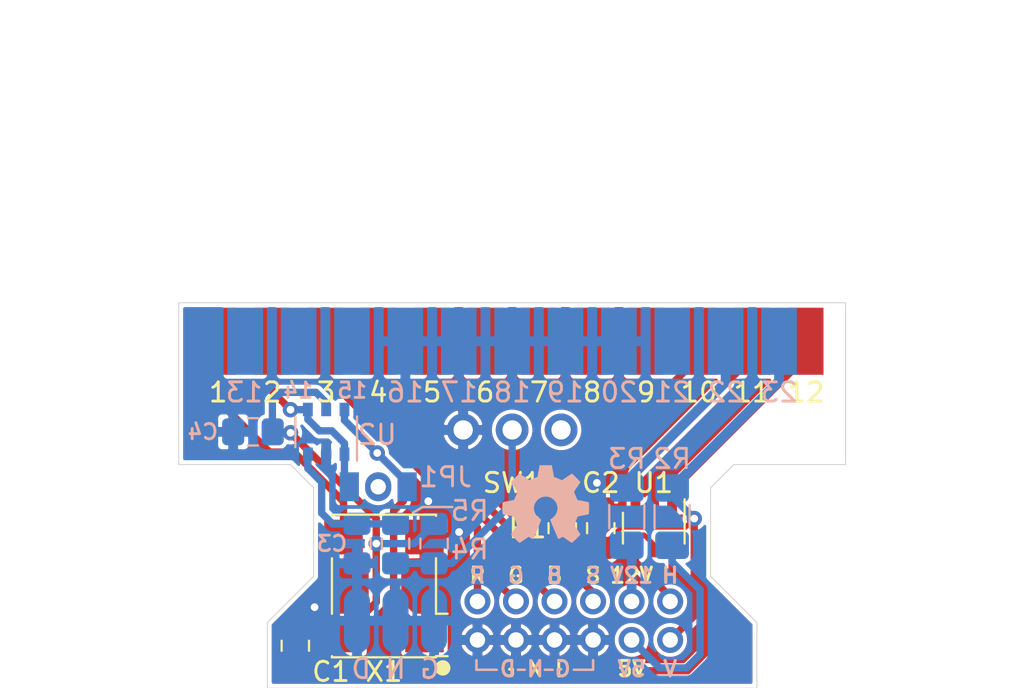
<source format=kicad_pcb>
(kicad_pcb (version 20171130) (host pcbnew "(5.1.6-0)")

  (general
    (thickness 1.6)
    (drawings 72)
    (tracks 119)
    (zones 0)
    (modules 18)
    (nets 30)
  )

  (page A4)
  (layers
    (0 F.Cu signal)
    (31 B.Cu signal)
    (32 B.Adhes user)
    (33 F.Adhes user)
    (34 B.Paste user)
    (35 F.Paste user)
    (36 B.SilkS user)
    (37 F.SilkS user)
    (38 B.Mask user)
    (39 F.Mask user)
    (40 Dwgs.User user)
    (41 Cmts.User user)
    (42 Eco1.User user)
    (43 Eco2.User user)
    (44 Edge.Cuts user)
    (45 Margin user)
    (46 B.CrtYd user)
    (47 F.CrtYd user)
    (48 B.Fab user)
    (49 F.Fab user)
  )

  (setup
    (last_trace_width 0.25)
    (user_trace_width 0.1524)
    (user_trace_width 0.1778)
    (user_trace_width 0.2032)
    (user_trace_width 0.2286)
    (user_trace_width 0.254)
    (user_trace_width 0.381)
    (user_trace_width 0.508)
    (trace_clearance 0.2)
    (zone_clearance 0.203)
    (zone_45_only no)
    (trace_min 0.1524)
    (via_size 0.8)
    (via_drill 0.4)
    (via_min_size 0.4)
    (via_min_drill 0.3)
    (uvia_size 0.3)
    (uvia_drill 0.1)
    (uvias_allowed no)
    (uvia_min_size 0.2)
    (uvia_min_drill 0.1)
    (edge_width 0.05)
    (segment_width 0.2)
    (pcb_text_width 0.3)
    (pcb_text_size 1.5 1.5)
    (mod_edge_width 0.12)
    (mod_text_size 1 1)
    (mod_text_width 0.15)
    (pad_size 1.7 1.7)
    (pad_drill 1)
    (pad_to_mask_clearance 0.051)
    (solder_mask_min_width 0.25)
    (aux_axis_origin 0 0)
    (grid_origin 89.2 50)
    (visible_elements FFFFFF7F)
    (pcbplotparams
      (layerselection 0x010fc_ffffffff)
      (usegerberextensions false)
      (usegerberattributes false)
      (usegerberadvancedattributes false)
      (creategerberjobfile false)
      (excludeedgelayer true)
      (linewidth 0.100000)
      (plotframeref false)
      (viasonmask false)
      (mode 1)
      (useauxorigin true)
      (hpglpennumber 1)
      (hpglpenspeed 20)
      (hpglpendiameter 15.000000)
      (psnegative false)
      (psa4output false)
      (plotreference true)
      (plotvalue true)
      (plotinvisibletext false)
      (padsonsilk false)
      (subtractmaskfromsilk false)
      (outputformat 1)
      (mirror false)
      (drillshape 0)
      (scaleselection 1)
      (outputdirectory "gerbers_and_drills/"))
  )

  (net 0 "")
  (net 1 RED)
  (net 2 GREEN)
  (net 3 BLUE)
  (net 4 GND)
  (net 5 "Net-(J1-Pad6)")
  (net 6 "Net-(J1-Pad7)")
  (net 7 "Net-(J1-Pad8)")
  (net 8 "Net-(J1-Pad9)")
  (net 9 "Net-(J1-Pad14)")
  (net 10 "Net-(J1-Pad15)")
  (net 11 "Net-(J1-Pad21)")
  (net 12 XCLK)
  (net 13 VCC)
  (net 14 XCLKEN)
  (net 15 HSYNC)
  (net 16 VSYNC)
  (net 17 H)
  (net 18 V)
  (net 19 S)
  (net 20 5V)
  (net 21 12V)
  (net 22 "Net-(C3-Pad1)")
  (net 23 OE)
  (net 24 "Net-(J1-Pad13)")
  (net 25 "Net-(R4-Pad2)")
  (net 26 "Net-(SW1-Pad3)")
  (net 27 /CSYNC)
  (net 28 /+12V)
  (net 29 /ToAgnusPin41)

  (net_class Default "This is the default net class."
    (clearance 0.2)
    (trace_width 0.25)
    (via_dia 0.8)
    (via_drill 0.4)
    (uvia_dia 0.3)
    (uvia_drill 0.1)
    (add_net /+12V)
    (add_net /CSYNC)
    (add_net /ToAgnusPin41)
    (add_net 12V)
    (add_net 5V)
    (add_net BLUE)
    (add_net GND)
    (add_net GREEN)
    (add_net H)
    (add_net HSYNC)
    (add_net "Net-(C3-Pad1)")
    (add_net "Net-(J1-Pad13)")
    (add_net "Net-(J1-Pad14)")
    (add_net "Net-(J1-Pad15)")
    (add_net "Net-(J1-Pad21)")
    (add_net "Net-(J1-Pad6)")
    (add_net "Net-(J1-Pad7)")
    (add_net "Net-(J1-Pad8)")
    (add_net "Net-(J1-Pad9)")
    (add_net "Net-(R4-Pad2)")
    (add_net "Net-(SW1-Pad3)")
    (add_net OE)
    (add_net RED)
    (add_net S)
    (add_net V)
    (add_net VCC)
    (add_net VSYNC)
    (add_net XCLK)
    (add_net XCLKEN)
  )

  (module Connector_PinHeader_2.54mm:PinHeader_1x03_P2.54mm_Vertical (layer F.Cu) (tedit 6049FE0B) (tstamp 60495308)
    (at 103.96 56.6 90)
    (descr "Through hole straight pin header, 1x03, 2.54mm pitch, single row")
    (tags "Through hole pin header THT 1x03 2.54mm single row")
    (path /606AE47A)
    (fp_text reference SW1 (at -2.75 2.54) (layer F.SilkS)
      (effects (font (size 1 1) (thickness 0.15)))
    )
    (fp_text value SW_SPDT (at 0 7.41 90) (layer F.Fab) hide
      (effects (font (size 1 1) (thickness 0.15)))
    )
    (fp_line (start -0.635 -1.27) (end 1.27 -1.27) (layer F.Fab) (width 0.1))
    (fp_line (start 1.27 -1.27) (end 1.27 6.35) (layer F.Fab) (width 0.1))
    (fp_line (start 1.27 6.35) (end -1.27 6.35) (layer F.Fab) (width 0.1))
    (fp_line (start -1.27 6.35) (end -1.27 -0.635) (layer F.Fab) (width 0.1))
    (fp_line (start -1.27 -0.635) (end -0.635 -1.27) (layer F.Fab) (width 0.1))
    (fp_line (start -1.8 -1.8) (end -1.8 6.85) (layer F.CrtYd) (width 0.05))
    (fp_line (start -1.8 6.85) (end 1.8 6.85) (layer F.CrtYd) (width 0.05))
    (fp_line (start 1.8 6.85) (end 1.8 -1.8) (layer F.CrtYd) (width 0.05))
    (fp_line (start 1.8 -1.8) (end -1.8 -1.8) (layer F.CrtYd) (width 0.05))
    (fp_text user %R (at 0 2.54 180) (layer F.Fab) hide
      (effects (font (size 1 1) (thickness 0.15)))
    )
    (pad 3 thru_hole oval (at 0 5.08 90) (size 1.7 1.7) (drill 1) (layers *.Cu *.Mask)
      (net 26 "Net-(SW1-Pad3)"))
    (pad 2 thru_hole oval (at 0 2.54 90) (size 1.7 1.7) (drill 1) (layers *.Cu *.Mask)
      (net 25 "Net-(R4-Pad2)"))
    (pad 1 thru_hole oval (at 0 0 90) (size 1.7 1.7) (drill 1) (layers *.Cu *.Mask)
      (net 4 GND))
  )

  (module Symbol:OSHW-Logo_5.7x6mm_SilkScreen (layer B.Cu) (tedit 6049F0A3) (tstamp 604A7C64)
    (at 108.25 61.45 180)
    (descr "Open Source Hardware Logo")
    (tags "Logo OSHW")
    (attr virtual)
    (fp_text reference REF** (at 0 0) (layer B.SilkS) hide
      (effects (font (size 1 1) (thickness 0.15)) (justify mirror))
    )
    (fp_text value OSHW-Logo_5.7x6mm_SilkScreen (at 0.75 0) (layer B.Fab) hide
      (effects (font (size 1 1) (thickness 0.15)) (justify mirror))
    )
    (fp_poly (pts (xy 0.376964 2.709982) (xy 0.433812 2.40843) (xy 0.853338 2.235488) (xy 1.104984 2.406605)
      (xy 1.175458 2.45425) (xy 1.239163 2.49679) (xy 1.293126 2.532285) (xy 1.334373 2.55879)
      (xy 1.359934 2.574364) (xy 1.366895 2.577722) (xy 1.379435 2.569086) (xy 1.406231 2.545208)
      (xy 1.44428 2.509141) (xy 1.490579 2.463933) (xy 1.542123 2.412636) (xy 1.595909 2.358299)
      (xy 1.648935 2.303972) (xy 1.698195 2.252705) (xy 1.740687 2.207549) (xy 1.773407 2.171554)
      (xy 1.793351 2.14777) (xy 1.798119 2.13981) (xy 1.791257 2.125135) (xy 1.77202 2.092986)
      (xy 1.74243 2.046508) (xy 1.70451 1.988844) (xy 1.660282 1.92314) (xy 1.634654 1.885664)
      (xy 1.587941 1.817232) (xy 1.546432 1.75548) (xy 1.51214 1.703481) (xy 1.48708 1.664308)
      (xy 1.473264 1.641035) (xy 1.471188 1.636145) (xy 1.475895 1.622245) (xy 1.488723 1.58985)
      (xy 1.507738 1.543515) (xy 1.531003 1.487794) (xy 1.556584 1.427242) (xy 1.582545 1.366414)
      (xy 1.60695 1.309864) (xy 1.627863 1.262148) (xy 1.643349 1.227819) (xy 1.651472 1.211432)
      (xy 1.651952 1.210788) (xy 1.664707 1.207659) (xy 1.698677 1.200679) (xy 1.75034 1.190533)
      (xy 1.816176 1.177908) (xy 1.892664 1.163491) (xy 1.93729 1.155177) (xy 2.019021 1.139616)
      (xy 2.092843 1.124808) (xy 2.155021 1.111564) (xy 2.201822 1.100695) (xy 2.229509 1.093011)
      (xy 2.235074 1.090573) (xy 2.240526 1.07407) (xy 2.244924 1.0368) (xy 2.248272 0.98312)
      (xy 2.250574 0.917388) (xy 2.251832 0.843963) (xy 2.252048 0.767204) (xy 2.251227 0.691468)
      (xy 2.249371 0.621114) (xy 2.246482 0.5605) (xy 2.242565 0.513984) (xy 2.237622 0.485925)
      (xy 2.234657 0.480084) (xy 2.216934 0.473083) (xy 2.179381 0.463073) (xy 2.126964 0.451231)
      (xy 2.064652 0.438733) (xy 2.0429 0.43469) (xy 1.938024 0.41548) (xy 1.85518 0.400009)
      (xy 1.79163 0.387663) (xy 1.744637 0.377827) (xy 1.711463 0.369886) (xy 1.689371 0.363224)
      (xy 1.675624 0.357227) (xy 1.667484 0.351281) (xy 1.666345 0.350106) (xy 1.654977 0.331174)
      (xy 1.637635 0.294331) (xy 1.61605 0.244087) (xy 1.591954 0.184954) (xy 1.567079 0.121444)
      (xy 1.543157 0.058068) (xy 1.521919 -0.000662) (xy 1.505097 -0.050235) (xy 1.494422 -0.086139)
      (xy 1.491627 -0.103862) (xy 1.49186 -0.104483) (xy 1.501331 -0.11897) (xy 1.522818 -0.150844)
      (xy 1.554063 -0.196789) (xy 1.592807 -0.253485) (xy 1.636793 -0.317617) (xy 1.649319 -0.335842)
      (xy 1.693984 -0.401914) (xy 1.733288 -0.4622) (xy 1.765088 -0.513235) (xy 1.787245 -0.55156)
      (xy 1.797617 -0.573711) (xy 1.798119 -0.576432) (xy 1.789405 -0.590736) (xy 1.765325 -0.619072)
      (xy 1.728976 -0.658396) (xy 1.683453 -0.705661) (xy 1.631852 -0.757823) (xy 1.577267 -0.811835)
      (xy 1.522794 -0.864653) (xy 1.471529 -0.913231) (xy 1.426567 -0.954523) (xy 1.391004 -0.985485)
      (xy 1.367935 -1.00307) (xy 1.361554 -1.005941) (xy 1.346699 -0.999178) (xy 1.316286 -0.980939)
      (xy 1.275268 -0.954297) (xy 1.243709 -0.932852) (xy 1.186525 -0.893503) (xy 1.118806 -0.847171)
      (xy 1.05088 -0.800913) (xy 1.014361 -0.776155) (xy 0.890752 -0.692547) (xy 0.786991 -0.74865)
      (xy 0.73972 -0.773228) (xy 0.699523 -0.792331) (xy 0.672326 -0.803227) (xy 0.665402 -0.804743)
      (xy 0.657077 -0.793549) (xy 0.640654 -0.761917) (xy 0.617357 -0.712765) (xy 0.588414 -0.64901)
      (xy 0.55505 -0.573571) (xy 0.518491 -0.489364) (xy 0.479964 -0.399308) (xy 0.440694 -0.306321)
      (xy 0.401908 -0.21332) (xy 0.36483 -0.123223) (xy 0.330689 -0.038948) (xy 0.300708 0.036587)
      (xy 0.276116 0.100466) (xy 0.258136 0.149769) (xy 0.247997 0.181579) (xy 0.246366 0.192504)
      (xy 0.259291 0.206439) (xy 0.287589 0.22906) (xy 0.325346 0.255667) (xy 0.328515 0.257772)
      (xy 0.4261 0.335886) (xy 0.504786 0.427018) (xy 0.563891 0.528255) (xy 0.602732 0.636682)
      (xy 0.620628 0.749386) (xy 0.616897 0.863452) (xy 0.590857 0.975966) (xy 0.541825 1.084015)
      (xy 0.5274 1.107655) (xy 0.452369 1.203113) (xy 0.36373 1.279768) (xy 0.264549 1.33722)
      (xy 0.157895 1.375071) (xy 0.046836 1.392922) (xy -0.065561 1.390375) (xy -0.176227 1.36703)
      (xy -0.282094 1.32249) (xy -0.380095 1.256355) (xy -0.41041 1.229513) (xy -0.487562 1.145488)
      (xy -0.543782 1.057034) (xy -0.582347 0.957885) (xy -0.603826 0.859697) (xy -0.609128 0.749303)
      (xy -0.591448 0.63836) (xy -0.552581 0.530619) (xy -0.494323 0.429831) (xy -0.418469 0.339744)
      (xy -0.326817 0.264108) (xy -0.314772 0.256136) (xy -0.276611 0.230026) (xy -0.247601 0.207405)
      (xy -0.233732 0.192961) (xy -0.233531 0.192504) (xy -0.236508 0.176879) (xy -0.248311 0.141418)
      (xy -0.267714 0.089038) (xy -0.293488 0.022655) (xy -0.324409 -0.054814) (xy -0.359249 -0.14045)
      (xy -0.396783 -0.231337) (xy -0.435783 -0.324559) (xy -0.475023 -0.417197) (xy -0.513276 -0.506335)
      (xy -0.549317 -0.589055) (xy -0.581917 -0.662441) (xy -0.609852 -0.723575) (xy -0.631895 -0.769541)
      (xy -0.646818 -0.797421) (xy -0.652828 -0.804743) (xy -0.671191 -0.799041) (xy -0.705552 -0.783749)
      (xy -0.749984 -0.761599) (xy -0.774417 -0.74865) (xy -0.878178 -0.692547) (xy -1.001787 -0.776155)
      (xy -1.064886 -0.818987) (xy -1.13397 -0.866122) (xy -1.198707 -0.910503) (xy -1.231134 -0.932852)
      (xy -1.276741 -0.963477) (xy -1.31536 -0.987747) (xy -1.341952 -1.002587) (xy -1.35059 -1.005724)
      (xy -1.363161 -0.997261) (xy -1.390984 -0.973636) (xy -1.431361 -0.937302) (xy -1.481595 -0.890711)
      (xy -1.538988 -0.836317) (xy -1.575286 -0.801392) (xy -1.63879 -0.738996) (xy -1.693673 -0.683188)
      (xy -1.737714 -0.636354) (xy -1.768695 -0.600882) (xy -1.784398 -0.579161) (xy -1.785905 -0.574752)
      (xy -1.778914 -0.557985) (xy -1.759594 -0.524082) (xy -1.730091 -0.476476) (xy -1.692545 -0.418599)
      (xy -1.6491 -0.353884) (xy -1.636745 -0.335842) (xy -1.591727 -0.270267) (xy -1.55134 -0.211228)
      (xy -1.51784 -0.162042) (xy -1.493486 -0.126028) (xy -1.480536 -0.106502) (xy -1.479285 -0.104483)
      (xy -1.481156 -0.088922) (xy -1.491087 -0.054709) (xy -1.507347 -0.006355) (xy -1.528205 0.051629)
      (xy -1.551927 0.11473) (xy -1.576784 0.178437) (xy -1.601042 0.238239) (xy -1.622971 0.289624)
      (xy -1.640838 0.328081) (xy -1.652913 0.349098) (xy -1.653771 0.350106) (xy -1.661154 0.356112)
      (xy -1.673625 0.362052) (xy -1.69392 0.36854) (xy -1.724778 0.376191) (xy -1.768934 0.38562)
      (xy -1.829126 0.397441) (xy -1.908093 0.412271) (xy -2.00857 0.430723) (xy -2.030325 0.43469)
      (xy -2.094802 0.447147) (xy -2.151011 0.459334) (xy -2.193987 0.470074) (xy -2.21876 0.478191)
      (xy -2.222082 0.480084) (xy -2.227556 0.496862) (xy -2.232006 0.534355) (xy -2.235428 0.588206)
      (xy -2.237819 0.654056) (xy -2.239177 0.727547) (xy -2.239499 0.80432) (xy -2.238781 0.880017)
      (xy -2.237021 0.95028) (xy -2.234216 1.01075) (xy -2.230362 1.05707) (xy -2.225457 1.084881)
      (xy -2.2225 1.090573) (xy -2.206037 1.096314) (xy -2.168551 1.105655) (xy -2.113775 1.117785)
      (xy -2.045445 1.131893) (xy -1.967294 1.14717) (xy -1.924716 1.155177) (xy -1.843929 1.170279)
      (xy -1.771887 1.18396) (xy -1.712111 1.195533) (xy -1.668121 1.204313) (xy -1.643439 1.209613)
      (xy -1.639377 1.210788) (xy -1.632511 1.224035) (xy -1.617998 1.255943) (xy -1.597771 1.301953)
      (xy -1.573766 1.357508) (xy -1.547918 1.418047) (xy -1.52216 1.479014) (xy -1.498427 1.535849)
      (xy -1.478654 1.583994) (xy -1.464776 1.61889) (xy -1.458726 1.635979) (xy -1.458614 1.636726)
      (xy -1.465472 1.650207) (xy -1.484698 1.68123) (xy -1.514272 1.726711) (xy -1.552173 1.783568)
      (xy -1.59638 1.848717) (xy -1.622079 1.886138) (xy -1.668907 1.954753) (xy -1.710499 2.017048)
      (xy -1.744825 2.069871) (xy -1.769857 2.110073) (xy -1.783565 2.1345) (xy -1.785544 2.139976)
      (xy -1.777034 2.152722) (xy -1.753507 2.179937) (xy -1.717968 2.218572) (xy -1.673423 2.265577)
      (xy -1.622877 2.317905) (xy -1.569336 2.372505) (xy -1.515805 2.42633) (xy -1.465289 2.47633)
      (xy -1.420794 2.519457) (xy -1.385325 2.552661) (xy -1.361887 2.572894) (xy -1.354046 2.577722)
      (xy -1.34128 2.570933) (xy -1.310744 2.551858) (xy -1.26541 2.522439) (xy -1.208244 2.484619)
      (xy -1.142216 2.440339) (xy -1.09241 2.406605) (xy -0.840764 2.235488) (xy -0.631001 2.321959)
      (xy -0.421237 2.40843) (xy -0.364389 2.709982) (xy -0.30754 3.011534) (xy 0.320115 3.011534)
      (xy 0.376964 2.709982)) (layer B.SilkS) (width 0.01))
  )

  (module Capacitor_SMD:C_0805_2012Metric_Pad1.15x1.40mm_HandSolder (layer B.Cu) (tedit 6049DC72) (tstamp 6049F881)
    (at 98.45 62.5 270)
    (descr "Capacitor SMD 0805 (2012 Metric), square (rectangular) end terminal, IPC_7351 nominal with elongated pad for handsoldering. (Body size source: https://docs.google.com/spreadsheets/d/1BsfQQcO9C6DZCsRaXUlFlo91Tg2WpOkGARC1WS5S8t0/edit?usp=sharing), generated with kicad-footprint-generator")
    (tags "capacitor handsolder")
    (path /604D1DD2)
    (attr smd)
    (fp_text reference C3 (at 0 1.3 180) (layer B.SilkS)
      (effects (font (size 0.8 0.8) (thickness 0.15)) (justify mirror))
    )
    (fp_text value 0.1uF (at 0 -1.65 270) (layer B.Fab) hide
      (effects (font (size 1 1) (thickness 0.15)) (justify mirror))
    )
    (fp_line (start -1 -0.6) (end -1 0.6) (layer B.Fab) (width 0.1))
    (fp_line (start -1 0.6) (end 1 0.6) (layer B.Fab) (width 0.1))
    (fp_line (start 1 0.6) (end 1 -0.6) (layer B.Fab) (width 0.1))
    (fp_line (start 1 -0.6) (end -1 -0.6) (layer B.Fab) (width 0.1))
    (fp_line (start -0.261252 -0.71) (end 0.261252 -0.71) (layer B.SilkS) (width 0.12))
    (fp_line (start -1.85 -0.95) (end -1.85 0.95) (layer B.CrtYd) (width 0.05))
    (fp_line (start -1.85 0.95) (end 1.85 0.95) (layer B.CrtYd) (width 0.05))
    (fp_line (start 1.85 0.95) (end 1.85 -0.95) (layer B.CrtYd) (width 0.05))
    (fp_line (start 1.85 -0.95) (end -1.85 -0.95) (layer B.CrtYd) (width 0.05))
    (fp_text user %R (at 0 0 270) (layer B.Fab) hide
      (effects (font (size 0.5 0.5) (thickness 0.08)) (justify mirror))
    )
    (pad 2 smd roundrect (at 1.025 0 270) (size 1.15 1.4) (layers B.Cu B.Paste B.Mask) (roundrect_rratio 0.217391)
      (net 4 GND))
    (pad 1 smd roundrect (at -1.025 0 270) (size 1.15 1.4) (layers B.Cu B.Paste B.Mask) (roundrect_rratio 0.217391)
      (net 22 "Net-(C3-Pad1)"))
    (model ${KISYS3DMOD}/Capacitor_SMD.3dshapes/C_0805_2012Metric.wrl
      (at (xyz 0 0 0))
      (scale (xyz 1 1 1))
      (rotate (xyz 0 0 0))
    )
  )

  (module Resistor_SMD:R_0805_2012Metric_Pad1.15x1.40mm_HandSolder (layer B.Cu) (tedit 5B36C52B) (tstamp 6049A4C7)
    (at 100.45 62.5 270)
    (descr "Resistor SMD 0805 (2012 Metric), square (rectangular) end terminal, IPC_7351 nominal with elongated pad for handsoldering. (Body size source: https://docs.google.com/spreadsheets/d/1BsfQQcO9C6DZCsRaXUlFlo91Tg2WpOkGARC1WS5S8t0/edit?usp=sharing), generated with kicad-footprint-generator")
    (tags "resistor handsolder")
    (path /6053FB6E)
    (attr smd)
    (fp_text reference R5 (at -1.7 -3.85 180) (layer B.SilkS)
      (effects (font (size 1 1) (thickness 0.15)) (justify mirror))
    )
    (fp_text value 10k (at 0 -1.65 90) (layer B.Fab) hide
      (effects (font (size 1 1) (thickness 0.15)) (justify mirror))
    )
    (fp_line (start 1.85 -0.95) (end -1.85 -0.95) (layer B.CrtYd) (width 0.05))
    (fp_line (start 1.85 0.95) (end 1.85 -0.95) (layer B.CrtYd) (width 0.05))
    (fp_line (start -1.85 0.95) (end 1.85 0.95) (layer B.CrtYd) (width 0.05))
    (fp_line (start -1.85 -0.95) (end -1.85 0.95) (layer B.CrtYd) (width 0.05))
    (fp_line (start -0.261252 -0.71) (end 0.261252 -0.71) (layer B.SilkS) (width 0.12))
    (fp_line (start -0.261252 0.71) (end 0.261252 0.71) (layer B.SilkS) (width 0.12))
    (fp_line (start 1 -0.6) (end -1 -0.6) (layer B.Fab) (width 0.1))
    (fp_line (start 1 0.6) (end 1 -0.6) (layer B.Fab) (width 0.1))
    (fp_line (start -1 0.6) (end 1 0.6) (layer B.Fab) (width 0.1))
    (fp_line (start -1 -0.6) (end -1 0.6) (layer B.Fab) (width 0.1))
    (fp_text user %R (at 0 0 90) (layer B.Fab) hide
      (effects (font (size 0.5 0.5) (thickness 0.08)) (justify mirror))
    )
    (pad 2 smd roundrect (at 1.025 0 270) (size 1.15 1.4) (layers B.Cu B.Paste B.Mask) (roundrect_rratio 0.217391)
      (net 25 "Net-(R4-Pad2)"))
    (pad 1 smd roundrect (at -1.025 0 270) (size 1.15 1.4) (layers B.Cu B.Paste B.Mask) (roundrect_rratio 0.217391)
      (net 22 "Net-(C3-Pad1)"))
    (model ${KISYS3DMOD}/Resistor_SMD.3dshapes/R_0805_2012Metric.wrl
      (at (xyz 0 0 0))
      (scale (xyz 1 1 1))
      (rotate (xyz 0 0 0))
    )
  )

  (module Resistor_SMD:R_0805_2012Metric_Pad1.15x1.40mm_HandSolder (layer B.Cu) (tedit 5B36C52B) (tstamp 604A41B7)
    (at 102.45 62.5 270)
    (descr "Resistor SMD 0805 (2012 Metric), square (rectangular) end terminal, IPC_7351 nominal with elongated pad for handsoldering. (Body size source: https://docs.google.com/spreadsheets/d/1BsfQQcO9C6DZCsRaXUlFlo91Tg2WpOkGARC1WS5S8t0/edit?usp=sharing), generated with kicad-footprint-generator")
    (tags "resistor handsolder")
    (path /6053876C)
    (attr smd)
    (fp_text reference R4 (at 0.3 -1.85 180) (layer B.SilkS)
      (effects (font (size 1 1) (thickness 0.15)) (justify mirror))
    )
    (fp_text value 10k (at 0 -1.65 90) (layer B.Fab) hide
      (effects (font (size 1 1) (thickness 0.15)) (justify mirror))
    )
    (fp_line (start 1.85 -0.95) (end -1.85 -0.95) (layer B.CrtYd) (width 0.05))
    (fp_line (start 1.85 0.95) (end 1.85 -0.95) (layer B.CrtYd) (width 0.05))
    (fp_line (start -1.85 0.95) (end 1.85 0.95) (layer B.CrtYd) (width 0.05))
    (fp_line (start -1.85 -0.95) (end -1.85 0.95) (layer B.CrtYd) (width 0.05))
    (fp_line (start -0.261252 -0.71) (end 0.261252 -0.71) (layer B.SilkS) (width 0.12))
    (fp_line (start -0.261252 0.71) (end 0.261252 0.71) (layer B.SilkS) (width 0.12))
    (fp_line (start 1 -0.6) (end -1 -0.6) (layer B.Fab) (width 0.1))
    (fp_line (start 1 0.6) (end 1 -0.6) (layer B.Fab) (width 0.1))
    (fp_line (start -1 0.6) (end 1 0.6) (layer B.Fab) (width 0.1))
    (fp_line (start -1 -0.6) (end -1 0.6) (layer B.Fab) (width 0.1))
    (fp_text user %R (at 0 0 90) (layer B.Fab) hide
      (effects (font (size 0.5 0.5) (thickness 0.08)) (justify mirror))
    )
    (pad 2 smd roundrect (at 1.025 0 270) (size 1.15 1.4) (layers B.Cu B.Paste B.Mask) (roundrect_rratio 0.217391)
      (net 25 "Net-(R4-Pad2)"))
    (pad 1 smd roundrect (at -1.025 0 270) (size 1.15 1.4) (layers B.Cu B.Paste B.Mask) (roundrect_rratio 0.217391)
      (net 13 VCC))
    (model ${KISYS3DMOD}/Resistor_SMD.3dshapes/R_0805_2012Metric.wrl
      (at (xyz 0 0 0))
      (scale (xyz 1 1 1))
      (rotate (xyz 0 0 0))
    )
  )

  (module Jumper:SolderJumper-3_P1.3mm_Open_Pad1.0x1.5mm_NumberLabels (layer B.Cu) (tedit 6048D0AF) (tstamp 60491E80)
    (at 99.55 59.55)
    (descr "SMD Solder Jumper, 1x1.5mm Pads, 0.3mm gap, open, labeled with numbers")
    (tags "solder jumper open")
    (path /604FA261)
    (attr virtual)
    (fp_text reference JP1 (at 3.5 -0.5 180) (layer B.SilkS)
      (effects (font (size 1 1) (thickness 0.15)) (justify mirror))
    )
    (fp_text value SolderJumper_3_Open (at 0 -1.9 180) (layer B.Fab) hide
      (effects (font (size 1 1) (thickness 0.15)) (justify mirror))
    )
    (fp_line (start -2.3 1.25) (end 2.3 1.25) (layer B.CrtYd) (width 0.05))
    (fp_line (start -2.3 1.25) (end -2.3 -1.25) (layer B.CrtYd) (width 0.05))
    (fp_line (start 2.3 -1.25) (end 2.3 1.25) (layer B.CrtYd) (width 0.05))
    (fp_line (start 2.3 -1.25) (end -2.3 -1.25) (layer B.CrtYd) (width 0.05))
    (fp_text user 1 (at -2.6 0 180) (layer B.SilkS) hide
      (effects (font (size 1 1) (thickness 0.15)) (justify mirror))
    )
    (fp_text user 3 (at 2.6 0 180) (layer B.SilkS) hide
      (effects (font (size 1 1) (thickness 0.15)) (justify mirror))
    )
    (pad 1 smd rect (at -1.5 0) (size 1 1.5) (layers B.Cu B.Mask)
      (net 14 XCLKEN))
    (pad 2 thru_hole oval (at 0 0) (size 1.35 1.5) (drill 0.8) (layers *.Cu *.Mask)
      (net 29 /ToAgnusPin41))
    (pad 3 smd rect (at 1.5 0) (size 1 1.5) (layers B.Cu B.Mask)
      (net 23 OE))
  )

  (module Package_SO:TSOP-6_1.65x3.05mm_P0.95mm (layer B.Cu) (tedit 5A02F25C) (tstamp 6048D85C)
    (at 96.85 56.7 90)
    (descr "TSOP-6 package (comparable to TSOT-23), https://www.vishay.com/docs/71200/71200.pdf")
    (tags "Jedec MO-193C TSOP-6L")
    (path /604D78BF)
    (attr smd)
    (fp_text reference U2 (at -0.15 2.65) (layer B.SilkS)
      (effects (font (size 1 1) (thickness 0.15)) (justify mirror))
    )
    (fp_text value 74HCT2G14 (at 0 -2.5 -90) (layer B.Fab) hide
      (effects (font (size 1 1) (thickness 0.15)) (justify mirror))
    )
    (fp_line (start -0.8 -1.6) (end 0.8 -1.6) (layer B.SilkS) (width 0.12))
    (fp_line (start 0.8 1.6) (end -1.5 1.6) (layer B.SilkS) (width 0.12))
    (fp_line (start -0.825 1.1) (end -0.425 1.525) (layer B.Fab) (width 0.1))
    (fp_line (start 0.825 1.525) (end -0.425 1.525) (layer B.Fab) (width 0.1))
    (fp_line (start -0.825 1.1) (end -0.825 -1.525) (layer B.Fab) (width 0.1))
    (fp_line (start 0.825 -1.525) (end -0.825 -1.525) (layer B.Fab) (width 0.1))
    (fp_line (start 0.825 1.525) (end 0.825 -1.525) (layer B.Fab) (width 0.1))
    (fp_line (start -1.76 1.78) (end 1.76 1.78) (layer B.CrtYd) (width 0.05))
    (fp_line (start -1.76 1.78) (end -1.76 -1.77) (layer B.CrtYd) (width 0.05))
    (fp_line (start 1.76 -1.77) (end 1.76 1.78) (layer B.CrtYd) (width 0.05))
    (fp_line (start 1.76 -1.77) (end -1.76 -1.77) (layer B.CrtYd) (width 0.05))
    (fp_text user %R (at 0 0) (layer B.Fab) hide
      (effects (font (size 0.5 0.5) (thickness 0.075)) (justify mirror))
    )
    (pad 6 smd rect (at 1.16 0.95 90) (size 0.7 0.51) (layers B.Cu B.Paste B.Mask)
      (net 23 OE))
    (pad 5 smd rect (at 1.16 0 90) (size 0.7 0.51) (layers B.Cu B.Paste B.Mask)
      (net 13 VCC))
    (pad 4 smd rect (at 1.16 -0.95 90) (size 0.7 0.51) (layers B.Cu B.Paste B.Mask)
      (net 14 XCLKEN))
    (pad 3 smd rect (at -1.16 -0.95 90) (size 0.7 0.51) (layers B.Cu B.Paste B.Mask)
      (net 22 "Net-(C3-Pad1)"))
    (pad 2 smd rect (at -1.16 0 90) (size 0.7 0.51) (layers B.Cu B.Paste B.Mask)
      (net 4 GND))
    (pad 1 smd rect (at -1.16 0.95 90) (size 0.7 0.51) (layers B.Cu B.Paste B.Mask)
      (net 14 XCLKEN))
    (model ${KISYS3DMOD}/Package_SO.3dshapes/TSOP-6_1.65x3.05mm_P0.95mm.wrl
      (at (xyz 0 0 0))
      (scale (xyz 1 1 1))
      (rotate (xyz 0 0 0))
    )
  )

  (module Capacitor_SMD:C_0805_2012Metric_Pad1.15x1.40mm_HandSolder (layer B.Cu) (tedit 5B36C52B) (tstamp 6048D5E4)
    (at 93.05 56.7)
    (descr "Capacitor SMD 0805 (2012 Metric), square (rectangular) end terminal, IPC_7351 nominal with elongated pad for handsoldering. (Body size source: https://docs.google.com/spreadsheets/d/1BsfQQcO9C6DZCsRaXUlFlo91Tg2WpOkGARC1WS5S8t0/edit?usp=sharing), generated with kicad-footprint-generator")
    (tags "capacitor handsolder")
    (path /604F7F40)
    (attr smd)
    (fp_text reference C4 (at -2.6 0) (layer B.SilkS)
      (effects (font (size 0.8 0.8) (thickness 0.15)) (justify mirror))
    )
    (fp_text value 0.1uF (at 0 -1.65) (layer B.Fab) hide
      (effects (font (size 1 1) (thickness 0.15)) (justify mirror))
    )
    (fp_line (start -1 -0.6) (end -1 0.6) (layer B.Fab) (width 0.1))
    (fp_line (start -1 0.6) (end 1 0.6) (layer B.Fab) (width 0.1))
    (fp_line (start 1 0.6) (end 1 -0.6) (layer B.Fab) (width 0.1))
    (fp_line (start 1 -0.6) (end -1 -0.6) (layer B.Fab) (width 0.1))
    (fp_line (start -0.261252 0.71) (end 0.261252 0.71) (layer B.SilkS) (width 0.12))
    (fp_line (start -0.261252 -0.71) (end 0.261252 -0.71) (layer B.SilkS) (width 0.12))
    (fp_line (start -1.85 -0.95) (end -1.85 0.95) (layer B.CrtYd) (width 0.05))
    (fp_line (start -1.85 0.95) (end 1.85 0.95) (layer B.CrtYd) (width 0.05))
    (fp_line (start 1.85 0.95) (end 1.85 -0.95) (layer B.CrtYd) (width 0.05))
    (fp_line (start 1.85 -0.95) (end -1.85 -0.95) (layer B.CrtYd) (width 0.05))
    (fp_text user %R (at 0 0) (layer B.Fab) hide
      (effects (font (size 0.5 0.5) (thickness 0.08)) (justify mirror))
    )
    (pad 2 smd roundrect (at 1.025 0) (size 1.15 1.4) (layers B.Cu B.Paste B.Mask) (roundrect_rratio 0.217391)
      (net 13 VCC))
    (pad 1 smd roundrect (at -1.025 0) (size 1.15 1.4) (layers B.Cu B.Paste B.Mask) (roundrect_rratio 0.217391)
      (net 4 GND))
    (model ${KISYS3DMOD}/Capacitor_SMD.3dshapes/C_0805_2012Metric.wrl
      (at (xyz 0 0 0))
      (scale (xyz 1 1 1))
      (rotate (xyz 0 0 0))
    )
  )

  (module Capacitor_SMD:C_0805_2012Metric_Pad1.15x1.40mm_HandSolder (layer F.Cu) (tedit 5B36C52B) (tstamp 6048AC02)
    (at 111.1 61.7 270)
    (descr "Capacitor SMD 0805 (2012 Metric), square (rectangular) end terminal, IPC_7351 nominal with elongated pad for handsoldering. (Body size source: https://docs.google.com/spreadsheets/d/1BsfQQcO9C6DZCsRaXUlFlo91Tg2WpOkGARC1WS5S8t0/edit?usp=sharing), generated with kicad-footprint-generator")
    (tags "capacitor handsolder")
    (path /604C0786)
    (attr smd)
    (fp_text reference C2 (at -2.35 0 180) (layer F.SilkS)
      (effects (font (size 1 1) (thickness 0.15)))
    )
    (fp_text value 0.1uF (at 0 1.65 90) (layer F.Fab) hide
      (effects (font (size 1 1) (thickness 0.15)))
    )
    (fp_line (start 1.85 0.95) (end -1.85 0.95) (layer F.CrtYd) (width 0.05))
    (fp_line (start 1.85 -0.95) (end 1.85 0.95) (layer F.CrtYd) (width 0.05))
    (fp_line (start -1.85 -0.95) (end 1.85 -0.95) (layer F.CrtYd) (width 0.05))
    (fp_line (start -1.85 0.95) (end -1.85 -0.95) (layer F.CrtYd) (width 0.05))
    (fp_line (start -0.261252 0.71) (end 0.261252 0.71) (layer F.SilkS) (width 0.12))
    (fp_line (start -0.261252 -0.71) (end 0.261252 -0.71) (layer F.SilkS) (width 0.12))
    (fp_line (start 1 0.6) (end -1 0.6) (layer F.Fab) (width 0.1))
    (fp_line (start 1 -0.6) (end 1 0.6) (layer F.Fab) (width 0.1))
    (fp_line (start -1 -0.6) (end 1 -0.6) (layer F.Fab) (width 0.1))
    (fp_line (start -1 0.6) (end -1 -0.6) (layer F.Fab) (width 0.1))
    (fp_text user %R (at 0 0 90) (layer F.Fab) hide
      (effects (font (size 0.5 0.5) (thickness 0.08)))
    )
    (pad 2 smd roundrect (at 1.025 0 270) (size 1.15 1.4) (layers F.Cu F.Paste F.Mask) (roundrect_rratio 0.217391)
      (net 13 VCC))
    (pad 1 smd roundrect (at -1.025 0 270) (size 1.15 1.4) (layers F.Cu F.Paste F.Mask) (roundrect_rratio 0.217391)
      (net 4 GND))
    (model ${KISYS3DMOD}/Capacitor_SMD.3dshapes/C_0805_2012Metric.wrl
      (at (xyz 0 0 0))
      (scale (xyz 1 1 1))
      (rotate (xyz 0 0 0))
    )
  )

  (module Resistor_SMD:R_0805_2012Metric_Pad1.15x1.40mm_HandSolder (layer F.Cu) (tedit 5B36C52B) (tstamp 6047A3D8)
    (at 109.1 61.7 270)
    (descr "Resistor SMD 0805 (2012 Metric), square (rectangular) end terminal, IPC_7351 nominal with elongated pad for handsoldering. (Body size source: https://docs.google.com/spreadsheets/d/1BsfQQcO9C6DZCsRaXUlFlo91Tg2WpOkGARC1WS5S8t0/edit?usp=sharing), generated with kicad-footprint-generator")
    (tags "resistor handsolder")
    (path /5DD5FE14)
    (attr smd)
    (fp_text reference R1 (at 0 1.8 180) (layer F.SilkS)
      (effects (font (size 1 1) (thickness 0.15)))
    )
    (fp_text value 330 (at 0 1.65 90) (layer F.Fab) hide
      (effects (font (size 1 1) (thickness 0.15)))
    )
    (fp_line (start -1 0.6) (end -1 -0.6) (layer F.Fab) (width 0.1))
    (fp_line (start -1 -0.6) (end 1 -0.6) (layer F.Fab) (width 0.1))
    (fp_line (start 1 -0.6) (end 1 0.6) (layer F.Fab) (width 0.1))
    (fp_line (start 1 0.6) (end -1 0.6) (layer F.Fab) (width 0.1))
    (fp_line (start -0.261252 -0.71) (end 0.261252 -0.71) (layer F.SilkS) (width 0.12))
    (fp_line (start -0.261252 0.71) (end 0.261252 0.71) (layer F.SilkS) (width 0.12))
    (fp_line (start -1.85 0.95) (end -1.85 -0.95) (layer F.CrtYd) (width 0.05))
    (fp_line (start -1.85 -0.95) (end 1.85 -0.95) (layer F.CrtYd) (width 0.05))
    (fp_line (start 1.85 -0.95) (end 1.85 0.95) (layer F.CrtYd) (width 0.05))
    (fp_line (start 1.85 0.95) (end -1.85 0.95) (layer F.CrtYd) (width 0.05))
    (fp_text user %R (at 0 0 90) (layer F.Fab) hide
      (effects (font (size 0.5 0.5) (thickness 0.08)))
    )
    (pad 2 smd roundrect (at 1.025 0 270) (size 1.15 1.4) (layers F.Cu F.Paste F.Mask) (roundrect_rratio 0.217391)
      (net 19 S))
    (pad 1 smd roundrect (at -1.025 0 270) (size 1.15 1.4) (layers F.Cu F.Paste F.Mask) (roundrect_rratio 0.217391)
      (net 27 /CSYNC))
    (model ${KISYS3DMOD}/Resistor_SMD.3dshapes/R_0805_2012Metric.wrl
      (at (xyz 0 0 0))
      (scale (xyz 1 1 1))
      (rotate (xyz 0 0 0))
    )
  )

  (module Connector_PinHeader_2.00mm:PinHeader_1x03_P2.00mm_Vertical (layer B.Cu) (tedit 60478AA4) (tstamp 604A55A8)
    (at 98.45 65.5 270)
    (descr "Through hole straight pin header, 1x03, 2.00mm pitch, single row")
    (tags "Through hole pin header THT 1x03 2.00mm single row")
    (path /604B3EEA)
    (fp_text reference J3 (at 0 2.06 270) (layer B.SilkS) hide
      (effects (font (size 1 1) (thickness 0.15)) (justify mirror))
    )
    (fp_text value Conn_01x03 (at 0 -6.06 270) (layer B.Fab) hide
      (effects (font (size 1 1) (thickness 0.15)) (justify mirror))
    )
    (fp_line (start 1.5 1.5) (end -1.5 1.5) (layer B.CrtYd) (width 0.05))
    (fp_line (start 1.5 -5.5) (end 1.5 1.5) (layer B.CrtYd) (width 0.05))
    (fp_line (start -1.5 -5.5) (end 1.5 -5.5) (layer B.CrtYd) (width 0.05))
    (fp_line (start -1.5 1.5) (end -1.5 -5.5) (layer B.CrtYd) (width 0.05))
    (fp_line (start -1 0.5) (end -0.5 1) (layer B.Fab) (width 0.1))
    (fp_line (start -1 -5) (end -1 0.5) (layer B.Fab) (width 0.1))
    (fp_line (start 1 -5) (end -1 -5) (layer B.Fab) (width 0.1))
    (fp_line (start 1 1) (end 1 -5) (layer B.Fab) (width 0.1))
    (fp_line (start -0.5 1) (end 1 1) (layer B.Fab) (width 0.1))
    (fp_text user %R (at 0 -2) (layer B.Fab) hide
      (effects (font (size 1 1) (thickness 0.15)) (justify mirror))
    )
    (pad 3 smd oval (at 0 -4 270) (size 3.35 1.35) (drill (offset 1 0)) (layers B.Cu B.Paste B.Mask)
      (net 4 GND))
    (pad 2 smd oval (at 0 -2 270) (size 3.35 1.35) (drill (offset 1 0)) (layers B.Cu B.Paste B.Mask)
      (net 4 GND))
    (pad 1 smd oval (at 0 0 270) (size 3.35 1.35) (drill (offset 1 0)) (layers B.Cu B.Paste B.Mask)
      (net 4 GND))
  )

  (module Connector_PinHeader_2.00mm:PinHeader_2x06_P2.00mm_Vertical (layer F.Cu) (tedit 60478077) (tstamp 604A57EA)
    (at 104.7 67.5 90)
    (descr "Through hole straight pin header, 2x06, 2.00mm pitch, double rows")
    (tags "Through hole pin header THT 2x06 2.00mm double row")
    (path /604970B4)
    (fp_text reference J2 (at 1 -2.06 90) (layer F.SilkS) hide
      (effects (font (size 1 1) (thickness 0.15)))
    )
    (fp_text value Conn_02x06_Odd_Even (at 1 12.06 90) (layer F.Fab) hide
      (effects (font (size 1 1) (thickness 0.15)))
    )
    (fp_line (start 3.5 -1.5) (end -1.5 -1.5) (layer F.CrtYd) (width 0.05))
    (fp_line (start 3.5 11.5) (end 3.5 -1.5) (layer F.CrtYd) (width 0.05))
    (fp_line (start -1.5 11.5) (end 3.5 11.5) (layer F.CrtYd) (width 0.05))
    (fp_line (start -1.5 -1.5) (end -1.5 11.5) (layer F.CrtYd) (width 0.05))
    (fp_line (start -1 0) (end 0 -1) (layer F.Fab) (width 0.1))
    (fp_line (start -1 11) (end -1 0) (layer F.Fab) (width 0.1))
    (fp_line (start 3 11) (end -1 11) (layer F.Fab) (width 0.1))
    (fp_line (start 3 -1) (end 3 11) (layer F.Fab) (width 0.1))
    (fp_line (start 0 -1) (end 3 -1) (layer F.Fab) (width 0.1))
    (fp_text user %R (at 1 5) (layer F.Fab) hide
      (effects (font (size 1 1) (thickness 0.15)))
    )
    (pad 12 thru_hole oval (at 2 10 90) (size 1.35 1.35) (drill 0.8) (layers *.Cu *.Mask)
      (net 17 H))
    (pad 11 thru_hole oval (at 0 10 90) (size 1.35 1.35) (drill 0.8) (layers *.Cu *.Mask)
      (net 18 V))
    (pad 10 thru_hole oval (at 2 8 90) (size 1.35 1.35) (drill 0.8) (layers *.Cu *.Mask)
      (net 21 12V))
    (pad 9 thru_hole oval (at 0 8 90) (size 1.35 1.35) (drill 0.8) (layers *.Cu *.Mask)
      (net 20 5V))
    (pad 8 thru_hole oval (at 2 6 90) (size 1.35 1.35) (drill 0.8) (layers *.Cu *.Mask)
      (net 19 S))
    (pad 7 thru_hole oval (at 0 6 90) (size 1.35 1.35) (drill 0.8) (layers *.Cu *.Mask)
      (net 4 GND))
    (pad 6 thru_hole oval (at 2 4 90) (size 1.35 1.35) (drill 0.8) (layers *.Cu *.Mask)
      (net 3 BLUE))
    (pad 5 thru_hole oval (at 0 4 90) (size 1.35 1.35) (drill 0.8) (layers *.Cu *.Mask)
      (net 4 GND))
    (pad 4 thru_hole oval (at 2 2 90) (size 1.35 1.35) (drill 0.8) (layers *.Cu *.Mask)
      (net 2 GREEN))
    (pad 3 thru_hole oval (at 0 2 90) (size 1.35 1.35) (drill 0.8) (layers *.Cu *.Mask)
      (net 4 GND))
    (pad 2 thru_hole oval (at 2 0 90) (size 1.35 1.35) (drill 0.8) (layers *.Cu *.Mask)
      (net 1 RED))
    (pad 1 thru_hole oval (at 0 0 90) (size 1.35 1.35) (drill 0.8) (layers *.Cu *.Mask)
      (net 4 GND))
  )

  (module Package_SO:TSOP-6_1.65x3.05mm_P0.95mm (layer F.Cu) (tedit 5A02F25C) (tstamp 60476162)
    (at 113.85 61.7 270)
    (descr "TSOP-6 package (comparable to TSOT-23), https://www.vishay.com/docs/71200/71200.pdf")
    (tags "Jedec MO-193C TSOP-6L")
    (path /60495234)
    (attr smd)
    (fp_text reference U1 (at -2.35 0 180) (layer F.SilkS)
      (effects (font (size 1 1) (thickness 0.15)))
    )
    (fp_text value 74HCT2G17 (at 0 2.5 90) (layer F.Fab) hide
      (effects (font (size 1 1) (thickness 0.15)))
    )
    (fp_line (start -0.8 1.6) (end 0.8 1.6) (layer F.SilkS) (width 0.12))
    (fp_line (start 0.8 -1.6) (end -1.5 -1.6) (layer F.SilkS) (width 0.12))
    (fp_line (start -0.825 -1.1) (end -0.425 -1.525) (layer F.Fab) (width 0.1))
    (fp_line (start 0.825 -1.525) (end -0.425 -1.525) (layer F.Fab) (width 0.1))
    (fp_line (start -0.825 -1.1) (end -0.825 1.525) (layer F.Fab) (width 0.1))
    (fp_line (start 0.825 1.525) (end -0.825 1.525) (layer F.Fab) (width 0.1))
    (fp_line (start 0.825 -1.525) (end 0.825 1.525) (layer F.Fab) (width 0.1))
    (fp_line (start -1.76 -1.78) (end 1.76 -1.78) (layer F.CrtYd) (width 0.05))
    (fp_line (start -1.76 -1.78) (end -1.76 1.77) (layer F.CrtYd) (width 0.05))
    (fp_line (start 1.76 1.77) (end 1.76 -1.78) (layer F.CrtYd) (width 0.05))
    (fp_line (start 1.76 1.77) (end -1.76 1.77) (layer F.CrtYd) (width 0.05))
    (fp_text user %R (at 0 0) (layer F.Fab) hide
      (effects (font (size 0.5 0.5) (thickness 0.075)))
    )
    (pad 6 smd rect (at 1.16 -0.95 270) (size 0.7 0.51) (layers F.Cu F.Paste F.Mask)
      (net 18 V))
    (pad 5 smd rect (at 1.16 0 270) (size 0.7 0.51) (layers F.Cu F.Paste F.Mask)
      (net 13 VCC))
    (pad 4 smd rect (at 1.16 0.95 270) (size 0.7 0.51) (layers F.Cu F.Paste F.Mask)
      (net 17 H))
    (pad 3 smd rect (at -1.16 0.95 270) (size 0.7 0.51) (layers F.Cu F.Paste F.Mask)
      (net 15 HSYNC))
    (pad 2 smd rect (at -1.16 0 270) (size 0.7 0.51) (layers F.Cu F.Paste F.Mask)
      (net 4 GND))
    (pad 1 smd rect (at -1.16 -0.95 270) (size 0.7 0.51) (layers F.Cu F.Paste F.Mask)
      (net 16 VSYNC))
    (model ${KISYS3DMOD}/Package_SO.3dshapes/TSOP-6_1.65x3.05mm_P0.95mm.wrl
      (at (xyz 0 0 0))
      (scale (xyz 1 1 1))
      (rotate (xyz 0 0 0))
    )
  )

  (module Capacitor_SMD:C_0805_2012Metric_Pad1.15x1.40mm_HandSolder (layer F.Cu) (tedit 5B36C52B) (tstamp 6047A5B6)
    (at 95.25 67.8 90)
    (descr "Capacitor SMD 0805 (2012 Metric), square (rectangular) end terminal, IPC_7351 nominal with elongated pad for handsoldering. (Body size source: https://docs.google.com/spreadsheets/d/1BsfQQcO9C6DZCsRaXUlFlo91Tg2WpOkGARC1WS5S8t0/edit?usp=sharing), generated with kicad-footprint-generator")
    (tags "capacitor handsolder")
    (path /606A3110)
    (attr smd)
    (fp_text reference C1 (at -1.35 1.85 180) (layer F.SilkS)
      (effects (font (size 1 1) (thickness 0.15)))
    )
    (fp_text value 0.1uF (at 0 1.65 90) (layer F.Fab) hide
      (effects (font (size 1 1) (thickness 0.15)))
    )
    (fp_line (start -1 0.6) (end -1 -0.6) (layer F.Fab) (width 0.1))
    (fp_line (start -1 -0.6) (end 1 -0.6) (layer F.Fab) (width 0.1))
    (fp_line (start 1 -0.6) (end 1 0.6) (layer F.Fab) (width 0.1))
    (fp_line (start 1 0.6) (end -1 0.6) (layer F.Fab) (width 0.1))
    (fp_line (start -0.261252 -0.71) (end 0.261252 -0.71) (layer F.SilkS) (width 0.12))
    (fp_line (start -0.261252 0.71) (end 0.261252 0.71) (layer F.SilkS) (width 0.12))
    (fp_line (start -1.85 0.95) (end -1.85 -0.95) (layer F.CrtYd) (width 0.05))
    (fp_line (start -1.85 -0.95) (end 1.85 -0.95) (layer F.CrtYd) (width 0.05))
    (fp_line (start 1.85 -0.95) (end 1.85 0.95) (layer F.CrtYd) (width 0.05))
    (fp_line (start 1.85 0.95) (end -1.85 0.95) (layer F.CrtYd) (width 0.05))
    (fp_text user %R (at 0 0 90) (layer F.Fab) hide
      (effects (font (size 0.5 0.5) (thickness 0.08)))
    )
    (pad 2 smd roundrect (at 1.025 0 90) (size 1.15 1.4) (layers F.Cu F.Paste F.Mask) (roundrect_rratio 0.217391)
      (net 4 GND))
    (pad 1 smd roundrect (at -1.025 0 90) (size 1.15 1.4) (layers F.Cu F.Paste F.Mask) (roundrect_rratio 0.217391)
      (net 13 VCC))
    (model ${KISYS3DMOD}/Capacitor_SMD.3dshapes/C_0805_2012Metric.wrl
      (at (xyz 0 0 0))
      (scale (xyz 1 1 1))
      (rotate (xyz 0 0 0))
    )
  )

  (module Oscillator:Oscillator_SMD_SeikoEpson_SG8002CA-4Pin_7.0x5.0mm (layer F.Cu) (tedit 58CD3345) (tstamp 60487DBB)
    (at 99.85 64.7 90)
    (descr "SMD Crystal Oscillator Seiko Epson SG-8002CA https://support.epson.biz/td/api/doc_check.php?mode=dl&lang=en&Parts=SG-8002DC, 7.0x5.0mm^2 package")
    (tags "SMD SMT crystal oscillator")
    (path /6069C88B)
    (attr smd)
    (fp_text reference X1 (at -4.45 0 180) (layer F.SilkS)
      (effects (font (size 1 1) (thickness 0.15)))
    )
    (fp_text value K50-HC0CSE28.6363MR (at 0 4.1 90) (layer F.Fab) hide
      (effects (font (size 1 1) (thickness 0.15)))
    )
    (fp_circle (center 0 0) (end 0.233333 0) (layer F.Adhes) (width 0.466667))
    (fp_circle (center 0 0) (end 0.533333 0) (layer F.Adhes) (width 0.333333))
    (fp_circle (center 0 0) (end 0.833333 0) (layer F.Adhes) (width 0.333333))
    (fp_circle (center 0 0) (end 1 0) (layer F.Adhes) (width 0.1))
    (fp_line (start 3.8 -3.4) (end -3.8 -3.4) (layer F.CrtYd) (width 0.05))
    (fp_line (start 3.8 3.4) (end 3.8 -3.4) (layer F.CrtYd) (width 0.05))
    (fp_line (start -3.8 3.4) (end 3.8 3.4) (layer F.CrtYd) (width 0.05))
    (fp_line (start -3.8 -3.4) (end -3.8 3.4) (layer F.CrtYd) (width 0.05))
    (fp_line (start -1.44 2.7) (end -1.44 3.3) (layer F.SilkS) (width 0.12))
    (fp_line (start 1.44 2.7) (end -1.44 2.7) (layer F.SilkS) (width 0.12))
    (fp_line (start -3.7 -2.7) (end -3.64 -2.7) (layer F.SilkS) (width 0.12))
    (fp_line (start -3.7 2.7) (end -3.7 -2.7) (layer F.SilkS) (width 0.12))
    (fp_line (start -3.64 2.7) (end -3.7 2.7) (layer F.SilkS) (width 0.12))
    (fp_line (start -3.64 3.3) (end -3.64 2.7) (layer F.SilkS) (width 0.12))
    (fp_line (start -1.44 -2.7) (end 1.44 -2.7) (layer F.SilkS) (width 0.12))
    (fp_line (start 3.7 2.7) (end 3.64 2.7) (layer F.SilkS) (width 0.12))
    (fp_line (start 3.7 -2.7) (end 3.7 2.7) (layer F.SilkS) (width 0.12))
    (fp_line (start 3.64 -2.7) (end 3.7 -2.7) (layer F.SilkS) (width 0.12))
    (fp_line (start -3.5 1.5) (end -2.5 2.5) (layer F.Fab) (width 0.1))
    (fp_line (start 3.5 -2.5) (end -3.5 -2.5) (layer F.Fab) (width 0.1))
    (fp_line (start 3.5 2.5) (end 3.5 -2.5) (layer F.Fab) (width 0.1))
    (fp_line (start -3.5 2.5) (end 3.5 2.5) (layer F.Fab) (width 0.1))
    (fp_line (start -3.5 -2.5) (end -3.5 2.5) (layer F.Fab) (width 0.1))
    (fp_text user %R (at 0 0 90) (layer F.Fab) hide
      (effects (font (size 1 1) (thickness 0.15)))
    )
    (pad 4 smd rect (at -2.54 -2.1 90) (size 1.8 2) (layers F.Cu F.Paste F.Mask)
      (net 13 VCC))
    (pad 3 smd rect (at 2.54 -2.1 90) (size 1.8 2) (layers F.Cu F.Paste F.Mask)
      (net 12 XCLK))
    (pad 2 smd rect (at 2.54 2.1 90) (size 1.8 2) (layers F.Cu F.Paste F.Mask)
      (net 4 GND))
    (pad 1 smd rect (at -2.54 2.1 90) (size 1.8 2) (layers F.Cu F.Paste F.Mask)
      (net 23 OE))
    (model ${KISYS3DMOD}/Oscillator.3dshapes/Oscillator_SMD_SeikoEpson_SG8002CA-4Pin_7.0x5.0mm.wrl
      (at (xyz 0 0 0))
      (scale (xyz 1 1 1))
      (rotate (xyz 0 0 0))
    )
  )

  (module Resistor_SMD:R_1206_3216Metric_Pad1.42x1.75mm_HandSolder (layer B.Cu) (tedit 5B301BBD) (tstamp 60481B46)
    (at 114.8 61.1 270)
    (descr "Resistor SMD 1206 (3216 Metric), square (rectangular) end terminal, IPC_7351 nominal with elongated pad for handsoldering. (Body size source: http://www.tortai-tech.com/upload/download/2011102023233369053.pdf), generated with kicad-footprint-generator")
    (tags "resistor handsolder")
    (path /5DD6CE62)
    (attr smd)
    (fp_text reference R2 (at -3 0 180) (layer B.SilkS)
      (effects (font (size 1 1) (thickness 0.15)) (justify mirror))
    )
    (fp_text value 75 (at 0 -1.82 90) (layer B.Fab) hide
      (effects (font (size 1 1) (thickness 0.15)) (justify mirror))
    )
    (fp_line (start -1.6 -0.8) (end -1.6 0.8) (layer B.Fab) (width 0.1))
    (fp_line (start -1.6 0.8) (end 1.6 0.8) (layer B.Fab) (width 0.1))
    (fp_line (start 1.6 0.8) (end 1.6 -0.8) (layer B.Fab) (width 0.1))
    (fp_line (start 1.6 -0.8) (end -1.6 -0.8) (layer B.Fab) (width 0.1))
    (fp_line (start -0.602064 0.91) (end 0.602064 0.91) (layer B.SilkS) (width 0.12))
    (fp_line (start -0.602064 -0.91) (end 0.602064 -0.91) (layer B.SilkS) (width 0.12))
    (fp_line (start -2.45 -1.12) (end -2.45 1.12) (layer B.CrtYd) (width 0.05))
    (fp_line (start -2.45 1.12) (end 2.45 1.12) (layer B.CrtYd) (width 0.05))
    (fp_line (start 2.45 1.12) (end 2.45 -1.12) (layer B.CrtYd) (width 0.05))
    (fp_line (start 2.45 -1.12) (end -2.45 -1.12) (layer B.CrtYd) (width 0.05))
    (fp_text user %R (at 0 0 90) (layer B.Fab) hide
      (effects (font (size 0.8 0.8) (thickness 0.12)) (justify mirror))
    )
    (pad 2 smd roundrect (at 1.4875 0 270) (size 1.425 1.75) (layers B.Cu B.Paste B.Mask) (roundrect_rratio 0.175439)
      (net 20 5V))
    (pad 1 smd roundrect (at -1.4875 0 270) (size 1.425 1.75) (layers B.Cu B.Paste B.Mask) (roundrect_rratio 0.175439)
      (net 13 VCC))
    (model ${KISYS3DMOD}/Resistor_SMD.3dshapes/R_1206_3216Metric.wrl
      (at (xyz 0 0 0))
      (scale (xyz 1 1 1))
      (rotate (xyz 0 0 0))
    )
  )

  (module Resistor_SMD:R_1206_3216Metric_Pad1.42x1.75mm_HandSolder (layer B.Cu) (tedit 5B301BBD) (tstamp 604A5AB1)
    (at 112.45 61.1 270)
    (descr "Resistor SMD 1206 (3216 Metric), square (rectangular) end terminal, IPC_7351 nominal with elongated pad for handsoldering. (Body size source: http://www.tortai-tech.com/upload/download/2011102023233369053.pdf), generated with kicad-footprint-generator")
    (tags "resistor handsolder")
    (path /5DD6AC71)
    (attr smd)
    (fp_text reference R3 (at -3 0 180) (layer B.SilkS)
      (effects (font (size 1 1) (thickness 0.15)) (justify mirror))
    )
    (fp_text value 1k (at 0 -1.82 90) (layer B.Fab) hide
      (effects (font (size 1 1) (thickness 0.15)) (justify mirror))
    )
    (fp_line (start -1.6 -0.8) (end -1.6 0.8) (layer B.Fab) (width 0.1))
    (fp_line (start -1.6 0.8) (end 1.6 0.8) (layer B.Fab) (width 0.1))
    (fp_line (start 1.6 0.8) (end 1.6 -0.8) (layer B.Fab) (width 0.1))
    (fp_line (start 1.6 -0.8) (end -1.6 -0.8) (layer B.Fab) (width 0.1))
    (fp_line (start -0.602064 0.91) (end 0.602064 0.91) (layer B.SilkS) (width 0.12))
    (fp_line (start -0.602064 -0.91) (end 0.602064 -0.91) (layer B.SilkS) (width 0.12))
    (fp_line (start -2.45 -1.12) (end -2.45 1.12) (layer B.CrtYd) (width 0.05))
    (fp_line (start -2.45 1.12) (end 2.45 1.12) (layer B.CrtYd) (width 0.05))
    (fp_line (start 2.45 1.12) (end 2.45 -1.12) (layer B.CrtYd) (width 0.05))
    (fp_line (start 2.45 -1.12) (end -2.45 -1.12) (layer B.CrtYd) (width 0.05))
    (fp_text user %R (at 0 0 90) (layer B.Fab) hide
      (effects (font (size 0.8 0.8) (thickness 0.12)) (justify mirror))
    )
    (pad 2 smd roundrect (at 1.4875 0 270) (size 1.425 1.75) (layers B.Cu B.Paste B.Mask) (roundrect_rratio 0.175439)
      (net 21 12V))
    (pad 1 smd roundrect (at -1.4875 0 270) (size 1.425 1.75) (layers B.Cu B.Paste B.Mask) (roundrect_rratio 0.175439)
      (net 28 /+12V))
    (model ${KISYS3DMOD}/Resistor_SMD.3dshapes/R_1206_3216Metric.wrl
      (at (xyz 0 0 0))
      (scale (xyz 1 1 1))
      (rotate (xyz 0 0 0))
    )
  )

  (module Connector_Dsub:DSUB-23_Female_EdgeMount_P2.77mm (layer F.Cu) (tedit 5DD08D0D) (tstamp 5DD0EE6C)
    (at 106.5 52 180)
    (descr "25-pin D-Sub connector, solder-cups edge-mounted, female, x-pin-pitch 2.77mm, distance of mounting holes 47.1mm, see https://disti-assets.s3.amazonaws.com/tonar/files/datasheets/16730.pdf")
    (tags "25-pin D-Sub connector edge mount solder cup female x-pin-pitch 2.77mm mounting holes distance 47.1mm")
    (path /5DD24994)
    (attr smd)
    (fp_text reference J1 (at -19.158333 0 180) (layer F.SilkS) hide
      (effects (font (size 1 1) (thickness 0.15)))
    )
    (fp_text value DB23_Female (at 0 16.86 180) (layer F.Fab)
      (effects (font (size 1 1) (thickness 0.15)))
    )
    (fp_line (start 14.635 -0.91) (end 14.635 1.99) (layer F.Fab) (width 0.1))
    (fp_line (start 14.635 1.99) (end 15.835 1.99) (layer F.Fab) (width 0.1))
    (fp_line (start 15.835 1.99) (end 15.835 -0.91) (layer F.Fab) (width 0.1))
    (fp_line (start 15.835 -0.91) (end 14.635 -0.91) (layer F.Fab) (width 0.1))
    (fp_line (start 11.865 -0.91) (end 11.865 1.99) (layer F.Fab) (width 0.1))
    (fp_line (start 11.865 1.99) (end 13.065 1.99) (layer F.Fab) (width 0.1))
    (fp_line (start 13.065 1.99) (end 13.065 -0.91) (layer F.Fab) (width 0.1))
    (fp_line (start 13.065 -0.91) (end 11.865 -0.91) (layer F.Fab) (width 0.1))
    (fp_line (start 9.095 -0.91) (end 9.095 1.99) (layer F.Fab) (width 0.1))
    (fp_line (start 9.095 1.99) (end 10.295 1.99) (layer F.Fab) (width 0.1))
    (fp_line (start 10.295 1.99) (end 10.295 -0.91) (layer F.Fab) (width 0.1))
    (fp_line (start 10.295 -0.91) (end 9.095 -0.91) (layer F.Fab) (width 0.1))
    (fp_line (start 6.325 -0.91) (end 6.325 1.99) (layer F.Fab) (width 0.1))
    (fp_line (start 6.325 1.99) (end 7.525 1.99) (layer F.Fab) (width 0.1))
    (fp_line (start 7.525 1.99) (end 7.525 -0.91) (layer F.Fab) (width 0.1))
    (fp_line (start 7.525 -0.91) (end 6.325 -0.91) (layer F.Fab) (width 0.1))
    (fp_line (start 3.555 -0.91) (end 3.555 1.99) (layer F.Fab) (width 0.1))
    (fp_line (start 3.555 1.99) (end 4.755 1.99) (layer F.Fab) (width 0.1))
    (fp_line (start 4.755 1.99) (end 4.755 -0.91) (layer F.Fab) (width 0.1))
    (fp_line (start 4.755 -0.91) (end 3.555 -0.91) (layer F.Fab) (width 0.1))
    (fp_line (start 0.785 -0.91) (end 0.785 1.99) (layer F.Fab) (width 0.1))
    (fp_line (start 0.785 1.99) (end 1.985 1.99) (layer F.Fab) (width 0.1))
    (fp_line (start 1.985 1.99) (end 1.985 -0.91) (layer F.Fab) (width 0.1))
    (fp_line (start 1.985 -0.91) (end 0.785 -0.91) (layer F.Fab) (width 0.1))
    (fp_line (start -0.6 1.99) (end 0.6 1.99) (layer F.Fab) (width 0.1))
    (fp_line (start -1.985 -0.91) (end -1.985 1.99) (layer F.Fab) (width 0.1))
    (fp_line (start -1.985 1.99) (end -0.785 1.99) (layer F.Fab) (width 0.1))
    (fp_line (start -0.785 1.99) (end -0.785 -0.91) (layer F.Fab) (width 0.1))
    (fp_line (start -0.785 -0.91) (end -1.985 -0.91) (layer F.Fab) (width 0.1))
    (fp_line (start -4.755 -0.91) (end -4.755 1.99) (layer F.Fab) (width 0.1))
    (fp_line (start -4.755 1.99) (end -3.555 1.99) (layer F.Fab) (width 0.1))
    (fp_line (start -3.555 1.99) (end -3.555 -0.91) (layer F.Fab) (width 0.1))
    (fp_line (start -3.555 -0.91) (end -4.755 -0.91) (layer F.Fab) (width 0.1))
    (fp_line (start -7.525 -0.91) (end -7.525 1.99) (layer F.Fab) (width 0.1))
    (fp_line (start -7.525 1.99) (end -6.325 1.99) (layer F.Fab) (width 0.1))
    (fp_line (start -6.325 1.99) (end -6.325 -0.91) (layer F.Fab) (width 0.1))
    (fp_line (start -6.325 -0.91) (end -7.525 -0.91) (layer F.Fab) (width 0.1))
    (fp_line (start -10.295 -0.91) (end -10.295 1.99) (layer F.Fab) (width 0.1))
    (fp_line (start -10.295 1.99) (end -9.095 1.99) (layer F.Fab) (width 0.1))
    (fp_line (start -9.095 1.99) (end -9.095 -0.91) (layer F.Fab) (width 0.1))
    (fp_line (start -9.095 -0.91) (end -10.295 -0.91) (layer F.Fab) (width 0.1))
    (fp_line (start -13.065 -0.91) (end -13.065 1.99) (layer F.Fab) (width 0.1))
    (fp_line (start -13.065 1.99) (end -11.865 1.99) (layer F.Fab) (width 0.1))
    (fp_line (start -11.865 1.99) (end -11.865 -0.91) (layer F.Fab) (width 0.1))
    (fp_line (start -11.865 -0.91) (end -13.065 -0.91) (layer F.Fab) (width 0.1))
    (fp_line (start -15.835 -0.91) (end -15.835 1.99) (layer F.Fab) (width 0.1))
    (fp_line (start -15.835 1.99) (end -14.635 1.99) (layer F.Fab) (width 0.1))
    (fp_line (start -14.635 1.99) (end -14.635 -0.91) (layer F.Fab) (width 0.1))
    (fp_line (start -14.635 -0.91) (end -15.835 -0.91) (layer F.Fab) (width 0.1))
    (fp_line (start 13.25 -0.91) (end 13.25 1.99) (layer B.Fab) (width 0.1))
    (fp_line (start 13.25 1.99) (end 14.45 1.99) (layer B.Fab) (width 0.1))
    (fp_line (start 14.45 1.99) (end 14.45 -0.91) (layer B.Fab) (width 0.1))
    (fp_line (start 14.45 -0.91) (end 13.25 -0.91) (layer B.Fab) (width 0.1))
    (fp_line (start 10.48 -0.91) (end 10.48 1.99) (layer B.Fab) (width 0.1))
    (fp_line (start 10.48 1.99) (end 11.68 1.99) (layer B.Fab) (width 0.1))
    (fp_line (start 11.68 1.99) (end 11.68 -0.91) (layer B.Fab) (width 0.1))
    (fp_line (start 11.68 -0.91) (end 10.48 -0.91) (layer B.Fab) (width 0.1))
    (fp_line (start 7.71 -0.91) (end 7.71 1.99) (layer B.Fab) (width 0.1))
    (fp_line (start 7.71 1.99) (end 8.91 1.99) (layer B.Fab) (width 0.1))
    (fp_line (start 8.91 1.99) (end 8.91 -0.91) (layer B.Fab) (width 0.1))
    (fp_line (start 8.91 -0.91) (end 7.71 -0.91) (layer B.Fab) (width 0.1))
    (fp_line (start 4.94 -0.91) (end 4.94 1.99) (layer B.Fab) (width 0.1))
    (fp_line (start 4.94 1.99) (end 6.14 1.99) (layer B.Fab) (width 0.1))
    (fp_line (start 6.14 1.99) (end 6.14 -0.91) (layer B.Fab) (width 0.1))
    (fp_line (start 6.14 -0.91) (end 4.94 -0.91) (layer B.Fab) (width 0.1))
    (fp_line (start 2.17 -0.91) (end 2.17 1.99) (layer B.Fab) (width 0.1))
    (fp_line (start 2.17 1.99) (end 3.37 1.99) (layer B.Fab) (width 0.1))
    (fp_line (start 3.37 1.99) (end 3.37 -0.91) (layer B.Fab) (width 0.1))
    (fp_line (start 3.37 -0.91) (end 2.17 -0.91) (layer B.Fab) (width 0.1))
    (fp_line (start -0.6 -0.91) (end -0.6 1.99) (layer B.Fab) (width 0.1))
    (fp_line (start -0.6 1.99) (end 0.6 1.99) (layer B.Fab) (width 0.1))
    (fp_line (start 0.6 1.99) (end 0.6 -0.91) (layer B.Fab) (width 0.1))
    (fp_line (start 0.6 -0.91) (end -0.6 -0.91) (layer B.Fab) (width 0.1))
    (fp_line (start -3.37 -0.91) (end -3.37 1.99) (layer B.Fab) (width 0.1))
    (fp_line (start -3.37 1.99) (end -2.17 1.99) (layer B.Fab) (width 0.1))
    (fp_line (start -2.17 1.99) (end -2.17 -0.91) (layer B.Fab) (width 0.1))
    (fp_line (start -2.17 -0.91) (end -3.37 -0.91) (layer B.Fab) (width 0.1))
    (fp_line (start -6.14 -0.91) (end -6.14 1.99) (layer B.Fab) (width 0.1))
    (fp_line (start -6.14 1.99) (end -4.94 1.99) (layer B.Fab) (width 0.1))
    (fp_line (start -4.94 1.99) (end -4.94 -0.91) (layer B.Fab) (width 0.1))
    (fp_line (start -4.94 -0.91) (end -6.14 -0.91) (layer B.Fab) (width 0.1))
    (fp_line (start -8.91 -0.91) (end -8.91 1.99) (layer B.Fab) (width 0.1))
    (fp_line (start -8.91 1.99) (end -7.71 1.99) (layer B.Fab) (width 0.1))
    (fp_line (start -7.71 1.99) (end -7.71 -0.91) (layer B.Fab) (width 0.1))
    (fp_line (start -7.71 -0.91) (end -8.91 -0.91) (layer B.Fab) (width 0.1))
    (fp_line (start -11.68 -0.91) (end -11.68 1.99) (layer B.Fab) (width 0.1))
    (fp_line (start -11.68 1.99) (end -10.48 1.99) (layer B.Fab) (width 0.1))
    (fp_line (start -10.48 1.99) (end -10.48 -0.91) (layer B.Fab) (width 0.1))
    (fp_line (start -10.48 -0.91) (end -11.68 -0.91) (layer B.Fab) (width 0.1))
    (fp_line (start -14.45 -0.91) (end -14.45 1.99) (layer B.Fab) (width 0.1))
    (fp_line (start -14.45 1.99) (end -13.25 1.99) (layer B.Fab) (width 0.1))
    (fp_line (start -13.25 1.99) (end -13.25 -0.91) (layer B.Fab) (width 0.1))
    (fp_line (start -13.25 -0.91) (end -14.45 -0.91) (layer B.Fab) (width 0.1))
    (fp_line (start -17.165 1.99) (end -17.165 4.79) (layer F.Fab) (width 0.1))
    (fp_line (start -18.165 4.79) (end 18.165 4.79) (layer F.Fab) (width 0.1))
    (fp_line (start 17.165 4.79) (end 17.165 1.99) (layer F.Fab) (width 0.1))
    (fp_line (start 17.165 1.99) (end -17.165 1.99) (layer F.Fab) (width 0.1))
    (fp_line (start -18.165 4.79) (end -18.165 9.29) (layer F.Fab) (width 0.1))
    (fp_line (start -19.55 9.29) (end 19.55 9.29) (layer F.Fab) (width 0.1))
    (fp_line (start 18.165 9.29) (end 18.165 4.79) (layer F.Fab) (width 0.1))
    (fp_line (start -25.165 9.29) (end -25.165 9.69) (layer F.Fab) (width 0.1))
    (fp_line (start -25.165 9.69) (end 25.165 9.69) (layer F.Fab) (width 0.1))
    (fp_line (start 25.165 9.69) (end 25.165 9.29) (layer F.Fab) (width 0.1))
    (fp_line (start 25.165 9.29) (end -25.165 9.29) (layer F.Fab) (width 0.1))
    (fp_line (start -17.765 9.69) (end -17.765 15.86) (layer F.Fab) (width 0.1))
    (fp_line (start -17.765 15.86) (end 17.765 15.86) (layer F.Fab) (width 0.1))
    (fp_line (start 17.765 15.86) (end 17.765 9.69) (layer F.Fab) (width 0.1))
    (fp_line (start 19.15 9.69) (end -19.15 9.69) (layer F.Fab) (width 0.1))
    (fp_line (start -16.665 -2.25) (end 16.665 -2.25) (layer F.CrtYd) (width 0.05))
    (fp_line (start 16.665 -2.25) (end 16.665 1.5) (layer F.CrtYd) (width 0.05))
    (fp_line (start 16.665 1.5) (end 17.665 1.5) (layer F.CrtYd) (width 0.05))
    (fp_line (start 17.665 1.5) (end 17.665 4.3) (layer F.CrtYd) (width 0.05))
    (fp_line (start 17.665 4.3) (end 18.665 4.3) (layer F.CrtYd) (width 0.05))
    (fp_line (start 18.665 4.3) (end 18.665 8.8) (layer F.CrtYd) (width 0.05))
    (fp_line (start 18.665 8.8) (end 25.665 8.8) (layer F.CrtYd) (width 0.05))
    (fp_line (start 25.665 8.8) (end 25.665 10.2) (layer F.CrtYd) (width 0.05))
    (fp_line (start 25.665 10.2) (end 18.265 10.2) (layer F.CrtYd) (width 0.05))
    (fp_line (start 18.265 10.2) (end 18.265 16.4) (layer F.CrtYd) (width 0.05))
    (fp_line (start 18.265 16.4) (end -18.265 16.4) (layer F.CrtYd) (width 0.05))
    (fp_line (start -18.265 16.4) (end -18.265 10.2) (layer F.CrtYd) (width 0.05))
    (fp_line (start -18.265 10.2) (end -25.665 10.2) (layer F.CrtYd) (width 0.05))
    (fp_line (start -25.665 10.2) (end -25.665 8.8) (layer F.CrtYd) (width 0.05))
    (fp_line (start -25.665 8.8) (end -18.665 8.8) (layer F.CrtYd) (width 0.05))
    (fp_line (start -18.665 8.8) (end -18.665 4.3) (layer F.CrtYd) (width 0.05))
    (fp_line (start -18.665 4.3) (end -17.665 4.3) (layer F.CrtYd) (width 0.05))
    (fp_line (start -17.665 4.3) (end -17.665 1.5) (layer F.CrtYd) (width 0.05))
    (fp_line (start -17.665 1.5) (end -16.665 1.5) (layer F.CrtYd) (width 0.05))
    (fp_line (start -16.665 1.5) (end -16.665 -2.25) (layer F.CrtYd) (width 0.05))
    (fp_line (start -26.55 1.99) (end 26.55 1.99) (layer Dwgs.User) (width 0.05))
    (fp_text user %R (at 0 3.39 180) (layer F.Fab)
      (effects (font (size 1 1) (thickness 0.15)))
    )
    (fp_text user "PCB edge" (at -21.55 1.323333 180) (layer Dwgs.User)
      (effects (font (size 0.5 0.5) (thickness 0.075)))
    )
    (pad 1 smd rect (at 15.235 0 180) (size 1.846667 3.48) (layers F.Cu F.Paste F.Mask)
      (net 12 XCLK))
    (pad 2 smd rect (at 12.465 0 180) (size 1.846667 3.48) (layers F.Cu F.Paste F.Mask)
      (net 14 XCLKEN))
    (pad 3 smd rect (at 9.695 0 180) (size 1.846667 3.48) (layers F.Cu F.Paste F.Mask)
      (net 1 RED))
    (pad 4 smd rect (at 6.925 0 180) (size 1.846667 3.48) (layers F.Cu F.Paste F.Mask)
      (net 2 GREEN))
    (pad 5 smd rect (at 4.155 0 180) (size 1.846667 3.48) (layers F.Cu F.Paste F.Mask)
      (net 3 BLUE))
    (pad 6 smd rect (at 1.385 0 180) (size 1.846667 3.48) (layers F.Cu F.Paste F.Mask)
      (net 5 "Net-(J1-Pad6)"))
    (pad 7 smd rect (at -1.385 0 180) (size 1.846667 3.48) (layers F.Cu F.Paste F.Mask)
      (net 6 "Net-(J1-Pad7)"))
    (pad 8 smd rect (at -4.155 0 180) (size 1.846667 3.48) (layers F.Cu F.Paste F.Mask)
      (net 7 "Net-(J1-Pad8)"))
    (pad 9 smd rect (at -6.925 0 180) (size 1.846667 3.48) (layers F.Cu F.Paste F.Mask)
      (net 8 "Net-(J1-Pad9)"))
    (pad 10 smd rect (at -9.695 0 180) (size 1.846667 3.48) (layers F.Cu F.Paste F.Mask)
      (net 27 /CSYNC))
    (pad 11 smd rect (at -12.465 0 180) (size 1.846667 3.48) (layers F.Cu F.Paste F.Mask)
      (net 15 HSYNC))
    (pad 12 smd rect (at -15.235 0 180) (size 1.846667 3.48) (layers F.Cu F.Paste F.Mask)
      (net 16 VSYNC))
    (pad 13 smd rect (at 13.85 0 180) (size 1.846667 3.48) (layers B.Cu B.Paste B.Mask)
      (net 24 "Net-(J1-Pad13)"))
    (pad 14 smd rect (at 11.08 0 180) (size 1.846667 3.48) (layers B.Cu B.Paste B.Mask)
      (net 9 "Net-(J1-Pad14)"))
    (pad 15 smd rect (at 8.31 0 180) (size 1.846667 3.48) (layers B.Cu B.Paste B.Mask)
      (net 10 "Net-(J1-Pad15)"))
    (pad 16 smd rect (at 5.54 0 180) (size 1.846667 3.48) (layers B.Cu B.Paste B.Mask)
      (net 4 GND))
    (pad 17 smd rect (at 2.77 0 180) (size 1.846667 3.48) (layers B.Cu B.Paste B.Mask)
      (net 4 GND))
    (pad 18 smd rect (at 0 0 180) (size 1.846667 3.48) (layers B.Cu B.Paste B.Mask)
      (net 4 GND))
    (pad 19 smd rect (at -2.77 0 180) (size 1.846667 3.48) (layers B.Cu B.Paste B.Mask)
      (net 4 GND))
    (pad 20 smd rect (at -5.54 0 180) (size 1.846667 3.48) (layers B.Cu B.Paste B.Mask)
      (net 4 GND))
    (pad 21 smd rect (at -8.31 0 180) (size 1.846667 3.48) (layers B.Cu B.Paste B.Mask)
      (net 11 "Net-(J1-Pad21)"))
    (pad 22 smd rect (at -11.08 0 180) (size 1.846667 3.48) (layers B.Cu B.Paste B.Mask)
      (net 28 /+12V))
    (pad 23 smd rect (at -13.85 0 180) (size 1.846667 3.48) (layers B.Cu B.Paste B.Mask)
      (net 13 VCC))
    (model ${KISYS3DMOD}/Connector_Dsub.3dshapes/DSUB-25_Female_EdgeMount_P2.77mm.wrl
      (at (xyz 0 0 0))
      (scale (xyz 1 1 1))
      (rotate (xyz 0 0 0))
    )
  )

  (gr_text 12 (at 121.75 54.65) (layer F.SilkS) (tstamp 604A8A43)
    (effects (font (size 1 1) (thickness 0.15)))
  )
  (gr_text 11 (at 118.95 54.65) (layer F.SilkS) (tstamp 604A8A3B)
    (effects (font (size 1 1) (thickness 0.15)))
  )
  (gr_text 10 (at 116.2 54.65) (layer F.SilkS) (tstamp 604A8A36)
    (effects (font (size 1 1) (thickness 0.15)))
  )
  (gr_text 9 (at 113.45 54.65) (layer F.SilkS) (tstamp 604A8A2E)
    (effects (font (size 1 1) (thickness 0.15)))
  )
  (gr_text 8 (at 110.65 54.65) (layer F.SilkS) (tstamp 604A8A29)
    (effects (font (size 1 1) (thickness 0.15)))
  )
  (gr_text 7 (at 107.9 54.65) (layer F.SilkS) (tstamp 604A8A23)
    (effects (font (size 1 1) (thickness 0.15)))
  )
  (gr_text 6 (at 105.1 54.65) (layer F.SilkS) (tstamp 604A8A1D)
    (effects (font (size 1 1) (thickness 0.15)))
  )
  (gr_text 5 (at 102.35 54.65) (layer F.SilkS) (tstamp 604A8A19)
    (effects (font (size 1 1) (thickness 0.15)))
  )
  (gr_text 4 (at 99.55 54.65) (layer F.SilkS) (tstamp 604A8A16)
    (effects (font (size 1 1) (thickness 0.15)))
  )
  (gr_text 3 (at 96.85 54.65) (layer F.SilkS) (tstamp 604A8A13)
    (effects (font (size 1 1) (thickness 0.15)))
  )
  (gr_text 2 (at 94.05 54.65) (layer F.SilkS) (tstamp 604A8A0B)
    (effects (font (size 1 1) (thickness 0.15)))
  )
  (gr_text 1 (at 91.25 54.65) (layer F.SilkS) (tstamp 604A89FF)
    (effects (font (size 1 1) (thickness 0.15)))
  )
  (gr_text 13 (at 92.6 54.65) (layer B.SilkS) (tstamp 604A82FA)
    (effects (font (size 1 1) (thickness 0.15)) (justify mirror))
  )
  (gr_text 14 (at 95.4 54.55) (layer B.SilkS) (tstamp 604A82F8)
    (effects (font (size 0.8 0.8) (thickness 0.15)) (justify mirror))
  )
  (gr_text 15 (at 98.2 54.55) (layer B.SilkS) (tstamp 604A82F6)
    (effects (font (size 0.8 0.8) (thickness 0.15)) (justify mirror))
  )
  (gr_text 16 (at 100.95 54.65) (layer B.SilkS) (tstamp 604A82F4)
    (effects (font (size 1 1) (thickness 0.15)) (justify mirror))
  )
  (gr_text 17 (at 103.75 54.65) (layer B.SilkS) (tstamp 604A82F2)
    (effects (font (size 1 1) (thickness 0.15)) (justify mirror))
  )
  (gr_text 18 (at 106.5 54.65) (layer B.SilkS) (tstamp 604A82F0)
    (effects (font (size 1 1) (thickness 0.15)) (justify mirror))
  )
  (gr_text 19 (at 109.25 54.65) (layer B.SilkS) (tstamp 604A82EE)
    (effects (font (size 1 1) (thickness 0.15)) (justify mirror))
  )
  (gr_text 20 (at 112.05 54.65) (layer B.SilkS) (tstamp 604A826A)
    (effects (font (size 1 1) (thickness 0.15)) (justify mirror))
  )
  (gr_text 21 (at 114.8 54.65) (layer B.SilkS) (tstamp 604A8262)
    (effects (font (size 1 1) (thickness 0.15)) (justify mirror))
  )
  (gr_text 22 (at 117.6 54.65) (layer B.SilkS) (tstamp 604A825B)
    (effects (font (size 1 1) (thickness 0.15)) (justify mirror))
  )
  (gr_text 23 (at 120.35 54.65) (layer B.SilkS) (tstamp 604A812E)
    (effects (font (size 1 1) (thickness 0.15)) (justify mirror))
  )
  (gr_line (start 101.85 60.6) (end 103.4 60.6) (layer B.SilkS) (width 0.12))
  (gr_line (start 110.7 69.05) (end 110.7 68.55) (layer B.SilkS) (width 0.12) (tstamp 604A40A7))
  (gr_line (start 110.7 69.05) (end 109.7 69.05) (layer B.SilkS) (width 0.12) (tstamp 604A40A6))
  (gr_line (start 105.7 69.05) (end 104.65 69.05) (layer B.SilkS) (width 0.12) (tstamp 604A40A5))
  (gr_line (start 104.65 69.05) (end 104.65 68.55) (layer B.SilkS) (width 0.12) (tstamp 604A40A4))
  (gr_line (start 106.8 69.05) (end 107.15 69.05) (layer B.SilkS) (width 0.12) (tstamp 604A40A3))
  (gr_line (start 108.2 69.05) (end 108.6 69.05) (layer B.SilkS) (width 0.12) (tstamp 604A40A2))
  (gr_text H (at 114.7 64.15) (layer B.SilkS) (tstamp 604A40A1)
    (effects (font (size 0.8 0.8) (thickness 0.15)) (justify mirror))
  )
  (gr_text R (at 104.7 64.15) (layer B.SilkS) (tstamp 604A40A0)
    (effects (font (size 0.8 0.8) (thickness 0.15)) (justify mirror))
  )
  (gr_text V (at 114.7 69) (layer B.SilkS) (tstamp 604A409F)
    (effects (font (size 0.8 0.8) (thickness 0.15)) (justify mirror))
  )
  (gr_text 12V (at 112.7 64.15) (layer B.SilkS) (tstamp 604A409E)
    (effects (font (size 0.8 0.8) (thickness 0.15)) (justify mirror))
  )
  (gr_text S (at 110.7 64.15) (layer B.SilkS) (tstamp 604A409D)
    (effects (font (size 0.8 0.8) (thickness 0.15)) (justify mirror))
  )
  (gr_text 5V (at 112.7 69) (layer B.SilkS) (tstamp 604A409C)
    (effects (font (size 0.8 0.8) (thickness 0.15)) (justify mirror))
  )
  (gr_text "G N D" (at 107.7 69) (layer B.SilkS) (tstamp 604A409B)
    (effects (font (size 0.8 0.8) (thickness 0.15)) (justify mirror))
  )
  (gr_text B (at 108.7 64.15) (layer B.SilkS) (tstamp 604A409A)
    (effects (font (size 0.8 0.8) (thickness 0.15)) (justify mirror))
  )
  (gr_text G (at 106.7 64.15) (layer B.SilkS) (tstamp 604A4099)
    (effects (font (size 0.8 0.8) (thickness 0.15)) (justify mirror))
  )
  (gr_circle (center 102.9 68.95) (end 103.1 68.95) (layer F.SilkS) (width 0.4))
  (gr_line (start 101.35 60.9) (end 101.85 60.6) (layer B.SilkS) (width 0.12))
  (gr_text V (at 114.7 69) (layer F.SilkS) (tstamp 604A6000)
    (effects (font (size 0.8 0.8) (thickness 0.15)))
  )
  (gr_text H (at 114.7 64.15) (layer F.SilkS) (tstamp 604A5C92)
    (effects (font (size 0.8 0.8) (thickness 0.15)))
  )
  (gr_line (start 108.2 69.05) (end 108.6 69.05) (layer F.SilkS) (width 0.12) (tstamp 604A5C8F))
  (gr_line (start 106.8 69.05) (end 107.15 69.05) (layer F.SilkS) (width 0.12) (tstamp 604A5C8C))
  (gr_line (start 104.65 68.55) (end 104.65 69.05) (layer F.SilkS) (width 0.12) (tstamp 604A624C))
  (gr_line (start 105.7 69.05) (end 104.65 69.05) (layer F.SilkS) (width 0.12) (tstamp 604A5C86))
  (gr_line (start 110.7 69.05) (end 109.7 69.05) (layer F.SilkS) (width 0.12) (tstamp 604A5C83))
  (gr_line (start 110.7 68.55) (end 110.7 69.05) (layer F.SilkS) (width 0.12) (tstamp 604A6212))
  (gr_line (start 119.2 66.6) (end 119.2 70) (layer Edge.Cuts) (width 0.05))
  (gr_line (start 118 65.4) (end 119.2 66.6) (layer Edge.Cuts) (width 0.05) (tstamp 6047BCF5))
  (gr_line (start 116.8 64.2) (end 118 65.4) (layer Edge.Cuts) (width 0.05) (tstamp 6047BCF2))
  (gr_line (start 96.2 64.2) (end 93.8 66.6) (layer Edge.Cuts) (width 0.05) (tstamp 6047BC41))
  (gr_line (start 93.8 66.6) (end 93.8 70) (layer Edge.Cuts) (width 0.05))
  (gr_text "G N D" (at 100.45 69) (layer B.SilkS)
    (effects (font (size 1 1) (thickness 0.15)) (justify mirror))
  )
  (gr_text 5V (at 112.7 69) (layer F.SilkS) (tstamp 604A5CA1)
    (effects (font (size 0.8 0.8) (thickness 0.15)))
  )
  (gr_text 12V (at 112.7 64.15) (layer F.SilkS) (tstamp 604A5C9B)
    (effects (font (size 0.8 0.8) (thickness 0.15)))
  )
  (gr_text S (at 110.7 64.15) (layer F.SilkS) (tstamp 604A608A)
    (effects (font (size 0.8 0.8) (thickness 0.15)))
  )
  (gr_text "G N D" (at 107.7 69) (layer F.SilkS) (tstamp 604A6251)
    (effects (font (size 0.8 0.8) (thickness 0.15)))
  )
  (gr_text B (at 108.7 64.15) (layer F.SilkS) (tstamp 604A5CA7)
    (effects (font (size 0.8 0.8) (thickness 0.15)))
  )
  (gr_text G (at 106.7 64.15) (layer F.SilkS) (tstamp 604A5CAA)
    (effects (font (size 0.8 0.8) (thickness 0.15)))
  )
  (gr_text R (at 104.7 64.15) (layer F.SilkS) (tstamp 604A5C95)
    (effects (font (size 0.8 0.8) (thickness 0.15)))
  )
  (gr_line (start 118 58.4) (end 116.8 59.6) (layer Edge.Cuts) (width 0.05) (tstamp 5DD18759))
  (gr_line (start 95 58.4) (end 96.2 59.6) (layer Edge.Cuts) (width 0.05) (tstamp 5DD183AB))
  (gr_line (start 119.2 70) (end 93.8 70) (layer Edge.Cuts) (width 0.05) (tstamp 5DD0627D))
  (gr_line (start 116.8 59.6) (end 116.8 64.2) (layer Edge.Cuts) (width 0.05))
  (gr_line (start 123.8 58.4) (end 118 58.4) (layer Edge.Cuts) (width 0.05))
  (gr_line (start 96.2 59.6) (end 96.2 64.2) (layer Edge.Cuts) (width 0.05))
  (gr_line (start 89.2 58.4) (end 95 58.4) (layer Edge.Cuts) (width 0.05) (tstamp 6046741B))
  (gr_line (start 89.2 50) (end 89.2 58.4) (layer Edge.Cuts) (width 0.05))
  (gr_line (start 123.8 50) (end 123.8 58.4) (layer Edge.Cuts) (width 0.05))
  (gr_line (start 89.2 50) (end 123.8 50) (layer Edge.Cuts) (width 0.05))

  (segment (start 96.805 53.785058) (end 96.805 52) (width 0.381) (layer F.Cu) (net 1))
  (segment (start 104.7 61.680058) (end 96.805 53.785058) (width 0.381) (layer F.Cu) (net 1))
  (segment (start 104.7 65.5) (end 104.7 61.680058) (width 0.381) (layer F.Cu) (net 1))
  (segment (start 105.668989 64.468989) (end 105.668989 61.827375) (width 0.381) (layer F.Cu) (net 2))
  (segment (start 106.7 65.5) (end 105.668989 64.468989) (width 0.381) (layer F.Cu) (net 2))
  (segment (start 105.668989 61.827375) (end 99.575 55.733386) (width 0.381) (layer F.Cu) (net 2))
  (segment (start 99.575 55.733386) (end 99.575 52) (width 0.381) (layer F.Cu) (net 2))
  (segment (start 102.345 57.681714) (end 106.25 61.586714) (width 0.381) (layer F.Cu) (net 3))
  (segment (start 106.25 61.586714) (end 106.25 63.05) (width 0.381) (layer F.Cu) (net 3))
  (segment (start 102.345 52) (end 102.345 57.681714) (width 0.381) (layer F.Cu) (net 3))
  (segment (start 106.25 63.05) (end 108.7 65.5) (width 0.381) (layer F.Cu) (net 3))
  (via (at 102.15 60.3) (size 0.8) (drill 0.4) (layers F.Cu B.Cu) (net 4))
  (via (at 103.75 61.9) (size 0.8) (drill 0.4) (layers F.Cu B.Cu) (net 4))
  (via (at 96.25 65.8) (size 0.8) (drill 0.4) (layers F.Cu B.Cu) (net 4))
  (via (at 110.9 59.35) (size 0.8) (drill 0.4) (layers F.Cu B.Cu) (net 4))
  (segment (start 97.75 62.16) (end 97.75 60.321672) (width 0.381) (layer F.Cu) (net 12))
  (segment (start 97.75 60.321672) (end 95.178328 57.75) (width 0.381) (layer F.Cu) (net 12))
  (segment (start 93.915029 57.75) (end 91.265 55.099971) (width 0.381) (layer F.Cu) (net 12))
  (segment (start 91.265 55.099971) (end 91.265 52) (width 0.381) (layer F.Cu) (net 12))
  (segment (start 95.178328 57.75) (end 93.915029 57.75) (width 0.381) (layer F.Cu) (net 12))
  (via (at 99.45 62.5) (size 0.8) (drill 0.4) (layers F.Cu B.Cu) (net 13))
  (via (at 115.95 61.2) (size 0.8) (drill 0.4) (layers F.Cu B.Cu) (net 13) (tstamp 604A4CB2))
  (via (at 95 56.75) (size 0.8) (drill 0.4) (layers F.Cu B.Cu) (net 13))
  (segment (start 95.525 69.1) (end 95.25 68.825) (width 0.381) (layer F.Cu) (net 13))
  (segment (start 115.6 69.1) (end 95.525 69.1) (width 0.381) (layer F.Cu) (net 13))
  (segment (start 116.6 68.1) (end 115.6 69.1) (width 0.381) (layer F.Cu) (net 13))
  (segment (start 116.6 64.8) (end 116.6 68.1) (width 0.381) (layer F.Cu) (net 13))
  (segment (start 96.835 67.24) (end 95.25 68.825) (width 0.381) (layer F.Cu) (net 13))
  (segment (start 97.75 67.24) (end 96.835 67.24) (width 0.381) (layer F.Cu) (net 13))
  (segment (start 115.95 64.15) (end 116.6 64.8) (width 0.381) (layer F.Cu) (net 13))
  (segment (start 115.95 61.2) (end 115.95 64.15) (width 0.381) (layer F.Cu) (net 13))
  (segment (start 113.35 62.05) (end 113.85 62.55) (width 0.254) (layer F.Cu) (net 13))
  (segment (start 112.45 62.05) (end 113.35 62.05) (width 0.254) (layer F.Cu) (net 13))
  (segment (start 111.775 62.725) (end 112.45 62.05) (width 0.254) (layer F.Cu) (net 13))
  (segment (start 113.85 62.55) (end 113.85 62.86) (width 0.254) (layer F.Cu) (net 13))
  (segment (start 111.1 62.725) (end 111.775 62.725) (width 0.254) (layer F.Cu) (net 13))
  (segment (start 96.85 55.182098) (end 96.85 55.54) (width 0.381) (layer B.Cu) (net 13))
  (segment (start 96.317902 54.65) (end 96.85 55.182098) (width 0.381) (layer B.Cu) (net 13))
  (segment (start 99.45 65.54) (end 97.75 67.24) (width 0.381) (layer F.Cu) (net 13))
  (segment (start 99.45 62.5) (end 99.45 65.54) (width 0.381) (layer F.Cu) (net 13))
  (segment (start 99.45 61.2) (end 95 56.75) (width 0.381) (layer F.Cu) (net 13))
  (segment (start 99.45 62.5) (end 99.45 61.2) (width 0.381) (layer F.Cu) (net 13))
  (segment (start 101.425 62.5) (end 99.45 62.5) (width 0.381) (layer B.Cu) (net 13))
  (segment (start 102.45 61.475) (end 101.425 62.5) (width 0.381) (layer B.Cu) (net 13))
  (segment (start 114.8 60.05) (end 115.95 61.2) (width 0.381) (layer B.Cu) (net 13))
  (segment (start 114.8 59.6125) (end 114.8 60.05) (width 0.381) (layer B.Cu) (net 13))
  (segment (start 115.5 61.65) (end 115.95 61.2) (width 0.254) (layer F.Cu) (net 13))
  (segment (start 112.175 61.65) (end 115.5 61.65) (width 0.254) (layer F.Cu) (net 13))
  (segment (start 111.1 62.725) (end 112.175 61.65) (width 0.254) (layer F.Cu) (net 13))
  (segment (start 96.317902 54.65) (end 94.5 54.65) (width 0.381) (layer B.Cu) (net 13))
  (segment (start 94.059499 56.684499) (end 94.075 56.7) (width 0.381) (layer B.Cu) (net 13))
  (segment (start 94.059499 55.090501) (end 94.059499 56.684499) (width 0.381) (layer B.Cu) (net 13))
  (segment (start 94.5 54.65) (end 94.059499 55.090501) (width 0.381) (layer B.Cu) (net 13))
  (segment (start 94.125 56.75) (end 94.075 56.7) (width 0.381) (layer B.Cu) (net 13))
  (segment (start 95 56.75) (end 94.125 56.75) (width 0.381) (layer B.Cu) (net 13))
  (segment (start 120.35 54.0625) (end 114.8 59.6125) (width 0.508) (layer B.Cu) (net 13))
  (segment (start 120.35 52) (end 120.35 54.0625) (width 0.508) (layer B.Cu) (net 13))
  (via (at 95 55.55) (size 0.8) (drill 0.4) (layers F.Cu B.Cu) (net 14))
  (segment (start 97.8 59.3) (end 98.05 59.55) (width 0.381) (layer B.Cu) (net 14))
  (segment (start 97.8 57.86) (end 97.8 59.3) (width 0.381) (layer B.Cu) (net 14))
  (segment (start 95.9 56.05) (end 95.9 55.54) (width 0.381) (layer B.Cu) (net 14))
  (segment (start 97.8 57.3) (end 97.15 56.65) (width 0.381) (layer B.Cu) (net 14))
  (segment (start 96.5 56.65) (end 95.9 56.05) (width 0.381) (layer B.Cu) (net 14))
  (segment (start 97.15 56.65) (end 96.5 56.65) (width 0.381) (layer B.Cu) (net 14))
  (segment (start 97.8 57.86) (end 97.8 57.3) (width 0.381) (layer B.Cu) (net 14))
  (segment (start 95.89 55.55) (end 95.9 55.54) (width 0.381) (layer B.Cu) (net 14))
  (segment (start 95 55.55) (end 95.89 55.55) (width 0.381) (layer B.Cu) (net 14))
  (segment (start 94.035 54.585) (end 95 55.55) (width 0.381) (layer F.Cu) (net 14))
  (segment (start 94.035 52) (end 94.035 54.585) (width 0.381) (layer F.Cu) (net 14))
  (segment (start 118.965 52.816666) (end 118.965 52) (width 0.381) (layer F.Cu) (net 15))
  (segment (start 112.9 58.881666) (end 118.965 52.816666) (width 0.381) (layer F.Cu) (net 15))
  (segment (start 112.9 60.54) (end 112.9 58.881666) (width 0.381) (layer F.Cu) (net 15))
  (segment (start 121.735 52) (end 121.735 52.816666) (width 0.381) (layer F.Cu) (net 16))
  (segment (start 121.735 52.816666) (end 114.8 59.751666) (width 0.381) (layer F.Cu) (net 16))
  (segment (start 114.8 59.751666) (end 114.8 60.54) (width 0.381) (layer F.Cu) (net 16))
  (segment (start 114.7 65.25) (end 114.7 65.5) (width 0.381) (layer F.Cu) (net 17))
  (segment (start 112.9 63.45) (end 114.7 65.25) (width 0.381) (layer F.Cu) (net 17))
  (segment (start 112.9 62.86) (end 112.9 63.45) (width 0.381) (layer F.Cu) (net 17))
  (segment (start 114.8 62.86) (end 114.8 63.821672) (width 0.381) (layer F.Cu) (net 18))
  (segment (start 114.8 63.821672) (end 116.018989 65.040661) (width 0.381) (layer F.Cu) (net 18))
  (segment (start 116.018989 65.040661) (end 116.018989 66.181011) (width 0.381) (layer F.Cu) (net 18))
  (segment (start 116.018989 66.181011) (end 114.7 67.5) (width 0.381) (layer F.Cu) (net 18))
  (segment (start 109.1 63.45) (end 109.1 62.725) (width 0.381) (layer F.Cu) (net 19))
  (segment (start 110.7 65.05) (end 109.1 63.45) (width 0.381) (layer F.Cu) (net 19))
  (segment (start 110.7 65.5) (end 110.7 65.05) (width 0.381) (layer F.Cu) (net 19))
  (segment (start 114.8 62.5875) (end 114.8 63.45) (width 0.381) (layer B.Cu) (net 20))
  (segment (start 114.8 63.45) (end 116.25 64.9) (width 0.381) (layer B.Cu) (net 20))
  (segment (start 116.25 64.9) (end 116.25 68.25) (width 0.381) (layer B.Cu) (net 20))
  (segment (start 116.25 68.25) (end 115.55 68.95) (width 0.381) (layer B.Cu) (net 20))
  (segment (start 114.15 68.95) (end 112.7 67.5) (width 0.381) (layer B.Cu) (net 20))
  (segment (start 115.55 68.95) (end 114.15 68.95) (width 0.381) (layer B.Cu) (net 20))
  (segment (start 112.7 62.8375) (end 112.45 62.5875) (width 0.508) (layer B.Cu) (net 21))
  (segment (start 112.7 65.5) (end 112.7 62.8375) (width 0.508) (layer B.Cu) (net 21))
  (segment (start 98.45 61.475) (end 100.45 61.475) (width 0.381) (layer B.Cu) (net 22))
  (segment (start 95.9 58.591) (end 96.61551 59.30651) (width 0.381) (layer B.Cu) (net 22))
  (segment (start 95.9 57.86) (end 95.9 58.591) (width 0.381) (layer B.Cu) (net 22))
  (segment (start 96.61551 59.30651) (end 96.61551 60.91551) (width 0.381) (layer B.Cu) (net 22))
  (segment (start 97.175 61.475) (end 98.45 61.475) (width 0.381) (layer B.Cu) (net 22))
  (segment (start 96.61551 60.91551) (end 97.175 61.475) (width 0.381) (layer B.Cu) (net 22))
  (via (at 99.5 57.8) (size 0.8) (drill 0.4) (layers F.Cu B.Cu) (net 23))
  (segment (start 97.8 56.1) (end 99.5 57.8) (width 0.381) (layer B.Cu) (net 23))
  (segment (start 97.8 55.54) (end 97.8 56.1) (width 0.381) (layer B.Cu) (net 23))
  (segment (start 101.05 59.35) (end 99.5 57.8) (width 0.381) (layer B.Cu) (net 23))
  (segment (start 101.05 59.55) (end 101.05 59.35) (width 0.381) (layer B.Cu) (net 23))
  (segment (start 99.5 57.8) (end 100.85 59.15) (width 0.381) (layer F.Cu) (net 23))
  (segment (start 100.85 59.15) (end 100.85 60.3) (width 0.381) (layer F.Cu) (net 23))
  (segment (start 100.85 60.3) (end 100.35 60.8) (width 0.381) (layer F.Cu) (net 23))
  (segment (start 100.35 65.64) (end 101.95 67.24) (width 0.381) (layer F.Cu) (net 23))
  (segment (start 100.35 60.8) (end 100.35 65.64) (width 0.381) (layer F.Cu) (net 23))
  (segment (start 100.45 63.525) (end 102.45 63.525) (width 0.381) (layer B.Cu) (net 25))
  (segment (start 106.5 60.4) (end 106.5 56.6) (width 0.381) (layer B.Cu) (net 25))
  (segment (start 103.375 63.525) (end 106.5 60.4) (width 0.381) (layer B.Cu) (net 25))
  (segment (start 102.45 63.525) (end 103.375 63.525) (width 0.381) (layer B.Cu) (net 25))
  (segment (start 109.1 59.911666) (end 109.1 60.675) (width 0.381) (layer F.Cu) (net 27))
  (segment (start 116.195 52.816666) (end 109.1 59.911666) (width 0.381) (layer F.Cu) (net 27))
  (segment (start 116.195 52) (end 116.195 52.816666) (width 0.381) (layer F.Cu) (net 27))
  (segment (start 117.58 54.12) (end 112.45 59.25) (width 0.508) (layer B.Cu) (net 28))
  (segment (start 112.45 59.25) (end 112.45 59.6125) (width 0.508) (layer B.Cu) (net 28))
  (segment (start 117.58 52) (end 117.58 54.12) (width 0.508) (layer B.Cu) (net 28))

  (zone (net 4) (net_name GND) (layer B.Cu) (tstamp 604E3381) (hatch edge 0.508)
    (connect_pads (clearance 0.203))
    (min_thickness 0.1524)
    (fill yes (arc_segments 32) (thermal_gap 0.203) (thermal_bridge_width 0.508))
    (polygon
      (pts
        (xy 89.2 50) (xy 123.8 50) (xy 123.8 58.4) (xy 118 58.4) (xy 116.8 59.6)
        (xy 116.8 64.2) (xy 119.2 66.6) (xy 119.2 70) (xy 93.8 70) (xy 93.8 66.6)
        (xy 96.2 64.2) (xy 96.2 59.6) (xy 95 58.4) (xy 89.2 58.4)
      )
    )
    (filled_polygon
      (pts
        (xy 91.446117 53.74) (xy 91.451508 53.794733) (xy 91.467473 53.847362) (xy 91.493398 53.895865) (xy 91.528288 53.938379)
        (xy 91.570802 53.973269) (xy 91.619305 53.999194) (xy 91.671934 54.015159) (xy 91.726667 54.02055) (xy 93.573333 54.02055)
        (xy 93.628066 54.015159) (xy 93.680695 53.999194) (xy 93.729198 53.973269) (xy 93.771712 53.938379) (xy 93.806602 53.895865)
        (xy 93.832527 53.847362) (xy 93.848492 53.794733) (xy 93.853883 53.74) (xy 93.853883 50.3042) (xy 94.216117 50.3042)
        (xy 94.216117 53.74) (xy 94.221508 53.794733) (xy 94.237473 53.847362) (xy 94.263398 53.895865) (xy 94.298288 53.938379)
        (xy 94.340802 53.973269) (xy 94.389305 53.999194) (xy 94.441934 54.015159) (xy 94.496667 54.02055) (xy 96.343333 54.02055)
        (xy 96.398066 54.015159) (xy 96.450695 53.999194) (xy 96.499198 53.973269) (xy 96.541712 53.938379) (xy 96.576602 53.895865)
        (xy 96.602527 53.847362) (xy 96.618492 53.794733) (xy 96.623883 53.74) (xy 96.623883 50.3042) (xy 96.986117 50.3042)
        (xy 96.986117 53.74) (xy 96.991508 53.794733) (xy 97.007473 53.847362) (xy 97.033398 53.895865) (xy 97.068288 53.938379)
        (xy 97.110802 53.973269) (xy 97.159305 53.999194) (xy 97.211934 54.015159) (xy 97.266667 54.02055) (xy 99.113333 54.02055)
        (xy 99.168066 54.015159) (xy 99.220695 53.999194) (xy 99.269198 53.973269) (xy 99.311712 53.938379) (xy 99.346602 53.895865)
        (xy 99.372527 53.847362) (xy 99.388492 53.794733) (xy 99.393883 53.74) (xy 99.756116 53.74) (xy 99.761507 53.794733)
        (xy 99.777472 53.847362) (xy 99.803397 53.895866) (xy 99.838287 53.93838) (xy 99.880801 53.97327) (xy 99.929305 53.999195)
        (xy 99.981934 54.01516) (xy 100.036667 54.020551) (xy 100.7124 54.0192) (xy 100.7822 53.9494) (xy 100.7822 52.1778)
        (xy 101.1378 52.1778) (xy 101.1378 53.9494) (xy 101.2076 54.0192) (xy 101.883333 54.020551) (xy 101.938066 54.01516)
        (xy 101.990695 53.999195) (xy 102.039199 53.97327) (xy 102.081713 53.93838) (xy 102.116603 53.895866) (xy 102.142528 53.847362)
        (xy 102.158493 53.794733) (xy 102.163884 53.74) (xy 102.526116 53.74) (xy 102.531507 53.794733) (xy 102.547472 53.847362)
        (xy 102.573397 53.895866) (xy 102.608287 53.93838) (xy 102.650801 53.97327) (xy 102.699305 53.999195) (xy 102.751934 54.01516)
        (xy 102.806667 54.020551) (xy 103.4824 54.0192) (xy 103.5522 53.9494) (xy 103.5522 52.1778) (xy 103.9078 52.1778)
        (xy 103.9078 53.9494) (xy 103.9776 54.0192) (xy 104.653333 54.020551) (xy 104.708066 54.01516) (xy 104.760695 53.999195)
        (xy 104.809199 53.97327) (xy 104.851713 53.93838) (xy 104.886603 53.895866) (xy 104.912528 53.847362) (xy 104.928493 53.794733)
        (xy 104.933884 53.74) (xy 105.296116 53.74) (xy 105.301507 53.794733) (xy 105.317472 53.847362) (xy 105.343397 53.895866)
        (xy 105.378287 53.93838) (xy 105.420801 53.97327) (xy 105.469305 53.999195) (xy 105.521934 54.01516) (xy 105.576667 54.020551)
        (xy 106.2524 54.0192) (xy 106.3222 53.9494) (xy 106.3222 52.1778) (xy 106.6778 52.1778) (xy 106.6778 53.9494)
        (xy 106.7476 54.0192) (xy 107.423333 54.020551) (xy 107.478066 54.01516) (xy 107.530695 53.999195) (xy 107.579199 53.97327)
        (xy 107.621713 53.93838) (xy 107.656603 53.895866) (xy 107.682528 53.847362) (xy 107.698493 53.794733) (xy 107.703884 53.74)
        (xy 108.066116 53.74) (xy 108.071507 53.794733) (xy 108.087472 53.847362) (xy 108.113397 53.895866) (xy 108.148287 53.93838)
        (xy 108.190801 53.97327) (xy 108.239305 53.999195) (xy 108.291934 54.01516) (xy 108.346667 54.020551) (xy 109.0224 54.0192)
        (xy 109.0922 53.9494) (xy 109.0922 52.1778) (xy 109.4478 52.1778) (xy 109.4478 53.9494) (xy 109.5176 54.0192)
        (xy 110.193333 54.020551) (xy 110.248066 54.01516) (xy 110.300695 53.999195) (xy 110.349199 53.97327) (xy 110.391713 53.93838)
        (xy 110.426603 53.895866) (xy 110.452528 53.847362) (xy 110.468493 53.794733) (xy 110.473884 53.74) (xy 110.836116 53.74)
        (xy 110.841507 53.794733) (xy 110.857472 53.847362) (xy 110.883397 53.895866) (xy 110.918287 53.93838) (xy 110.960801 53.97327)
        (xy 111.009305 53.999195) (xy 111.061934 54.01516) (xy 111.116667 54.020551) (xy 111.7924 54.0192) (xy 111.8622 53.9494)
        (xy 111.8622 52.1778) (xy 112.2178 52.1778) (xy 112.2178 53.9494) (xy 112.2876 54.0192) (xy 112.963333 54.020551)
        (xy 113.018066 54.01516) (xy 113.070695 53.999195) (xy 113.119199 53.97327) (xy 113.161713 53.93838) (xy 113.196603 53.895866)
        (xy 113.222528 53.847362) (xy 113.238493 53.794733) (xy 113.243884 53.74) (xy 113.242533 52.2476) (xy 113.172733 52.1778)
        (xy 112.2178 52.1778) (xy 111.8622 52.1778) (xy 110.907267 52.1778) (xy 110.837467 52.2476) (xy 110.836116 53.74)
        (xy 110.473884 53.74) (xy 110.472533 52.2476) (xy 110.402733 52.1778) (xy 109.4478 52.1778) (xy 109.0922 52.1778)
        (xy 108.137267 52.1778) (xy 108.067467 52.2476) (xy 108.066116 53.74) (xy 107.703884 53.74) (xy 107.702533 52.2476)
        (xy 107.632733 52.1778) (xy 106.6778 52.1778) (xy 106.3222 52.1778) (xy 105.367267 52.1778) (xy 105.297467 52.2476)
        (xy 105.296116 53.74) (xy 104.933884 53.74) (xy 104.932533 52.2476) (xy 104.862733 52.1778) (xy 103.9078 52.1778)
        (xy 103.5522 52.1778) (xy 102.597267 52.1778) (xy 102.527467 52.2476) (xy 102.526116 53.74) (xy 102.163884 53.74)
        (xy 102.162533 52.2476) (xy 102.092733 52.1778) (xy 101.1378 52.1778) (xy 100.7822 52.1778) (xy 99.827267 52.1778)
        (xy 99.757467 52.2476) (xy 99.756116 53.74) (xy 99.393883 53.74) (xy 99.393883 50.3042) (xy 99.756156 50.3042)
        (xy 99.757467 51.7524) (xy 99.827267 51.8222) (xy 100.7822 51.8222) (xy 100.7822 51.8022) (xy 101.1378 51.8022)
        (xy 101.1378 51.8222) (xy 102.092733 51.8222) (xy 102.162533 51.7524) (xy 102.163844 50.3042) (xy 102.526156 50.3042)
        (xy 102.527467 51.7524) (xy 102.597267 51.8222) (xy 103.5522 51.8222) (xy 103.5522 51.8022) (xy 103.9078 51.8022)
        (xy 103.9078 51.8222) (xy 104.862733 51.8222) (xy 104.932533 51.7524) (xy 104.933844 50.3042) (xy 105.296156 50.3042)
        (xy 105.297467 51.7524) (xy 105.367267 51.8222) (xy 106.3222 51.8222) (xy 106.3222 51.8022) (xy 106.6778 51.8022)
        (xy 106.6778 51.8222) (xy 107.632733 51.8222) (xy 107.702533 51.7524) (xy 107.703844 50.3042) (xy 108.066156 50.3042)
        (xy 108.067467 51.7524) (xy 108.137267 51.8222) (xy 109.0922 51.8222) (xy 109.0922 51.8022) (xy 109.4478 51.8022)
        (xy 109.4478 51.8222) (xy 110.402733 51.8222) (xy 110.472533 51.7524) (xy 110.473844 50.3042) (xy 110.836156 50.3042)
        (xy 110.837467 51.7524) (xy 110.907267 51.8222) (xy 111.8622 51.8222) (xy 111.8622 51.8022) (xy 112.2178 51.8022)
        (xy 112.2178 51.8222) (xy 113.172733 51.8222) (xy 113.242533 51.7524) (xy 113.243844 50.3042) (xy 113.606117 50.3042)
        (xy 113.606117 53.74) (xy 113.611508 53.794733) (xy 113.627473 53.847362) (xy 113.653398 53.895865) (xy 113.688288 53.938379)
        (xy 113.730802 53.973269) (xy 113.779305 53.999194) (xy 113.831934 54.015159) (xy 113.886667 54.02055) (xy 115.733333 54.02055)
        (xy 115.788066 54.015159) (xy 115.840695 53.999194) (xy 115.889198 53.973269) (xy 115.931712 53.938379) (xy 115.966602 53.895865)
        (xy 115.992527 53.847362) (xy 116.008492 53.794733) (xy 116.013883 53.74) (xy 116.013883 50.3042) (xy 116.376117 50.3042)
        (xy 116.376117 53.74) (xy 116.381508 53.794733) (xy 116.397473 53.847362) (xy 116.423398 53.895865) (xy 116.458288 53.938379)
        (xy 116.500802 53.973269) (xy 116.549305 53.999194) (xy 116.601934 54.015159) (xy 116.656667 54.02055) (xy 116.925391 54.02055)
        (xy 112.326493 58.61945) (xy 111.825 58.61945) (xy 111.721495 58.629644) (xy 111.621967 58.659836) (xy 111.530242 58.708864)
        (xy 111.449844 58.774844) (xy 111.383864 58.855242) (xy 111.334836 58.946967) (xy 111.304644 59.046495) (xy 111.29445 59.15)
        (xy 111.29445 60.075) (xy 111.304644 60.178505) (xy 111.334836 60.278033) (xy 111.383864 60.369758) (xy 111.449844 60.450156)
        (xy 111.530242 60.516136) (xy 111.621967 60.565164) (xy 111.721495 60.595356) (xy 111.825 60.60555) (xy 113.075 60.60555)
        (xy 113.178505 60.595356) (xy 113.278033 60.565164) (xy 113.369758 60.516136) (xy 113.450156 60.450156) (xy 113.516136 60.369758)
        (xy 113.565164 60.278033) (xy 113.595356 60.178505) (xy 113.60555 60.075) (xy 113.60555 59.15) (xy 113.595356 59.046495)
        (xy 113.565164 58.946967) (xy 113.544935 58.909122) (xy 117.938515 54.515544) (xy 117.958853 54.498853) (xy 118.025484 54.417663)
        (xy 118.074995 54.325034) (xy 118.105484 54.224525) (xy 118.1132 54.146185) (xy 118.115779 54.12) (xy 118.1132 54.093815)
        (xy 118.1132 54.02055) (xy 118.503333 54.02055) (xy 118.558066 54.015159) (xy 118.610695 53.999194) (xy 118.659198 53.973269)
        (xy 118.701712 53.938379) (xy 118.736602 53.895865) (xy 118.762527 53.847362) (xy 118.778492 53.794733) (xy 118.783883 53.74)
        (xy 118.783883 50.3042) (xy 119.146117 50.3042) (xy 119.146117 53.74) (xy 119.151508 53.794733) (xy 119.167473 53.847362)
        (xy 119.193398 53.895865) (xy 119.228288 53.938379) (xy 119.270802 53.973269) (xy 119.319305 53.999194) (xy 119.371934 54.015159)
        (xy 119.426667 54.02055) (xy 119.637892 54.02055) (xy 115.038993 58.61945) (xy 114.175 58.61945) (xy 114.071495 58.629644)
        (xy 113.971967 58.659836) (xy 113.880242 58.708864) (xy 113.799844 58.774844) (xy 113.733864 58.855242) (xy 113.684836 58.946967)
        (xy 113.654644 59.046495) (xy 113.64445 59.15) (xy 113.64445 60.075) (xy 113.654644 60.178505) (xy 113.684836 60.278033)
        (xy 113.733864 60.369758) (xy 113.799844 60.450156) (xy 113.880242 60.516136) (xy 113.971967 60.565164) (xy 114.071495 60.595356)
        (xy 114.175 60.60555) (xy 114.691295 60.60555) (xy 115.2708 61.185056) (xy 115.2708 61.266895) (xy 115.296902 61.398115)
        (xy 115.348101 61.521722) (xy 115.396696 61.59445) (xy 114.175 61.59445) (xy 114.071495 61.604644) (xy 113.971967 61.634836)
        (xy 113.880242 61.683864) (xy 113.799844 61.749844) (xy 113.733864 61.830242) (xy 113.684836 61.921967) (xy 113.654644 62.021495)
        (xy 113.64445 62.125) (xy 113.64445 63.05) (xy 113.654644 63.153505) (xy 113.684836 63.253033) (xy 113.733864 63.344758)
        (xy 113.799844 63.425156) (xy 113.880242 63.491136) (xy 113.971967 63.540164) (xy 114.071495 63.570356) (xy 114.175 63.58055)
        (xy 114.348768 63.58055) (xy 114.363955 63.630615) (xy 114.404044 63.705616) (xy 114.407571 63.712214) (xy 114.466266 63.783735)
        (xy 114.484188 63.798443) (xy 115.7803 65.094556) (xy 115.780301 68.055443) (xy 115.355445 68.4803) (xy 114.344556 68.4803)
        (xy 114.133016 68.26876) (xy 114.248017 68.345601) (xy 114.42167 68.417531) (xy 114.606019 68.4542) (xy 114.793981 68.4542)
        (xy 114.97833 68.417531) (xy 115.151983 68.345601) (xy 115.308267 68.241176) (xy 115.441176 68.108267) (xy 115.545601 67.951983)
        (xy 115.617531 67.77833) (xy 115.6542 67.593981) (xy 115.6542 67.406019) (xy 115.617531 67.22167) (xy 115.545601 67.048017)
        (xy 115.441176 66.891733) (xy 115.308267 66.758824) (xy 115.151983 66.654399) (xy 114.97833 66.582469) (xy 114.793981 66.5458)
        (xy 114.606019 66.5458) (xy 114.42167 66.582469) (xy 114.248017 66.654399) (xy 114.091733 66.758824) (xy 113.958824 66.891733)
        (xy 113.854399 67.048017) (xy 113.782469 67.22167) (xy 113.7458 67.406019) (xy 113.7458 67.593981) (xy 113.782469 67.77833)
        (xy 113.854399 67.951983) (xy 113.93124 68.066984) (xy 113.621688 67.757432) (xy 113.6542 67.593981) (xy 113.6542 67.406019)
        (xy 113.617531 67.22167) (xy 113.545601 67.048017) (xy 113.441176 66.891733) (xy 113.308267 66.758824) (xy 113.151983 66.654399)
        (xy 112.97833 66.582469) (xy 112.793981 66.5458) (xy 112.606019 66.5458) (xy 112.42167 66.582469) (xy 112.248017 66.654399)
        (xy 112.091733 66.758824) (xy 111.958824 66.891733) (xy 111.854399 67.048017) (xy 111.782469 67.22167) (xy 111.7458 67.406019)
        (xy 111.7458 67.593981) (xy 111.782469 67.77833) (xy 111.854399 67.951983) (xy 111.958824 68.108267) (xy 112.091733 68.241176)
        (xy 112.248017 68.345601) (xy 112.42167 68.417531) (xy 112.606019 68.4542) (xy 112.793981 68.4542) (xy 112.957432 68.421688)
        (xy 113.801557 69.265813) (xy 113.816265 69.283735) (xy 113.887786 69.34243) (xy 113.969384 69.386045) (xy 114.057923 69.412903)
        (xy 114.15 69.421972) (xy 114.173067 69.4197) (xy 115.526933 69.4197) (xy 115.55 69.421972) (xy 115.573067 69.4197)
        (xy 115.642077 69.412903) (xy 115.730616 69.386045) (xy 115.812214 69.34243) (xy 115.883735 69.283735) (xy 115.898447 69.265808)
        (xy 116.565813 68.598443) (xy 116.583735 68.583735) (xy 116.64243 68.512214) (xy 116.686045 68.430616) (xy 116.712903 68.342077)
        (xy 116.7197 68.273067) (xy 116.7197 68.273066) (xy 116.721972 68.250001) (xy 116.7197 68.226936) (xy 116.7197 64.923067)
        (xy 116.721972 64.9) (xy 116.712903 64.807923) (xy 116.686045 64.719384) (xy 116.64243 64.637786) (xy 116.639041 64.633657)
        (xy 116.583735 64.566265) (xy 116.565813 64.551557) (xy 115.571553 63.557297) (xy 115.628033 63.540164) (xy 115.719758 63.491136)
        (xy 115.800156 63.425156) (xy 115.866136 63.344758) (xy 115.915164 63.253033) (xy 115.945356 63.153505) (xy 115.95555 63.05)
        (xy 115.95555 62.125) (xy 115.945356 62.021495) (xy 115.915164 61.921967) (xy 115.892305 61.8792) (xy 116.016895 61.8792)
        (xy 116.148115 61.853098) (xy 116.271722 61.801899) (xy 116.382965 61.727569) (xy 116.477569 61.632965) (xy 116.4958 61.60568)
        (xy 116.495801 64.185064) (xy 116.49433 64.2) (xy 116.500203 64.259633) (xy 116.517598 64.316975) (xy 116.545844 64.369822)
        (xy 116.574337 64.40454) (xy 116.583859 64.416142) (xy 116.595458 64.425661) (xy 117.795459 65.625663) (xy 117.795464 65.625667)
        (xy 118.8958 66.726004) (xy 118.895801 69.6958) (xy 94.1042 69.6958) (xy 94.1042 66.726003) (xy 94.152403 66.6778)
        (xy 97.4958 66.6778) (xy 97.4958 67.6778) (xy 97.548822 67.860539) (xy 97.636476 68.029422) (xy 97.755393 68.17796)
        (xy 97.901003 68.300444) (xy 98.067711 68.392168) (xy 98.127733 68.398133) (xy 98.2722 68.366343) (xy 98.2722 66.6778)
        (xy 98.6278 66.6778) (xy 98.6278 68.366343) (xy 98.772267 68.398133) (xy 98.832289 68.392168) (xy 98.998997 68.300444)
        (xy 99.144607 68.17796) (xy 99.263524 68.029422) (xy 99.351178 67.860539) (xy 99.4042 67.6778) (xy 99.4042 66.6778)
        (xy 99.4958 66.6778) (xy 99.4958 67.6778) (xy 99.548822 67.860539) (xy 99.636476 68.029422) (xy 99.755393 68.17796)
        (xy 99.901003 68.300444) (xy 100.067711 68.392168) (xy 100.127733 68.398133) (xy 100.2722 68.366343) (xy 100.2722 66.6778)
        (xy 100.6278 66.6778) (xy 100.6278 68.366343) (xy 100.772267 68.398133) (xy 100.832289 68.392168) (xy 100.998997 68.300444)
        (xy 101.144607 68.17796) (xy 101.263524 68.029422) (xy 101.351178 67.860539) (xy 101.4042 67.6778) (xy 101.4042 66.6778)
        (xy 101.4958 66.6778) (xy 101.4958 67.6778) (xy 101.548822 67.860539) (xy 101.636476 68.029422) (xy 101.755393 68.17796)
        (xy 101.901003 68.300444) (xy 102.067711 68.392168) (xy 102.127733 68.398133) (xy 102.2722 68.366343) (xy 102.2722 66.6778)
        (xy 102.6278 66.6778) (xy 102.6278 68.366343) (xy 102.772267 68.398133) (xy 102.832289 68.392168) (xy 102.998997 68.300444)
        (xy 103.144607 68.17796) (xy 103.263524 68.029422) (xy 103.351178 67.860539) (xy 103.362282 67.822268) (xy 103.801857 67.822268)
        (xy 103.881986 67.991295) (xy 103.993551 68.141442) (xy 104.132264 68.266938) (xy 104.292795 68.362961) (xy 104.377733 68.398133)
        (xy 104.5222 68.366343) (xy 104.5222 67.6778) (xy 104.8778 67.6778) (xy 104.8778 68.366343) (xy 105.022267 68.398133)
        (xy 105.107205 68.362961) (xy 105.267736 68.266938) (xy 105.406449 68.141442) (xy 105.518014 67.991295) (xy 105.598143 67.822268)
        (xy 105.801857 67.822268) (xy 105.881986 67.991295) (xy 105.993551 68.141442) (xy 106.132264 68.266938) (xy 106.292795 68.362961)
        (xy 106.377733 68.398133) (xy 106.5222 68.366343) (xy 106.5222 67.6778) (xy 106.8778 67.6778) (xy 106.8778 68.366343)
        (xy 107.022267 68.398133) (xy 107.107205 68.362961) (xy 107.267736 68.266938) (xy 107.406449 68.141442) (xy 107.518014 67.991295)
        (xy 107.598143 67.822268) (xy 107.801857 67.822268) (xy 107.881986 67.991295) (xy 107.993551 68.141442) (xy 108.132264 68.266938)
        (xy 108.292795 68.362961) (xy 108.377733 68.398133) (xy 108.5222 68.366343) (xy 108.5222 67.6778) (xy 108.8778 67.6778)
        (xy 108.8778 68.366343) (xy 109.022267 68.398133) (xy 109.107205 68.362961) (xy 109.267736 68.266938) (xy 109.406449 68.141442)
        (xy 109.518014 67.991295) (xy 109.598143 67.822268) (xy 109.801857 67.822268) (xy 109.881986 67.991295) (xy 109.993551 68.141442)
        (xy 110.132264 68.266938) (xy 110.292795 68.362961) (xy 110.377733 68.398133) (xy 110.5222 68.366343) (xy 110.5222 67.6778)
        (xy 110.8778 67.6778) (xy 110.8778 68.366343) (xy 111.022267 68.398133) (xy 111.107205 68.362961) (xy 111.267736 68.266938)
        (xy 111.406449 68.141442) (xy 111.518014 67.991295) (xy 111.598143 67.822268) (xy 111.567699 67.6778) (xy 110.8778 67.6778)
        (xy 110.5222 67.6778) (xy 109.832301 67.6778) (xy 109.801857 67.822268) (xy 109.598143 67.822268) (xy 109.567699 67.6778)
        (xy 108.8778 67.6778) (xy 108.5222 67.6778) (xy 107.832301 67.6778) (xy 107.801857 67.822268) (xy 107.598143 67.822268)
        (xy 107.567699 67.6778) (xy 106.8778 67.6778) (xy 106.5222 67.6778) (xy 105.832301 67.6778) (xy 105.801857 67.822268)
        (xy 105.598143 67.822268) (xy 105.567699 67.6778) (xy 104.8778 67.6778) (xy 104.5222 67.6778) (xy 103.832301 67.6778)
        (xy 103.801857 67.822268) (xy 103.362282 67.822268) (xy 103.4042 67.6778) (xy 103.4042 67.177732) (xy 103.801857 67.177732)
        (xy 103.832301 67.3222) (xy 104.5222 67.3222) (xy 104.5222 66.633657) (xy 104.8778 66.633657) (xy 104.8778 67.3222)
        (xy 105.567699 67.3222) (xy 105.598143 67.177732) (xy 105.801857 67.177732) (xy 105.832301 67.3222) (xy 106.5222 67.3222)
        (xy 106.5222 66.633657) (xy 106.8778 66.633657) (xy 106.8778 67.3222) (xy 107.567699 67.3222) (xy 107.598143 67.177732)
        (xy 107.801857 67.177732) (xy 107.832301 67.3222) (xy 108.5222 67.3222) (xy 108.5222 66.633657) (xy 108.8778 66.633657)
        (xy 108.8778 67.3222) (xy 109.567699 67.3222) (xy 109.598143 67.177732) (xy 109.801857 67.177732) (xy 109.832301 67.3222)
        (xy 110.5222 67.3222) (xy 110.5222 66.633657) (xy 110.8778 66.633657) (xy 110.8778 67.3222) (xy 111.567699 67.3222)
        (xy 111.598143 67.177732) (xy 111.518014 67.008705) (xy 111.406449 66.858558) (xy 111.267736 66.733062) (xy 111.107205 66.637039)
        (xy 111.022267 66.601867) (xy 110.8778 66.633657) (xy 110.5222 66.633657) (xy 110.377733 66.601867) (xy 110.292795 66.637039)
        (xy 110.132264 66.733062) (xy 109.993551 66.858558) (xy 109.881986 67.008705) (xy 109.801857 67.177732) (xy 109.598143 67.177732)
        (xy 109.518014 67.008705) (xy 109.406449 66.858558) (xy 109.267736 66.733062) (xy 109.107205 66.637039) (xy 109.022267 66.601867)
        (xy 108.8778 66.633657) (xy 108.5222 66.633657) (xy 108.377733 66.601867) (xy 108.292795 66.637039) (xy 108.132264 66.733062)
        (xy 107.993551 66.858558) (xy 107.881986 67.008705) (xy 107.801857 67.177732) (xy 107.598143 67.177732) (xy 107.518014 67.008705)
        (xy 107.406449 66.858558) (xy 107.267736 66.733062) (xy 107.107205 66.637039) (xy 107.022267 66.601867) (xy 106.8778 66.633657)
        (xy 106.5222 66.633657) (xy 106.377733 66.601867) (xy 106.292795 66.637039) (xy 106.132264 66.733062) (xy 105.993551 66.858558)
        (xy 105.881986 67.008705) (xy 105.801857 67.177732) (xy 105.598143 67.177732) (xy 105.518014 67.008705) (xy 105.406449 66.858558)
        (xy 105.267736 66.733062) (xy 105.107205 66.637039) (xy 105.022267 66.601867) (xy 104.8778 66.633657) (xy 104.5222 66.633657)
        (xy 104.377733 66.601867) (xy 104.292795 66.637039) (xy 104.132264 66.733062) (xy 103.993551 66.858558) (xy 103.881986 67.008705)
        (xy 103.801857 67.177732) (xy 103.4042 67.177732) (xy 103.4042 66.6778) (xy 102.6278 66.6778) (xy 102.2722 66.6778)
        (xy 101.4958 66.6778) (xy 101.4042 66.6778) (xy 100.6278 66.6778) (xy 100.2722 66.6778) (xy 99.4958 66.6778)
        (xy 99.4042 66.6778) (xy 98.6278 66.6778) (xy 98.2722 66.6778) (xy 97.4958 66.6778) (xy 94.152403 66.6778)
        (xy 95.508003 65.3222) (xy 97.4958 65.3222) (xy 97.4958 66.3222) (xy 98.2722 66.3222) (xy 98.2722 64.633657)
        (xy 98.6278 64.633657) (xy 98.6278 66.3222) (xy 99.4042 66.3222) (xy 99.4042 65.3222) (xy 99.4958 65.3222)
        (xy 99.4958 66.3222) (xy 100.2722 66.3222) (xy 100.2722 64.633657) (xy 100.6278 64.633657) (xy 100.6278 66.3222)
        (xy 101.4042 66.3222) (xy 101.4042 65.3222) (xy 101.4958 65.3222) (xy 101.4958 66.3222) (xy 102.2722 66.3222)
        (xy 102.2722 64.633657) (xy 102.6278 64.633657) (xy 102.6278 66.3222) (xy 103.4042 66.3222) (xy 103.4042 65.406019)
        (xy 103.7458 65.406019) (xy 103.7458 65.593981) (xy 103.782469 65.77833) (xy 103.854399 65.951983) (xy 103.958824 66.108267)
        (xy 104.091733 66.241176) (xy 104.248017 66.345601) (xy 104.42167 66.417531) (xy 104.606019 66.4542) (xy 104.793981 66.4542)
        (xy 104.97833 66.417531) (xy 105.151983 66.345601) (xy 105.308267 66.241176) (xy 105.441176 66.108267) (xy 105.545601 65.951983)
        (xy 105.617531 65.77833) (xy 105.6542 65.593981) (xy 105.6542 65.406019) (xy 105.7458 65.406019) (xy 105.7458 65.593981)
        (xy 105.782469 65.77833) (xy 105.854399 65.951983) (xy 105.958824 66.108267) (xy 106.091733 66.241176) (xy 106.248017 66.345601)
        (xy 106.42167 66.417531) (xy 106.606019 66.4542) (xy 106.793981 66.4542) (xy 106.97833 66.417531) (xy 107.151983 66.345601)
        (xy 107.308267 66.241176) (xy 107.441176 66.108267) (xy 107.545601 65.951983) (xy 107.617531 65.77833) (xy 107.6542 65.593981)
        (xy 107.6542 65.406019) (xy 107.7458 65.406019) (xy 107.7458 65.593981) (xy 107.782469 65.77833) (xy 107.854399 65.951983)
        (xy 107.958824 66.108267) (xy 108.091733 66.241176) (xy 108.248017 66.345601) (xy 108.42167 66.417531) (xy 108.606019 66.4542)
        (xy 108.793981 66.4542) (xy 108.97833 66.417531) (xy 109.151983 66.345601) (xy 109.308267 66.241176) (xy 109.441176 66.108267)
        (xy 109.545601 65.951983) (xy 109.617531 65.77833) (xy 109.6542 65.593981) (xy 109.6542 65.406019) (xy 109.7458 65.406019)
        (xy 109.7458 65.593981) (xy 109.782469 65.77833) (xy 109.854399 65.951983) (xy 109.958824 66.108267) (xy 110.091733 66.241176)
        (xy 110.248017 66.345601) (xy 110.42167 66.417531) (xy 110.606019 66.4542) (xy 110.793981 66.4542) (xy 110.97833 66.417531)
        (xy 111.151983 66.345601) (xy 111.308267 66.241176) (xy 111.441176 66.108267) (xy 111.545601 65.951983) (xy 111.617531 65.77833)
        (xy 111.6542 65.593981) (xy 111.6542 65.406019) (xy 111.617531 65.22167) (xy 111.545601 65.048017) (xy 111.441176 64.891733)
        (xy 111.308267 64.758824) (xy 111.151983 64.654399) (xy 110.97833 64.582469) (xy 110.793981 64.5458) (xy 110.606019 64.5458)
        (xy 110.42167 64.582469) (xy 110.248017 64.654399) (xy 110.091733 64.758824) (xy 109.958824 64.891733) (xy 109.854399 65.048017)
        (xy 109.782469 65.22167) (xy 109.7458 65.406019) (xy 109.6542 65.406019) (xy 109.617531 65.22167) (xy 109.545601 65.048017)
        (xy 109.441176 64.891733) (xy 109.308267 64.758824) (xy 109.151983 64.654399) (xy 108.97833 64.582469) (xy 108.793981 64.5458)
        (xy 108.606019 64.5458) (xy 108.42167 64.582469) (xy 108.248017 64.654399) (xy 108.091733 64.758824) (xy 107.958824 64.891733)
        (xy 107.854399 65.048017) (xy 107.782469 65.22167) (xy 107.7458 65.406019) (xy 107.6542 65.406019) (xy 107.617531 65.22167)
        (xy 107.545601 65.048017) (xy 107.441176 64.891733) (xy 107.308267 64.758824) (xy 107.151983 64.654399) (xy 106.97833 64.582469)
        (xy 106.793981 64.5458) (xy 106.606019 64.5458) (xy 106.42167 64.582469) (xy 106.248017 64.654399) (xy 106.091733 64.758824)
        (xy 105.958824 64.891733) (xy 105.854399 65.048017) (xy 105.782469 65.22167) (xy 105.7458 65.406019) (xy 105.6542 65.406019)
        (xy 105.617531 65.22167) (xy 105.545601 65.048017) (xy 105.441176 64.891733) (xy 105.308267 64.758824) (xy 105.151983 64.654399)
        (xy 104.97833 64.582469) (xy 104.793981 64.5458) (xy 104.606019 64.5458) (xy 104.42167 64.582469) (xy 104.248017 64.654399)
        (xy 104.091733 64.758824) (xy 103.958824 64.891733) (xy 103.854399 65.048017) (xy 103.782469 65.22167) (xy 103.7458 65.406019)
        (xy 103.4042 65.406019) (xy 103.4042 65.3222) (xy 103.351178 65.139461) (xy 103.263524 64.970578) (xy 103.144607 64.82204)
        (xy 102.998997 64.699556) (xy 102.832289 64.607832) (xy 102.772267 64.601867) (xy 102.6278 64.633657) (xy 102.2722 64.633657)
        (xy 102.127733 64.601867) (xy 102.067711 64.607832) (xy 101.901003 64.699556) (xy 101.755393 64.82204) (xy 101.636476 64.970578)
        (xy 101.548822 65.139461) (xy 101.4958 65.3222) (xy 101.4042 65.3222) (xy 101.351178 65.139461) (xy 101.263524 64.970578)
        (xy 101.144607 64.82204) (xy 100.998997 64.699556) (xy 100.832289 64.607832) (xy 100.772267 64.601867) (xy 100.6278 64.633657)
        (xy 100.2722 64.633657) (xy 100.127733 64.601867) (xy 100.067711 64.607832) (xy 99.901003 64.699556) (xy 99.755393 64.82204)
        (xy 99.636476 64.970578) (xy 99.548822 65.139461) (xy 99.4958 65.3222) (xy 99.4042 65.3222) (xy 99.351178 65.139461)
        (xy 99.263524 64.970578) (xy 99.144607 64.82204) (xy 98.998997 64.699556) (xy 98.832289 64.607832) (xy 98.772267 64.601867)
        (xy 98.6278 64.633657) (xy 98.2722 64.633657) (xy 98.127733 64.601867) (xy 98.067711 64.607832) (xy 97.901003 64.699556)
        (xy 97.755393 64.82204) (xy 97.636476 64.970578) (xy 97.548822 65.139461) (xy 97.4958 65.3222) (xy 95.508003 65.3222)
        (xy 96.404542 64.425662) (xy 96.416142 64.416142) (xy 96.454156 64.369822) (xy 96.482403 64.316975) (xy 96.499798 64.259633)
        (xy 96.5042 64.214936) (xy 96.505671 64.2) (xy 96.5042 64.185064) (xy 96.5042 64.1) (xy 97.469449 64.1)
        (xy 97.47484 64.154733) (xy 97.490805 64.207362) (xy 97.51673 64.255866) (xy 97.55162 64.29838) (xy 97.594134 64.33327)
        (xy 97.642638 64.359195) (xy 97.695267 64.37516) (xy 97.75 64.380551) (xy 98.2024 64.3792) (xy 98.2722 64.3094)
        (xy 98.2722 63.7028) (xy 98.6278 63.7028) (xy 98.6278 64.3094) (xy 98.6976 64.3792) (xy 99.15 64.380551)
        (xy 99.204733 64.37516) (xy 99.257362 64.359195) (xy 99.305866 64.33327) (xy 99.34838 64.29838) (xy 99.38327 64.255866)
        (xy 99.409195 64.207362) (xy 99.42516 64.154733) (xy 99.430551 64.1) (xy 99.4292 63.7726) (xy 99.3594 63.7028)
        (xy 98.6278 63.7028) (xy 98.2722 63.7028) (xy 97.5406 63.7028) (xy 97.4708 63.7726) (xy 97.469449 64.1)
        (xy 96.5042 64.1) (xy 96.5042 62.95) (xy 97.469449 62.95) (xy 97.4708 63.2774) (xy 97.5406 63.3472)
        (xy 98.2722 63.3472) (xy 98.2722 62.7406) (xy 98.2024 62.6708) (xy 97.75 62.669449) (xy 97.695267 62.67484)
        (xy 97.642638 62.690805) (xy 97.594134 62.71673) (xy 97.55162 62.75162) (xy 97.51673 62.794134) (xy 97.490805 62.842638)
        (xy 97.47484 62.895267) (xy 97.469449 62.95) (xy 96.5042 62.95) (xy 96.5042 61.468455) (xy 96.826557 61.790813)
        (xy 96.841265 61.808735) (xy 96.912786 61.86743) (xy 96.994384 61.911045) (xy 97.082923 61.937903) (xy 97.151933 61.9447)
        (xy 97.151934 61.9447) (xy 97.174999 61.946972) (xy 97.198064 61.9447) (xy 97.49214 61.9447) (xy 97.509836 62.003033)
        (xy 97.558864 62.094758) (xy 97.624844 62.175156) (xy 97.705242 62.241136) (xy 97.796967 62.290164) (xy 97.896494 62.320356)
        (xy 97.999999 62.33055) (xy 98.7912 62.33055) (xy 98.7708 62.433105) (xy 98.7708 62.566895) (xy 98.791413 62.67052)
        (xy 98.6976 62.6708) (xy 98.6278 62.7406) (xy 98.6278 63.3472) (xy 99.3594 63.3472) (xy 99.4292 63.2774)
        (xy 99.429605 63.1792) (xy 99.471498 63.1792) (xy 99.46945 63.199999) (xy 99.46945 63.850001) (xy 99.479644 63.953506)
        (xy 99.509836 64.053033) (xy 99.558864 64.144758) (xy 99.624844 64.225156) (xy 99.705242 64.291136) (xy 99.796967 64.340164)
        (xy 99.896494 64.370356) (xy 99.999999 64.38055) (xy 100.900001 64.38055) (xy 101.003506 64.370356) (xy 101.103033 64.340164)
        (xy 101.194758 64.291136) (xy 101.275156 64.225156) (xy 101.341136 64.144758) (xy 101.390164 64.053033) (xy 101.40786 63.9947)
        (xy 101.49214 63.9947) (xy 101.509836 64.053033) (xy 101.558864 64.144758) (xy 101.624844 64.225156) (xy 101.705242 64.291136)
        (xy 101.796967 64.340164) (xy 101.896494 64.370356) (xy 101.999999 64.38055) (xy 102.900001 64.38055) (xy 103.003506 64.370356)
        (xy 103.103033 64.340164) (xy 103.194758 64.291136) (xy 103.275156 64.225156) (xy 103.341136 64.144758) (xy 103.390164 64.053033)
        (xy 103.408161 63.993706) (xy 103.467077 63.987903) (xy 103.555616 63.961045) (xy 103.637214 63.91743) (xy 103.708735 63.858735)
        (xy 103.723448 63.840807) (xy 105.439255 62.125) (xy 111.29445 62.125) (xy 111.29445 63.05) (xy 111.304644 63.153505)
        (xy 111.334836 63.253033) (xy 111.383864 63.344758) (xy 111.449844 63.425156) (xy 111.530242 63.491136) (xy 111.621967 63.540164)
        (xy 111.721495 63.570356) (xy 111.825 63.58055) (xy 112.166801 63.58055) (xy 112.1668 64.708666) (xy 112.091733 64.758824)
        (xy 111.958824 64.891733) (xy 111.854399 65.048017) (xy 111.782469 65.22167) (xy 111.7458 65.406019) (xy 111.7458 65.593981)
        (xy 111.782469 65.77833) (xy 111.854399 65.951983) (xy 111.958824 66.108267) (xy 112.091733 66.241176) (xy 112.248017 66.345601)
        (xy 112.42167 66.417531) (xy 112.606019 66.4542) (xy 112.793981 66.4542) (xy 112.97833 66.417531) (xy 113.151983 66.345601)
        (xy 113.308267 66.241176) (xy 113.441176 66.108267) (xy 113.545601 65.951983) (xy 113.617531 65.77833) (xy 113.6542 65.593981)
        (xy 113.6542 65.406019) (xy 113.7458 65.406019) (xy 113.7458 65.593981) (xy 113.782469 65.77833) (xy 113.854399 65.951983)
        (xy 113.958824 66.108267) (xy 114.091733 66.241176) (xy 114.248017 66.345601) (xy 114.42167 66.417531) (xy 114.606019 66.4542)
        (xy 114.793981 66.4542) (xy 114.97833 66.417531) (xy 115.151983 66.345601) (xy 115.308267 66.241176) (xy 115.441176 66.108267)
        (xy 115.545601 65.951983) (xy 115.617531 65.77833) (xy 115.6542 65.593981) (xy 115.6542 65.406019) (xy 115.617531 65.22167)
        (xy 115.545601 65.048017) (xy 115.441176 64.891733) (xy 115.308267 64.758824) (xy 115.151983 64.654399) (xy 114.97833 64.582469)
        (xy 114.793981 64.5458) (xy 114.606019 64.5458) (xy 114.42167 64.582469) (xy 114.248017 64.654399) (xy 114.091733 64.758824)
        (xy 113.958824 64.891733) (xy 113.854399 65.048017) (xy 113.782469 65.22167) (xy 113.7458 65.406019) (xy 113.6542 65.406019)
        (xy 113.617531 65.22167) (xy 113.545601 65.048017) (xy 113.441176 64.891733) (xy 113.308267 64.758824) (xy 113.2332 64.708666)
        (xy 113.2332 63.553764) (xy 113.278033 63.540164) (xy 113.369758 63.491136) (xy 113.450156 63.425156) (xy 113.516136 63.344758)
        (xy 113.565164 63.253033) (xy 113.595356 63.153505) (xy 113.60555 63.05) (xy 113.60555 62.125) (xy 113.595356 62.021495)
        (xy 113.565164 61.921967) (xy 113.516136 61.830242) (xy 113.450156 61.749844) (xy 113.369758 61.683864) (xy 113.278033 61.634836)
        (xy 113.178505 61.604644) (xy 113.075 61.59445) (xy 111.825 61.59445) (xy 111.721495 61.604644) (xy 111.621967 61.634836)
        (xy 111.530242 61.683864) (xy 111.449844 61.749844) (xy 111.383864 61.830242) (xy 111.334836 61.921967) (xy 111.304644 62.021495)
        (xy 111.29445 62.125) (xy 105.439255 62.125) (xy 106.815813 60.748443) (xy 106.833735 60.733735) (xy 106.89243 60.662214)
        (xy 106.936045 60.580616) (xy 106.962903 60.492077) (xy 106.9697 60.423067) (xy 106.9697 60.423066) (xy 106.971972 60.400001)
        (xy 106.9697 60.376936) (xy 106.9697 57.627681) (xy 107.034877 57.600684) (xy 107.219823 57.477107) (xy 107.377107 57.319823)
        (xy 107.500684 57.134877) (xy 107.585806 56.929376) (xy 107.6292 56.711217) (xy 107.6292 56.488783) (xy 107.9108 56.488783)
        (xy 107.9108 56.711217) (xy 107.954194 56.929376) (xy 108.039316 57.134877) (xy 108.162893 57.319823) (xy 108.320177 57.477107)
        (xy 108.505123 57.600684) (xy 108.710624 57.685806) (xy 108.928783 57.7292) (xy 109.151217 57.7292) (xy 109.369376 57.685806)
        (xy 109.574877 57.600684) (xy 109.759823 57.477107) (xy 109.917107 57.319823) (xy 110.040684 57.134877) (xy 110.125806 56.929376)
        (xy 110.1692 56.711217) (xy 110.1692 56.488783) (xy 110.125806 56.270624) (xy 110.040684 56.065123) (xy 109.917107 55.880177)
        (xy 109.759823 55.722893) (xy 109.574877 55.599316) (xy 109.369376 55.514194) (xy 109.151217 55.4708) (xy 108.928783 55.4708)
        (xy 108.710624 55.514194) (xy 108.505123 55.599316) (xy 108.320177 55.722893) (xy 108.162893 55.880177) (xy 108.039316 56.065123)
        (xy 107.954194 56.270624) (xy 107.9108 56.488783) (xy 107.6292 56.488783) (xy 107.585806 56.270624) (xy 107.500684 56.065123)
        (xy 107.377107 55.880177) (xy 107.219823 55.722893) (xy 107.034877 55.599316) (xy 106.829376 55.514194) (xy 106.611217 55.4708)
        (xy 106.388783 55.4708) (xy 106.170624 55.514194) (xy 105.965123 55.599316) (xy 105.780177 55.722893) (xy 105.622893 55.880177)
        (xy 105.499316 56.065123) (xy 105.414194 56.270624) (xy 105.3708 56.488783) (xy 105.3708 56.711217) (xy 105.414194 56.929376)
        (xy 105.499316 57.134877) (xy 105.622893 57.319823) (xy 105.780177 57.477107) (xy 105.965123 57.600684) (xy 106.030301 57.627682)
        (xy 106.0303 60.205444) (xy 103.336343 62.899402) (xy 103.275156 62.824844) (xy 103.194758 62.758864) (xy 103.103033 62.709836)
        (xy 103.003506 62.679644) (xy 102.900001 62.66945) (xy 101.999999 62.66945) (xy 101.911044 62.678211) (xy 102.258705 62.33055)
        (xy 102.900001 62.33055) (xy 103.003506 62.320356) (xy 103.103033 62.290164) (xy 103.194758 62.241136) (xy 103.275156 62.175156)
        (xy 103.341136 62.094758) (xy 103.390164 62.003033) (xy 103.420356 61.903506) (xy 103.43055 61.800001) (xy 103.43055 61.149999)
        (xy 103.420356 61.046494) (xy 103.390164 60.946967) (xy 103.341136 60.855242) (xy 103.275156 60.774844) (xy 103.194758 60.708864)
        (xy 103.103033 60.659836) (xy 103.003506 60.629644) (xy 102.900001 60.61945) (xy 101.999999 60.61945) (xy 101.896494 60.629644)
        (xy 101.796967 60.659836) (xy 101.705242 60.708864) (xy 101.624844 60.774844) (xy 101.558864 60.855242) (xy 101.509836 60.946967)
        (xy 101.479644 61.046494) (xy 101.46945 61.149999) (xy 101.46945 61.791295) (xy 101.427251 61.833493) (xy 101.43055 61.800001)
        (xy 101.43055 61.149999) (xy 101.420356 61.046494) (xy 101.390164 60.946967) (xy 101.341136 60.855242) (xy 101.275156 60.774844)
        (xy 101.194758 60.708864) (xy 101.103033 60.659836) (xy 101.003506 60.629644) (xy 100.900001 60.61945) (xy 99.999999 60.61945)
        (xy 99.896494 60.629644) (xy 99.796967 60.659836) (xy 99.705242 60.708864) (xy 99.624844 60.774844) (xy 99.558864 60.855242)
        (xy 99.509836 60.946967) (xy 99.49214 61.0053) (xy 99.40786 61.0053) (xy 99.390164 60.946967) (xy 99.341136 60.855242)
        (xy 99.275156 60.774844) (xy 99.194758 60.708864) (xy 99.103033 60.659836) (xy 99.003506 60.629644) (xy 98.900001 60.61945)
        (xy 97.999999 60.61945) (xy 97.896494 60.629644) (xy 97.796967 60.659836) (xy 97.705242 60.708864) (xy 97.624844 60.774844)
        (xy 97.558864 60.855242) (xy 97.509836 60.946967) (xy 97.49214 61.0053) (xy 97.369556 61.0053) (xy 97.08521 60.720955)
        (xy 97.08521 59.329577) (xy 97.087482 59.30651) (xy 97.078413 59.214433) (xy 97.051555 59.125894) (xy 97.00794 59.044296)
        (xy 96.99964 59.034182) (xy 96.949245 58.972775) (xy 96.931323 58.958067) (xy 96.3697 58.396445) (xy 96.3697 58.388492)
        (xy 96.374999 58.382035) (xy 96.39662 58.40838) (xy 96.439134 58.44327) (xy 96.487638 58.469195) (xy 96.540267 58.48516)
        (xy 96.595 58.490551) (xy 96.6024 58.4892) (xy 96.6722 58.4194) (xy 96.6722 58.0378) (xy 96.6522 58.0378)
        (xy 96.6522 57.6822) (xy 96.6722 57.6822) (xy 96.6722 57.3006) (xy 96.6024 57.2308) (xy 96.595 57.229449)
        (xy 96.540267 57.23484) (xy 96.487638 57.250805) (xy 96.439134 57.27673) (xy 96.39662 57.31162) (xy 96.374999 57.337965)
        (xy 96.353379 57.311621) (xy 96.310865 57.276731) (xy 96.262362 57.250806) (xy 96.209733 57.234841) (xy 96.155 57.22945)
        (xy 95.645 57.22945) (xy 95.590267 57.234841) (xy 95.537638 57.250806) (xy 95.489135 57.276731) (xy 95.446621 57.311621)
        (xy 95.411731 57.354135) (xy 95.385806 57.402638) (xy 95.369841 57.455267) (xy 95.36445 57.51) (xy 95.36445 58.21)
        (xy 95.369841 58.264733) (xy 95.385806 58.317362) (xy 95.411731 58.365865) (xy 95.430301 58.388492) (xy 95.430301 58.400098)
        (xy 95.225666 58.195463) (xy 95.216142 58.183858) (xy 95.169822 58.145844) (xy 95.116975 58.117597) (xy 95.059633 58.100202)
        (xy 95.014936 58.0958) (xy 95.014926 58.0958) (xy 95 58.09433) (xy 94.985074 58.0958) (xy 89.5042 58.0958)
        (xy 89.5042 57.4) (xy 91.169449 57.4) (xy 91.17484 57.454733) (xy 91.190805 57.507362) (xy 91.21673 57.555866)
        (xy 91.25162 57.59838) (xy 91.294134 57.63327) (xy 91.342638 57.659195) (xy 91.395267 57.67516) (xy 91.45 57.680551)
        (xy 91.7774 57.6792) (xy 91.8472 57.6094) (xy 91.8472 56.8778) (xy 92.2028 56.8778) (xy 92.2028 57.6094)
        (xy 92.2726 57.6792) (xy 92.6 57.680551) (xy 92.654733 57.67516) (xy 92.707362 57.659195) (xy 92.755866 57.63327)
        (xy 92.79838 57.59838) (xy 92.83327 57.555866) (xy 92.859195 57.507362) (xy 92.87516 57.454733) (xy 92.880551 57.4)
        (xy 92.8792 56.9476) (xy 92.8094 56.8778) (xy 92.2028 56.8778) (xy 91.8472 56.8778) (xy 91.2406 56.8778)
        (xy 91.1708 56.9476) (xy 91.169449 57.4) (xy 89.5042 57.4) (xy 89.5042 56) (xy 91.169449 56)
        (xy 91.1708 56.4524) (xy 91.2406 56.5222) (xy 91.8472 56.5222) (xy 91.8472 55.7906) (xy 92.2028 55.7906)
        (xy 92.2028 56.5222) (xy 92.8094 56.5222) (xy 92.8792 56.4524) (xy 92.879804 56.249999) (xy 93.21945 56.249999)
        (xy 93.21945 57.150001) (xy 93.229644 57.253506) (xy 93.259836 57.353033) (xy 93.308864 57.444758) (xy 93.374844 57.525156)
        (xy 93.455242 57.591136) (xy 93.546967 57.640164) (xy 93.646494 57.670356) (xy 93.749999 57.68055) (xy 94.400001 57.68055)
        (xy 94.503506 57.670356) (xy 94.603033 57.640164) (xy 94.694758 57.591136) (xy 94.775156 57.525156) (xy 94.841136 57.444758)
        (xy 94.857491 57.414159) (xy 94.933105 57.4292) (xy 95.066895 57.4292) (xy 95.198115 57.403098) (xy 95.321722 57.351899)
        (xy 95.432965 57.277569) (xy 95.527569 57.182965) (xy 95.601899 57.071722) (xy 95.653098 56.948115) (xy 95.6792 56.816895)
        (xy 95.6792 56.683105) (xy 95.653098 56.551885) (xy 95.601899 56.428278) (xy 95.579265 56.394404) (xy 95.584192 56.398447)
        (xy 96.151557 56.965813) (xy 96.166265 56.983735) (xy 96.205358 57.015817) (xy 96.237786 57.04243) (xy 96.319384 57.086045)
        (xy 96.407923 57.112903) (xy 96.499999 57.121972) (xy 96.523066 57.1197) (xy 96.955445 57.1197) (xy 97.082072 57.246328)
        (xy 97.0278 57.3006) (xy 97.0278 57.6822) (xy 97.0478 57.6822) (xy 97.0478 58.0378) (xy 97.0278 58.0378)
        (xy 97.0278 58.4194) (xy 97.0976 58.4892) (xy 97.105 58.490551) (xy 97.159733 58.48516) (xy 97.212362 58.469195)
        (xy 97.260866 58.44327) (xy 97.30338 58.40838) (xy 97.325001 58.382035) (xy 97.3303 58.388492) (xy 97.330301 58.6276)
        (xy 97.316731 58.644135) (xy 97.290806 58.692638) (xy 97.274841 58.745267) (xy 97.26945 58.8) (xy 97.26945 60.3)
        (xy 97.274841 60.354733) (xy 97.290806 60.407362) (xy 97.316731 60.455865) (xy 97.351621 60.498379) (xy 97.394135 60.533269)
        (xy 97.442638 60.559194) (xy 97.495267 60.575159) (xy 97.55 60.58055) (xy 98.55 60.58055) (xy 98.604733 60.575159)
        (xy 98.657362 60.559194) (xy 98.705865 60.533269) (xy 98.748379 60.498379) (xy 98.783269 60.455865) (xy 98.809194 60.407362)
        (xy 98.825159 60.354733) (xy 98.83055 60.3) (xy 98.83055 60.25246) (xy 98.872015 60.302985) (xy 99.01731 60.422226)
        (xy 99.183078 60.51083) (xy 99.362945 60.565393) (xy 99.55 60.583816) (xy 99.737056 60.565393) (xy 99.916923 60.51083)
        (xy 100.08269 60.422226) (xy 100.227985 60.302985) (xy 100.26945 60.25246) (xy 100.26945 60.3) (xy 100.274841 60.354733)
        (xy 100.290806 60.407362) (xy 100.316731 60.455865) (xy 100.351621 60.498379) (xy 100.394135 60.533269) (xy 100.442638 60.559194)
        (xy 100.495267 60.575159) (xy 100.55 60.58055) (xy 101.55 60.58055) (xy 101.604733 60.575159) (xy 101.657362 60.559194)
        (xy 101.705865 60.533269) (xy 101.748379 60.498379) (xy 101.783269 60.455865) (xy 101.809194 60.407362) (xy 101.825159 60.354733)
        (xy 101.83055 60.3) (xy 101.83055 58.8) (xy 101.825159 58.745267) (xy 101.809194 58.692638) (xy 101.783269 58.644135)
        (xy 101.748379 58.601621) (xy 101.705865 58.566731) (xy 101.657362 58.540806) (xy 101.604733 58.524841) (xy 101.55 58.51945)
        (xy 100.883706 58.51945) (xy 100.1792 57.814945) (xy 100.1792 57.733105) (xy 100.153098 57.601885) (xy 100.101899 57.478278)
        (xy 100.027569 57.367035) (xy 99.932965 57.272431) (xy 99.821722 57.198101) (xy 99.698115 57.146902) (xy 99.566895 57.1208)
        (xy 99.485056 57.1208) (xy 99.314311 56.950055) (xy 102.88642 56.950055) (xy 102.975341 57.152774) (xy 103.102102 57.33425)
        (xy 103.261831 57.487509) (xy 103.448391 57.606662) (xy 103.609947 57.673571) (xy 103.7822 57.644373) (xy 103.7822 56.7778)
        (xy 104.1378 56.7778) (xy 104.1378 57.644373) (xy 104.310053 57.673571) (xy 104.471609 57.606662) (xy 104.658169 57.487509)
        (xy 104.817898 57.33425) (xy 104.944659 57.152774) (xy 105.03358 56.950055) (xy 105.005323 56.7778) (xy 104.1378 56.7778)
        (xy 103.7822 56.7778) (xy 102.914677 56.7778) (xy 102.88642 56.950055) (xy 99.314311 56.950055) (xy 98.614201 56.249945)
        (xy 102.88642 56.249945) (xy 102.914677 56.4222) (xy 103.7822 56.4222) (xy 103.7822 55.555627) (xy 104.1378 55.555627)
        (xy 104.1378 56.4222) (xy 105.005323 56.4222) (xy 105.03358 56.249945) (xy 104.944659 56.047226) (xy 104.817898 55.86575)
        (xy 104.658169 55.712491) (xy 104.471609 55.593338) (xy 104.310053 55.526429) (xy 104.1378 55.555627) (xy 103.7822 55.555627)
        (xy 103.609947 55.526429) (xy 103.448391 55.593338) (xy 103.261831 55.712491) (xy 103.102102 55.86575) (xy 102.975341 56.047226)
        (xy 102.88642 56.249945) (xy 98.614201 56.249945) (xy 98.325232 55.960976) (xy 98.330159 55.944733) (xy 98.33555 55.89)
        (xy 98.33555 55.19) (xy 98.330159 55.135267) (xy 98.314194 55.082638) (xy 98.288269 55.034135) (xy 98.253379 54.991621)
        (xy 98.210865 54.956731) (xy 98.162362 54.930806) (xy 98.109733 54.914841) (xy 98.055 54.90945) (xy 97.545 54.90945)
        (xy 97.490267 54.914841) (xy 97.437638 54.930806) (xy 97.389135 54.956731) (xy 97.346621 54.991621) (xy 97.325 55.017967)
        (xy 97.303379 54.991621) (xy 97.26311 54.958573) (xy 97.24243 54.919884) (xy 97.183735 54.848363) (xy 97.165813 54.833655)
        (xy 96.666349 54.334192) (xy 96.651637 54.316265) (xy 96.580116 54.25757) (xy 96.498518 54.213955) (xy 96.409979 54.187097)
        (xy 96.340969 54.1803) (xy 96.317902 54.178028) (xy 96.294835 54.1803) (xy 94.523064 54.1803) (xy 94.499999 54.178028)
        (xy 94.476934 54.1803) (xy 94.476933 54.1803) (xy 94.407923 54.187097) (xy 94.319384 54.213955) (xy 94.237786 54.25757)
        (xy 94.166265 54.316265) (xy 94.151557 54.334187) (xy 93.743691 54.742054) (xy 93.725764 54.756766) (xy 93.667069 54.828287)
        (xy 93.646762 54.86628) (xy 93.623454 54.909886) (xy 93.596596 54.998425) (xy 93.587527 55.090501) (xy 93.589799 55.113569)
        (xy 93.589799 55.746843) (xy 93.546967 55.759836) (xy 93.455242 55.808864) (xy 93.374844 55.874844) (xy 93.308864 55.955242)
        (xy 93.259836 56.046967) (xy 93.229644 56.146494) (xy 93.21945 56.249999) (xy 92.879804 56.249999) (xy 92.880551 56)
        (xy 92.87516 55.945267) (xy 92.859195 55.892638) (xy 92.83327 55.844134) (xy 92.79838 55.80162) (xy 92.755866 55.76673)
        (xy 92.707362 55.740805) (xy 92.654733 55.72484) (xy 92.6 55.719449) (xy 92.2726 55.7208) (xy 92.2028 55.7906)
        (xy 91.8472 55.7906) (xy 91.7774 55.7208) (xy 91.45 55.719449) (xy 91.395267 55.72484) (xy 91.342638 55.740805)
        (xy 91.294134 55.76673) (xy 91.25162 55.80162) (xy 91.21673 55.844134) (xy 91.190805 55.892638) (xy 91.17484 55.945267)
        (xy 91.169449 56) (xy 89.5042 56) (xy 89.5042 50.3042) (xy 91.446117 50.3042)
      )
    )
  )
  (zone (net 4) (net_name GND) (layer F.Cu) (tstamp 604E337E) (hatch edge 0.508)
    (connect_pads (clearance 0.203))
    (min_thickness 0.1524)
    (fill yes (arc_segments 32) (thermal_gap 0.203) (thermal_bridge_width 0.508))
    (polygon
      (pts
        (xy 89.2 50) (xy 123.8 50) (xy 123.8 58.4) (xy 118 58.4) (xy 116.8 59.6)
        (xy 116.8 64.2) (xy 119.2 66.6) (xy 119.2 70) (xy 93.8 70) (xy 93.8 66.6)
        (xy 96.2 64.2) (xy 96.2 59.6) (xy 95 58.4) (xy 89.2 58.4)
      )
    )
    (filled_polygon
      (pts
        (xy 96.516731 63.215865) (xy 96.551621 63.258379) (xy 96.594135 63.293269) (xy 96.642638 63.319194) (xy 96.695267 63.335159)
        (xy 96.75 63.34055) (xy 98.75 63.34055) (xy 98.804733 63.335159) (xy 98.857362 63.319194) (xy 98.905865 63.293269)
        (xy 98.948379 63.258379) (xy 98.9803 63.219482) (xy 98.980301 65.345443) (xy 98.266295 66.05945) (xy 96.75 66.05945)
        (xy 96.695267 66.064841) (xy 96.642638 66.080806) (xy 96.594135 66.106731) (xy 96.551621 66.141621) (xy 96.516731 66.184135)
        (xy 96.490806 66.232638) (xy 96.474841 66.285267) (xy 96.46945 66.34) (xy 96.46945 66.941294) (xy 96.229853 67.180891)
        (xy 96.2292 67.0226) (xy 96.1594 66.9528) (xy 95.4278 66.9528) (xy 95.4278 67.5594) (xy 95.4976 67.6292)
        (xy 95.780699 67.630045) (xy 95.441295 67.96945) (xy 94.799999 67.96945) (xy 94.696494 67.979644) (xy 94.596967 68.009836)
        (xy 94.505242 68.058864) (xy 94.424844 68.124844) (xy 94.358864 68.205242) (xy 94.309836 68.296967) (xy 94.279644 68.396494)
        (xy 94.26945 68.499999) (xy 94.26945 69.150001) (xy 94.279644 69.253506) (xy 94.309836 69.353033) (xy 94.358864 69.444758)
        (xy 94.424844 69.525156) (xy 94.505242 69.591136) (xy 94.596967 69.640164) (xy 94.696494 69.670356) (xy 94.799999 69.68055)
        (xy 95.700001 69.68055) (xy 95.803506 69.670356) (xy 95.903033 69.640164) (xy 95.994758 69.591136) (xy 96.020878 69.5697)
        (xy 115.576933 69.5697) (xy 115.6 69.571972) (xy 115.623067 69.5697) (xy 115.692077 69.562903) (xy 115.780616 69.536045)
        (xy 115.862214 69.49243) (xy 115.933735 69.433735) (xy 115.948448 69.415808) (xy 116.915813 68.448443) (xy 116.933735 68.433735)
        (xy 116.99243 68.362214) (xy 117.036045 68.280616) (xy 117.062903 68.192077) (xy 117.0697 68.123067) (xy 117.071972 68.1)
        (xy 117.0697 68.076933) (xy 117.0697 64.899903) (xy 117.795459 65.625663) (xy 117.795464 65.625667) (xy 118.8958 66.726004)
        (xy 118.895801 69.6958) (xy 94.1042 69.6958) (xy 94.1042 67.35) (xy 94.269449 67.35) (xy 94.27484 67.404733)
        (xy 94.290805 67.457362) (xy 94.31673 67.505866) (xy 94.35162 67.54838) (xy 94.394134 67.58327) (xy 94.442638 67.609195)
        (xy 94.495267 67.62516) (xy 94.55 67.630551) (xy 95.0024 67.6292) (xy 95.0722 67.5594) (xy 95.0722 66.9528)
        (xy 94.3406 66.9528) (xy 94.2708 67.0226) (xy 94.269449 67.35) (xy 94.1042 67.35) (xy 94.1042 66.726003)
        (xy 94.286802 66.543402) (xy 94.3406 66.5972) (xy 95.0722 66.5972) (xy 95.0722 65.9906) (xy 95.4278 65.9906)
        (xy 95.4278 66.5972) (xy 96.1594 66.5972) (xy 96.2292 66.5274) (xy 96.230551 66.2) (xy 96.22516 66.145267)
        (xy 96.209195 66.092638) (xy 96.18327 66.044134) (xy 96.14838 66.00162) (xy 96.105866 65.96673) (xy 96.057362 65.940805)
        (xy 96.004733 65.92484) (xy 95.95 65.919449) (xy 95.4976 65.9208) (xy 95.4278 65.9906) (xy 95.0722 65.9906)
        (xy 95.0024 65.9208) (xy 94.90968 65.920523) (xy 96.404542 64.425662) (xy 96.416142 64.416142) (xy 96.454156 64.369822)
        (xy 96.482403 64.316975) (xy 96.499798 64.259633) (xy 96.5042 64.214936) (xy 96.505671 64.2) (xy 96.5042 64.185064)
        (xy 96.5042 63.192421)
      )
    )
    (filled_polygon
      (pts
        (xy 103.911117 53.74) (xy 103.916508 53.794733) (xy 103.932473 53.847362) (xy 103.958398 53.895865) (xy 103.993288 53.938379)
        (xy 104.035802 53.973269) (xy 104.084305 53.999194) (xy 104.136934 54.015159) (xy 104.191667 54.02055) (xy 106.038333 54.02055)
        (xy 106.093066 54.015159) (xy 106.145695 53.999194) (xy 106.194198 53.973269) (xy 106.236712 53.938379) (xy 106.271602 53.895865)
        (xy 106.297527 53.847362) (xy 106.313492 53.794733) (xy 106.318883 53.74) (xy 106.318883 50.3042) (xy 106.681117 50.3042)
        (xy 106.681117 53.74) (xy 106.686508 53.794733) (xy 106.702473 53.847362) (xy 106.728398 53.895865) (xy 106.763288 53.938379)
        (xy 106.805802 53.973269) (xy 106.854305 53.999194) (xy 106.906934 54.015159) (xy 106.961667 54.02055) (xy 108.808333 54.02055)
        (xy 108.863066 54.015159) (xy 108.915695 53.999194) (xy 108.964198 53.973269) (xy 109.006712 53.938379) (xy 109.041602 53.895865)
        (xy 109.067527 53.847362) (xy 109.083492 53.794733) (xy 109.088883 53.74) (xy 109.088883 50.3042) (xy 109.451117 50.3042)
        (xy 109.451117 53.74) (xy 109.456508 53.794733) (xy 109.472473 53.847362) (xy 109.498398 53.895865) (xy 109.533288 53.938379)
        (xy 109.575802 53.973269) (xy 109.624305 53.999194) (xy 109.676934 54.015159) (xy 109.731667 54.02055) (xy 111.578333 54.02055)
        (xy 111.633066 54.015159) (xy 111.685695 53.999194) (xy 111.734198 53.973269) (xy 111.776712 53.938379) (xy 111.811602 53.895865)
        (xy 111.837527 53.847362) (xy 111.853492 53.794733) (xy 111.858883 53.74) (xy 111.858883 50.3042) (xy 112.221117 50.3042)
        (xy 112.221117 53.74) (xy 112.226508 53.794733) (xy 112.242473 53.847362) (xy 112.268398 53.895865) (xy 112.303288 53.938379)
        (xy 112.345802 53.973269) (xy 112.394305 53.999194) (xy 112.446934 54.015159) (xy 112.501667 54.02055) (xy 114.32686 54.02055)
        (xy 108.784193 59.563218) (xy 108.766265 59.577931) (xy 108.70757 59.649452) (xy 108.695589 59.671867) (xy 108.663955 59.731051)
        (xy 108.637097 59.81959) (xy 108.636985 59.820732) (xy 108.546494 59.829644) (xy 108.446967 59.859836) (xy 108.355242 59.908864)
        (xy 108.274844 59.974844) (xy 108.208864 60.055242) (xy 108.159836 60.146967) (xy 108.129644 60.246494) (xy 108.11945 60.349999)
        (xy 108.11945 61.000001) (xy 108.129644 61.103506) (xy 108.159836 61.203033) (xy 108.208864 61.294758) (xy 108.274844 61.375156)
        (xy 108.355242 61.441136) (xy 108.446967 61.490164) (xy 108.546494 61.520356) (xy 108.649999 61.53055) (xy 109.550001 61.53055)
        (xy 109.653506 61.520356) (xy 109.753033 61.490164) (xy 109.844758 61.441136) (xy 109.925156 61.375156) (xy 109.991136 61.294758)
        (xy 110.015059 61.25) (xy 110.119449 61.25) (xy 110.12484 61.304733) (xy 110.140805 61.357362) (xy 110.16673 61.405866)
        (xy 110.20162 61.44838) (xy 110.244134 61.48327) (xy 110.292638 61.509195) (xy 110.345267 61.52516) (xy 110.4 61.530551)
        (xy 110.8524 61.5292) (xy 110.9222 61.4594) (xy 110.9222 60.8528) (xy 110.1906 60.8528) (xy 110.1208 60.9226)
        (xy 110.119449 61.25) (xy 110.015059 61.25) (xy 110.040164 61.203033) (xy 110.070356 61.103506) (xy 110.08055 61.000001)
        (xy 110.08055 60.349999) (xy 110.070356 60.246494) (xy 110.040164 60.146967) (xy 110.01506 60.1) (xy 110.119449 60.1)
        (xy 110.1208 60.4274) (xy 110.1906 60.4972) (xy 110.9222 60.4972) (xy 110.9222 59.8906) (xy 111.2778 59.8906)
        (xy 111.2778 60.4972) (xy 112.0094 60.4972) (xy 112.0792 60.4274) (xy 112.080551 60.1) (xy 112.07516 60.045267)
        (xy 112.059195 59.992638) (xy 112.03327 59.944134) (xy 111.99838 59.90162) (xy 111.955866 59.86673) (xy 111.907362 59.840805)
        (xy 111.854733 59.82484) (xy 111.8 59.819449) (xy 111.3476 59.8208) (xy 111.2778 59.8906) (xy 110.9222 59.8906)
        (xy 110.8524 59.8208) (xy 110.4 59.819449) (xy 110.345267 59.82484) (xy 110.292638 59.840805) (xy 110.244134 59.86673)
        (xy 110.20162 59.90162) (xy 110.16673 59.944134) (xy 110.140805 59.992638) (xy 110.12484 60.045267) (xy 110.119449 60.1)
        (xy 110.01506 60.1) (xy 109.991136 60.055242) (xy 109.925156 59.974844) (xy 109.844758 59.908864) (xy 109.794122 59.881799)
        (xy 115.655372 54.02055) (xy 117.09686 54.02055) (xy 112.584188 58.533223) (xy 112.566266 58.547931) (xy 112.519809 58.60454)
        (xy 112.50757 58.619453) (xy 112.463955 58.701051) (xy 112.437097 58.78959) (xy 112.428028 58.881666) (xy 112.430301 58.904743)
        (xy 112.4303 60.011508) (xy 112.411731 60.034135) (xy 112.385806 60.082638) (xy 112.369841 60.135267) (xy 112.36445 60.19)
        (xy 112.36445 60.89) (xy 112.369841 60.944733) (xy 112.385806 60.997362) (xy 112.411731 61.045865) (xy 112.446621 61.088379)
        (xy 112.489135 61.123269) (xy 112.537638 61.149194) (xy 112.590267 61.165159) (xy 112.645 61.17055) (xy 113.155 61.17055)
        (xy 113.209733 61.165159) (xy 113.262362 61.149194) (xy 113.310865 61.123269) (xy 113.353379 61.088379) (xy 113.374999 61.062035)
        (xy 113.39662 61.08838) (xy 113.439134 61.12327) (xy 113.487638 61.149195) (xy 113.540267 61.16516) (xy 113.595 61.170551)
        (xy 113.6024 61.1692) (xy 113.6722 61.0994) (xy 113.6722 60.7178) (xy 113.6522 60.7178) (xy 113.6522 60.3622)
        (xy 113.6722 60.3622) (xy 113.6722 59.9806) (xy 113.6024 59.9108) (xy 113.595 59.909449) (xy 113.540267 59.91484)
        (xy 113.487638 59.930805) (xy 113.439134 59.95673) (xy 113.39662 59.99162) (xy 113.374999 60.017965) (xy 113.3697 60.011508)
        (xy 113.3697 59.076221) (xy 118.425372 54.02055) (xy 119.86686 54.02055) (xy 114.484193 59.403218) (xy 114.466265 59.417931)
        (xy 114.40757 59.489452) (xy 114.380356 59.540366) (xy 114.363955 59.571051) (xy 114.337097 59.65959) (xy 114.328028 59.751666)
        (xy 114.3303 59.774734) (xy 114.3303 60.011508) (xy 114.325001 60.017965) (xy 114.30338 59.99162) (xy 114.260866 59.95673)
        (xy 114.212362 59.930805) (xy 114.159733 59.91484) (xy 114.105 59.909449) (xy 114.0976 59.9108) (xy 114.0278 59.9806)
        (xy 114.0278 60.3622) (xy 114.0478 60.3622) (xy 114.0478 60.7178) (xy 114.0278 60.7178) (xy 114.0278 61.0994)
        (xy 114.0976 61.1692) (xy 114.105 61.170551) (xy 114.159733 61.16516) (xy 114.212362 61.149195) (xy 114.260866 61.12327)
        (xy 114.30338 61.08838) (xy 114.325001 61.062035) (xy 114.346621 61.088379) (xy 114.389135 61.123269) (xy 114.437638 61.149194)
        (xy 114.490267 61.165159) (xy 114.545 61.17055) (xy 115.055 61.17055) (xy 115.109733 61.165159) (xy 115.162362 61.149194)
        (xy 115.210865 61.123269) (xy 115.253379 61.088379) (xy 115.288117 61.046051) (xy 115.2708 61.133105) (xy 115.2708 61.2438)
        (xy 112.194943 61.2438) (xy 112.175 61.241836) (xy 112.155057 61.2438) (xy 112.15505 61.2438) (xy 112.102868 61.24894)
        (xy 112.09537 61.249678) (xy 112.080127 61.254302) (xy 112.080551 61.25) (xy 112.0792 60.9226) (xy 112.0094 60.8528)
        (xy 111.2778 60.8528) (xy 111.2778 61.4594) (xy 111.3476 61.5292) (xy 111.720234 61.530313) (xy 111.381097 61.86945)
        (xy 110.649999 61.86945) (xy 110.546494 61.879644) (xy 110.446967 61.909836) (xy 110.355242 61.958864) (xy 110.274844 62.024844)
        (xy 110.208864 62.105242) (xy 110.159836 62.196967) (xy 110.129644 62.296494) (xy 110.11945 62.399999) (xy 110.11945 63.050001)
        (xy 110.129644 63.153506) (xy 110.159836 63.253033) (xy 110.208864 63.344758) (xy 110.274844 63.425156) (xy 110.355242 63.491136)
        (xy 110.446967 63.540164) (xy 110.546494 63.570356) (xy 110.649999 63.58055) (xy 111.550001 63.58055) (xy 111.653506 63.570356)
        (xy 111.753033 63.540164) (xy 111.844758 63.491136) (xy 111.925156 63.425156) (xy 111.991136 63.344758) (xy 112.040164 63.253033)
        (xy 112.070356 63.153506) (xy 112.08055 63.050001) (xy 112.08055 62.993902) (xy 112.36445 62.710003) (xy 112.36445 63.21)
        (xy 112.369841 63.264733) (xy 112.385806 63.317362) (xy 112.411731 63.365865) (xy 112.430301 63.388493) (xy 112.430301 63.426923)
        (xy 112.428028 63.45) (xy 112.437097 63.542076) (xy 112.463955 63.630615) (xy 112.50757 63.712213) (xy 112.507571 63.712214)
        (xy 112.566266 63.783735) (xy 112.584188 63.798443) (xy 113.848354 65.06261) (xy 113.782469 65.22167) (xy 113.7458 65.406019)
        (xy 113.7458 65.593981) (xy 113.782469 65.77833) (xy 113.854399 65.951983) (xy 113.958824 66.108267) (xy 114.091733 66.241176)
        (xy 114.248017 66.345601) (xy 114.42167 66.417531) (xy 114.606019 66.4542) (xy 114.793981 66.4542) (xy 114.97833 66.417531)
        (xy 115.151983 66.345601) (xy 115.266984 66.26876) (xy 114.957432 66.578312) (xy 114.793981 66.5458) (xy 114.606019 66.5458)
        (xy 114.42167 66.582469) (xy 114.248017 66.654399) (xy 114.091733 66.758824) (xy 113.958824 66.891733) (xy 113.854399 67.048017)
        (xy 113.782469 67.22167) (xy 113.7458 67.406019) (xy 113.7458 67.593981) (xy 113.782469 67.77833) (xy 113.854399 67.951983)
        (xy 113.958824 68.108267) (xy 114.091733 68.241176) (xy 114.248017 68.345601) (xy 114.42167 68.417531) (xy 114.606019 68.4542)
        (xy 114.793981 68.4542) (xy 114.97833 68.417531) (xy 115.151983 68.345601) (xy 115.308267 68.241176) (xy 115.441176 68.108267)
        (xy 115.545601 67.951983) (xy 115.617531 67.77833) (xy 115.6542 67.593981) (xy 115.6542 67.406019) (xy 115.621688 67.242568)
        (xy 116.130301 66.733955) (xy 116.130301 67.905443) (xy 115.405445 68.6303) (xy 96.23055 68.6303) (xy 96.23055 68.508705)
        (xy 96.491185 68.248071) (xy 96.516731 68.295865) (xy 96.551621 68.338379) (xy 96.594135 68.373269) (xy 96.642638 68.399194)
        (xy 96.695267 68.415159) (xy 96.75 68.42055) (xy 98.75 68.42055) (xy 98.804733 68.415159) (xy 98.857362 68.399194)
        (xy 98.905865 68.373269) (xy 98.948379 68.338379) (xy 98.983269 68.295865) (xy 99.009194 68.247362) (xy 99.025159 68.194733)
        (xy 99.03055 68.14) (xy 99.03055 66.623706) (xy 99.765813 65.888443) (xy 99.783735 65.873735) (xy 99.84243 65.802214)
        (xy 99.88598 65.720737) (xy 99.887097 65.732076) (xy 99.913955 65.820615) (xy 99.952341 65.89243) (xy 99.957571 65.902214)
        (xy 100.016266 65.973735) (xy 100.034188 65.988443) (xy 100.66945 66.623706) (xy 100.66945 68.14) (xy 100.674841 68.194733)
        (xy 100.690806 68.247362) (xy 100.716731 68.295865) (xy 100.751621 68.338379) (xy 100.794135 68.373269) (xy 100.842638 68.399194)
        (xy 100.895267 68.415159) (xy 100.95 68.42055) (xy 102.95 68.42055) (xy 103.004733 68.415159) (xy 103.057362 68.399194)
        (xy 103.105865 68.373269) (xy 103.148379 68.338379) (xy 103.183269 68.295865) (xy 103.209194 68.247362) (xy 103.225159 68.194733)
        (xy 103.23055 68.14) (xy 103.23055 67.822268) (xy 103.801857 67.822268) (xy 103.881986 67.991295) (xy 103.993551 68.141442)
        (xy 104.132264 68.266938) (xy 104.292795 68.362961) (xy 104.377733 68.398133) (xy 104.5222 68.366343) (xy 104.5222 67.6778)
        (xy 104.8778 67.6778) (xy 104.8778 68.366343) (xy 105.022267 68.398133) (xy 105.107205 68.362961) (xy 105.267736 68.266938)
        (xy 105.406449 68.141442) (xy 105.518014 67.991295) (xy 105.598143 67.822268) (xy 105.801857 67.822268) (xy 105.881986 67.991295)
        (xy 105.993551 68.141442) (xy 106.132264 68.266938) (xy 106.292795 68.362961) (xy 106.377733 68.398133) (xy 106.5222 68.366343)
        (xy 106.5222 67.6778) (xy 106.8778 67.6778) (xy 106.8778 68.366343) (xy 107.022267 68.398133) (xy 107.107205 68.362961)
        (xy 107.267736 68.266938) (xy 107.406449 68.141442) (xy 107.518014 67.991295) (xy 107.598143 67.822268) (xy 107.801857 67.822268)
        (xy 107.881986 67.991295) (xy 107.993551 68.141442) (xy 108.132264 68.266938) (xy 108.292795 68.362961) (xy 108.377733 68.398133)
        (xy 108.5222 68.366343) (xy 108.5222 67.6778) (xy 108.8778 67.6778) (xy 108.8778 68.366343) (xy 109.022267 68.398133)
        (xy 109.107205 68.362961) (xy 109.267736 68.266938) (xy 109.406449 68.141442) (xy 109.518014 67.991295) (xy 109.598143 67.822268)
        (xy 109.801857 67.822268) (xy 109.881986 67.991295) (xy 109.993551 68.141442) (xy 110.132264 68.266938) (xy 110.292795 68.362961)
        (xy 110.377733 68.398133) (xy 110.5222 68.366343) (xy 110.5222 67.6778) (xy 110.8778 67.6778) (xy 110.8778 68.366343)
        (xy 111.022267 68.398133) (xy 111.107205 68.362961) (xy 111.267736 68.266938) (xy 111.406449 68.141442) (xy 111.518014 67.991295)
        (xy 111.598143 67.822268) (xy 111.567699 67.6778) (xy 110.8778 67.6778) (xy 110.5222 67.6778) (xy 109.832301 67.6778)
        (xy 109.801857 67.822268) (xy 109.598143 67.822268) (xy 109.567699 67.6778) (xy 108.8778 67.6778) (xy 108.5222 67.6778)
        (xy 107.832301 67.6778) (xy 107.801857 67.822268) (xy 107.598143 67.822268) (xy 107.567699 67.6778) (xy 106.8778 67.6778)
        (xy 106.5222 67.6778) (xy 105.832301 67.6778) (xy 105.801857 67.822268) (xy 105.598143 67.822268) (xy 105.567699 67.6778)
        (xy 104.8778 67.6778) (xy 104.5222 67.6778) (xy 103.832301 67.6778) (xy 103.801857 67.822268) (xy 103.23055 67.822268)
        (xy 103.23055 67.406019) (xy 111.7458 67.406019) (xy 111.7458 67.593981) (xy 111.782469 67.77833) (xy 111.854399 67.951983)
        (xy 111.958824 68.108267) (xy 112.091733 68.241176) (xy 112.248017 68.345601) (xy 112.42167 68.417531) (xy 112.606019 68.4542)
        (xy 112.793981 68.4542) (xy 112.97833 68.417531) (xy 113.151983 68.345601) (xy 113.308267 68.241176) (xy 113.441176 68.108267)
        (xy 113.545601 67.951983) (xy 113.617531 67.77833) (xy 113.6542 67.593981) (xy 113.6542 67.406019) (xy 113.617531 67.22167)
        (xy 113.545601 67.048017) (xy 113.441176 66.891733) (xy 113.308267 66.758824) (xy 113.151983 66.654399) (xy 112.97833 66.582469)
        (xy 112.793981 66.5458) (xy 112.606019 66.5458) (xy 112.42167 66.582469) (xy 112.248017 66.654399) (xy 112.091733 66.758824)
        (xy 111.958824 66.891733) (xy 111.854399 67.048017) (xy 111.782469 67.22167) (xy 111.7458 67.406019) (xy 103.23055 67.406019)
        (xy 103.23055 67.177732) (xy 103.801857 67.177732) (xy 103.832301 67.3222) (xy 104.5222 67.3222) (xy 104.5222 66.633657)
        (xy 104.8778 66.633657) (xy 104.8778 67.3222) (xy 105.567699 67.3222) (xy 105.598143 67.177732) (xy 105.801857 67.177732)
        (xy 105.832301 67.3222) (xy 106.5222 67.3222) (xy 106.5222 66.633657) (xy 106.8778 66.633657) (xy 106.8778 67.3222)
        (xy 107.567699 67.3222) (xy 107.598143 67.177732) (xy 107.801857 67.177732) (xy 107.832301 67.3222) (xy 108.5222 67.3222)
        (xy 108.5222 66.633657) (xy 108.8778 66.633657) (xy 108.8778 67.3222) (xy 109.567699 67.3222) (xy 109.598143 67.177732)
        (xy 109.801857 67.177732) (xy 109.832301 67.3222) (xy 110.5222 67.3222) (xy 110.5222 66.633657) (xy 110.8778 66.633657)
        (xy 110.8778 67.3222) (xy 111.567699 67.3222) (xy 111.598143 67.177732) (xy 111.518014 67.008705) (xy 111.406449 66.858558)
        (xy 111.267736 66.733062) (xy 111.107205 66.637039) (xy 111.022267 66.601867) (xy 110.8778 66.633657) (xy 110.5222 66.633657)
        (xy 110.377733 66.601867) (xy 110.292795 66.637039) (xy 110.132264 66.733062) (xy 109.993551 66.858558) (xy 109.881986 67.008705)
        (xy 109.801857 67.177732) (xy 109.598143 67.177732) (xy 109.518014 67.008705) (xy 109.406449 66.858558) (xy 109.267736 66.733062)
        (xy 109.107205 66.637039) (xy 109.022267 66.601867) (xy 108.8778 66.633657) (xy 108.5222 66.633657) (xy 108.377733 66.601867)
        (xy 108.292795 66.637039) (xy 108.132264 66.733062) (xy 107.993551 66.858558) (xy 107.881986 67.008705) (xy 107.801857 67.177732)
        (xy 107.598143 67.177732) (xy 107.518014 67.008705) (xy 107.406449 66.858558) (xy 107.267736 66.733062) (xy 107.107205 66.637039)
        (xy 107.022267 66.601867) (xy 106.8778 66.633657) (xy 106.5222 66.633657) (xy 106.377733 66.601867) (xy 106.292795 66.637039)
        (xy 106.132264 66.733062) (xy 105.993551 66.858558) (xy 105.881986 67.008705) (xy 105.801857 67.177732) (xy 105.598143 67.177732)
        (xy 105.518014 67.008705) (xy 105.406449 66.858558) (xy 105.267736 66.733062) (xy 105.107205 66.637039) (xy 105.022267 66.601867)
        (xy 104.8778 66.633657) (xy 104.5222 66.633657) (xy 104.377733 66.601867) (xy 104.292795 66.637039) (xy 104.132264 66.733062)
        (xy 103.993551 66.858558) (xy 103.881986 67.008705) (xy 103.801857 67.177732) (xy 103.23055 67.177732) (xy 103.23055 66.34)
        (xy 103.225159 66.285267) (xy 103.209194 66.232638) (xy 103.183269 66.184135) (xy 103.148379 66.141621) (xy 103.105865 66.106731)
        (xy 103.057362 66.080806) (xy 103.004733 66.064841) (xy 102.95 66.05945) (xy 101.433706 66.05945) (xy 100.8197 65.445445)
        (xy 100.8197 63.306935) (xy 100.842638 63.319195) (xy 100.895267 63.33516) (xy 100.95 63.340551) (xy 101.7024 63.3392)
        (xy 101.7722 63.2694) (xy 101.7722 62.3378) (xy 102.1278 62.3378) (xy 102.1278 63.2694) (xy 102.1976 63.3392)
        (xy 102.95 63.340551) (xy 103.004733 63.33516) (xy 103.057362 63.319195) (xy 103.105866 63.29327) (xy 103.14838 63.25838)
        (xy 103.18327 63.215866) (xy 103.209195 63.167362) (xy 103.22516 63.114733) (xy 103.230551 63.06) (xy 103.2292 62.4076)
        (xy 103.1594 62.3378) (xy 102.1278 62.3378) (xy 101.7722 62.3378) (xy 101.7522 62.3378) (xy 101.7522 61.9822)
        (xy 101.7722 61.9822) (xy 101.7722 61.0506) (xy 102.1278 61.0506) (xy 102.1278 61.9822) (xy 103.1594 61.9822)
        (xy 103.2292 61.9124) (xy 103.230551 61.26) (xy 103.22516 61.205267) (xy 103.209195 61.152638) (xy 103.18327 61.104134)
        (xy 103.14838 61.06162) (xy 103.105866 61.02673) (xy 103.057362 61.000805) (xy 103.004733 60.98484) (xy 102.95 60.979449)
        (xy 102.1976 60.9808) (xy 102.1278 61.0506) (xy 101.7722 61.0506) (xy 101.7024 60.9808) (xy 100.95 60.979449)
        (xy 100.895267 60.98484) (xy 100.842638 61.000805) (xy 100.8197 61.013065) (xy 100.8197 60.994556) (xy 101.165818 60.648439)
        (xy 101.183735 60.633735) (xy 101.24243 60.562214) (xy 101.286045 60.480616) (xy 101.312903 60.392077) (xy 101.3197 60.323067)
        (xy 101.321972 60.3) (xy 101.3197 60.276933) (xy 101.3197 59.173064) (xy 101.321972 59.149999) (xy 101.317843 59.108078)
        (xy 101.312903 59.057923) (xy 101.286045 58.969384) (xy 101.24243 58.887786) (xy 101.23766 58.881973) (xy 104.230301 61.874615)
        (xy 104.2303 64.666237) (xy 104.091733 64.758824) (xy 103.958824 64.891733) (xy 103.854399 65.048017) (xy 103.782469 65.22167)
        (xy 103.7458 65.406019) (xy 103.7458 65.593981) (xy 103.782469 65.77833) (xy 103.854399 65.951983) (xy 103.958824 66.108267)
        (xy 104.091733 66.241176) (xy 104.248017 66.345601) (xy 104.42167 66.417531) (xy 104.606019 66.4542) (xy 104.793981 66.4542)
        (xy 104.97833 66.417531) (xy 105.151983 66.345601) (xy 105.308267 66.241176) (xy 105.441176 66.108267) (xy 105.545601 65.951983)
        (xy 105.617531 65.77833) (xy 105.6542 65.593981) (xy 105.6542 65.406019) (xy 105.617531 65.22167) (xy 105.545601 65.048017)
        (xy 105.46876 64.933016) (xy 105.778312 65.242568) (xy 105.7458 65.406019) (xy 105.7458 65.593981) (xy 105.782469 65.77833)
        (xy 105.854399 65.951983) (xy 105.958824 66.108267) (xy 106.091733 66.241176) (xy 106.248017 66.345601) (xy 106.42167 66.417531)
        (xy 106.606019 66.4542) (xy 106.793981 66.4542) (xy 106.97833 66.417531) (xy 107.151983 66.345601) (xy 107.308267 66.241176)
        (xy 107.441176 66.108267) (xy 107.545601 65.951983) (xy 107.617531 65.77833) (xy 107.6542 65.593981) (xy 107.6542 65.406019)
        (xy 107.617531 65.22167) (xy 107.545601 65.048017) (xy 107.46876 64.933016) (xy 107.778312 65.242568) (xy 107.7458 65.406019)
        (xy 107.7458 65.593981) (xy 107.782469 65.77833) (xy 107.854399 65.951983) (xy 107.958824 66.108267) (xy 108.091733 66.241176)
        (xy 108.248017 66.345601) (xy 108.42167 66.417531) (xy 108.606019 66.4542) (xy 108.793981 66.4542) (xy 108.97833 66.417531)
        (xy 109.151983 66.345601) (xy 109.308267 66.241176) (xy 109.441176 66.108267) (xy 109.545601 65.951983) (xy 109.617531 65.77833)
        (xy 109.6542 65.593981) (xy 109.6542 65.406019) (xy 109.617531 65.22167) (xy 109.545601 65.048017) (xy 109.441176 64.891733)
        (xy 109.308267 64.758824) (xy 109.151983 64.654399) (xy 108.97833 64.582469) (xy 108.793981 64.5458) (xy 108.606019 64.5458)
        (xy 108.442568 64.578312) (xy 106.7197 62.855445) (xy 106.7197 62.399999) (xy 108.11945 62.399999) (xy 108.11945 63.050001)
        (xy 108.129644 63.153506) (xy 108.159836 63.253033) (xy 108.208864 63.344758) (xy 108.274844 63.425156) (xy 108.355242 63.491136)
        (xy 108.446967 63.540164) (xy 108.546494 63.570356) (xy 108.64873 63.580425) (xy 108.663955 63.630615) (xy 108.70757 63.712214)
        (xy 108.766265 63.783735) (xy 108.784192 63.798447) (xy 109.926241 64.940497) (xy 109.854399 65.048017) (xy 109.782469 65.22167)
        (xy 109.7458 65.406019) (xy 109.7458 65.593981) (xy 109.782469 65.77833) (xy 109.854399 65.951983) (xy 109.958824 66.108267)
        (xy 110.091733 66.241176) (xy 110.248017 66.345601) (xy 110.42167 66.417531) (xy 110.606019 66.4542) (xy 110.793981 66.4542)
        (xy 110.97833 66.417531) (xy 111.151983 66.345601) (xy 111.308267 66.241176) (xy 111.441176 66.108267) (xy 111.545601 65.951983)
        (xy 111.617531 65.77833) (xy 111.6542 65.593981) (xy 111.6542 65.406019) (xy 111.7458 65.406019) (xy 111.7458 65.593981)
        (xy 111.782469 65.77833) (xy 111.854399 65.951983) (xy 111.958824 66.108267) (xy 112.091733 66.241176) (xy 112.248017 66.345601)
        (xy 112.42167 66.417531) (xy 112.606019 66.4542) (xy 112.793981 66.4542) (xy 112.97833 66.417531) (xy 113.151983 66.345601)
        (xy 113.308267 66.241176) (xy 113.441176 66.108267) (xy 113.545601 65.951983) (xy 113.617531 65.77833) (xy 113.6542 65.593981)
        (xy 113.6542 65.406019) (xy 113.617531 65.22167) (xy 113.545601 65.048017) (xy 113.441176 64.891733) (xy 113.308267 64.758824)
        (xy 113.151983 64.654399) (xy 112.97833 64.582469) (xy 112.793981 64.5458) (xy 112.606019 64.5458) (xy 112.42167 64.582469)
        (xy 112.248017 64.654399) (xy 112.091733 64.758824) (xy 111.958824 64.891733) (xy 111.854399 65.048017) (xy 111.782469 65.22167)
        (xy 111.7458 65.406019) (xy 111.6542 65.406019) (xy 111.617531 65.22167) (xy 111.545601 65.048017) (xy 111.441176 64.891733)
        (xy 111.308267 64.758824) (xy 111.151983 64.654399) (xy 110.97833 64.582469) (xy 110.876463 64.562207) (xy 109.819104 63.504848)
        (xy 109.844758 63.491136) (xy 109.925156 63.425156) (xy 109.991136 63.344758) (xy 110.040164 63.253033) (xy 110.070356 63.153506)
        (xy 110.08055 63.050001) (xy 110.08055 62.399999) (xy 110.070356 62.296494) (xy 110.040164 62.196967) (xy 109.991136 62.105242)
        (xy 109.925156 62.024844) (xy 109.844758 61.958864) (xy 109.753033 61.909836) (xy 109.653506 61.879644) (xy 109.550001 61.86945)
        (xy 108.649999 61.86945) (xy 108.546494 61.879644) (xy 108.446967 61.909836) (xy 108.355242 61.958864) (xy 108.274844 62.024844)
        (xy 108.208864 62.105242) (xy 108.159836 62.196967) (xy 108.129644 62.296494) (xy 108.11945 62.399999) (xy 106.7197 62.399999)
        (xy 106.7197 61.609781) (xy 106.721972 61.586714) (xy 106.712903 61.494637) (xy 106.686045 61.406098) (xy 106.64243 61.3245)
        (xy 106.631042 61.310624) (xy 106.583735 61.252979) (xy 106.565813 61.238271) (xy 102.8147 57.487159) (xy 102.8147 56.950055)
        (xy 102.88642 56.950055) (xy 102.975341 57.152774) (xy 103.102102 57.33425) (xy 103.261831 57.487509) (xy 103.448391 57.606662)
        (xy 103.609947 57.673571) (xy 103.7822 57.644373) (xy 103.7822 56.7778) (xy 104.1378 56.7778) (xy 104.1378 57.644373)
        (xy 104.310053 57.673571) (xy 104.471609 57.606662) (xy 104.658169 57.487509) (xy 104.817898 57.33425) (xy 104.944659 57.152774)
        (xy 105.03358 56.950055) (xy 105.005323 56.7778) (xy 104.1378 56.7778) (xy 103.7822 56.7778) (xy 102.914677 56.7778)
        (xy 102.88642 56.950055) (xy 102.8147 56.950055) (xy 102.8147 56.488783) (xy 105.3708 56.488783) (xy 105.3708 56.711217)
        (xy 105.414194 56.929376) (xy 105.499316 57.134877) (xy 105.622893 57.319823) (xy 105.780177 57.477107) (xy 105.965123 57.600684)
        (xy 106.170624 57.685806) (xy 106.388783 57.7292) (xy 106.611217 57.7292) (xy 106.829376 57.685806) (xy 107.034877 57.600684)
        (xy 107.219823 57.477107) (xy 107.377107 57.319823) (xy 107.500684 57.134877) (xy 107.585806 56.929376) (xy 107.6292 56.711217)
        (xy 107.6292 56.488783) (xy 107.9108 56.488783) (xy 107.9108 56.711217) (xy 107.954194 56.929376) (xy 108.039316 57.134877)
        (xy 108.162893 57.319823) (xy 108.320177 57.477107) (xy 108.505123 57.600684) (xy 108.710624 57.685806) (xy 108.928783 57.7292)
        (xy 109.151217 57.7292) (xy 109.369376 57.685806) (xy 109.574877 57.600684) (xy 109.759823 57.477107) (xy 109.917107 57.319823)
        (xy 110.040684 57.134877) (xy 110.125806 56.929376) (xy 110.1692 56.711217) (xy 110.1692 56.488783) (xy 110.125806 56.270624)
        (xy 110.040684 56.065123) (xy 109.917107 55.880177) (xy 109.759823 55.722893) (xy 109.574877 55.599316) (xy 109.369376 55.514194)
        (xy 109.151217 55.4708) (xy 108.928783 55.4708) (xy 108.710624 55.514194) (xy 108.505123 55.599316) (xy 108.320177 55.722893)
        (xy 108.162893 55.880177) (xy 108.039316 56.065123) (xy 107.954194 56.270624) (xy 107.9108 56.488783) (xy 107.6292 56.488783)
        (xy 107.585806 56.270624) (xy 107.500684 56.065123) (xy 107.377107 55.880177) (xy 107.219823 55.722893) (xy 107.034877 55.599316)
        (xy 106.829376 55.514194) (xy 106.611217 55.4708) (xy 106.388783 55.4708) (xy 106.170624 55.514194) (xy 105.965123 55.599316)
        (xy 105.780177 55.722893) (xy 105.622893 55.880177) (xy 105.499316 56.065123) (xy 105.414194 56.270624) (xy 105.3708 56.488783)
        (xy 102.8147 56.488783) (xy 102.8147 56.249945) (xy 102.88642 56.249945) (xy 102.914677 56.4222) (xy 103.7822 56.4222)
        (xy 103.7822 55.555627) (xy 104.1378 55.555627) (xy 104.1378 56.4222) (xy 105.005323 56.4222) (xy 105.03358 56.249945)
        (xy 104.944659 56.047226) (xy 104.817898 55.86575) (xy 104.658169 55.712491) (xy 104.471609 55.593338) (xy 104.310053 55.526429)
        (xy 104.1378 55.555627) (xy 103.7822 55.555627) (xy 103.609947 55.526429) (xy 103.448391 55.593338) (xy 103.261831 55.712491)
        (xy 103.102102 55.86575) (xy 102.975341 56.047226) (xy 102.88642 56.249945) (xy 102.8147 56.249945) (xy 102.8147 54.02055)
        (xy 103.268333 54.02055) (xy 103.323066 54.015159) (xy 103.375695 53.999194) (xy 103.424198 53.973269) (xy 103.466712 53.938379)
        (xy 103.501602 53.895865) (xy 103.527527 53.847362) (xy 103.543492 53.794733) (xy 103.548883 53.74) (xy 103.548883 50.3042)
        (xy 103.911117 50.3042)
      )
    )
  )
)

</source>
